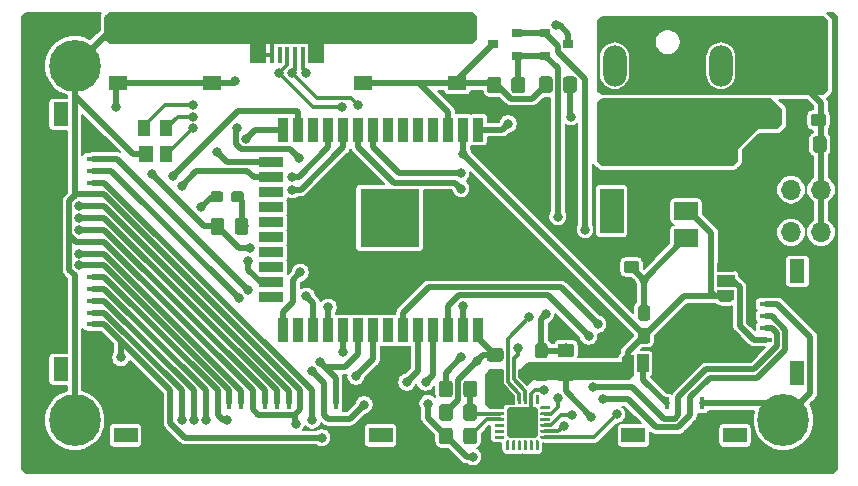
<source format=gbr>
G04 #@! TF.GenerationSoftware,KiCad,Pcbnew,(5.1.2)-2*
G04 #@! TF.CreationDate,2019-07-29T19:51:08+02:00*
G04 #@! TF.ProjectId,main_controller,6d61696e-5f63-46f6-9e74-726f6c6c6572,1*
G04 #@! TF.SameCoordinates,Original*
G04 #@! TF.FileFunction,Copper,L1,Top*
G04 #@! TF.FilePolarity,Positive*
%FSLAX46Y46*%
G04 Gerber Fmt 4.6, Leading zero omitted, Abs format (unit mm)*
G04 Created by KiCad (PCBNEW (5.1.2)-2) date 2019-07-29 19:51:08*
%MOMM*%
%LPD*%
G04 APERTURE LIST*
%ADD10R,5.000000X5.000000*%
%ADD11R,0.900000X2.000000*%
%ADD12R,2.000000X0.900000*%
%ADD13O,2.000000X3.500000*%
%ADD14O,3.300000X2.000000*%
%ADD15R,4.000000X2.000000*%
%ADD16C,0.100000*%
%ADD17C,1.150000*%
%ADD18C,1.050000*%
%ADD19R,1.000000X1.400000*%
%ADD20R,1.200000X1.400000*%
%ADD21C,0.950000*%
%ADD22C,4.400000*%
%ADD23C,0.700000*%
%ADD24R,1.000000X0.400000*%
%ADD25R,1.300000X2.000000*%
%ADD26R,2.000000X1.300000*%
%ADD27R,0.400000X1.000000*%
%ADD28O,1.700000X1.700000*%
%ADD29R,1.700000X1.700000*%
%ADD30C,0.500000*%
%ADD31R,1.000000X1.500000*%
%ADD32R,1.500000X1.000000*%
%ADD33R,0.900000X0.800000*%
%ADD34R,1.550000X1.300000*%
%ADD35C,2.600000*%
%ADD36C,0.250000*%
%ADD37R,2.000000X1.500000*%
%ADD38R,2.000000X3.800000*%
%ADD39R,0.450000X1.380000*%
%ADD40R,1.475000X2.100000*%
%ADD41R,2.375000X1.900000*%
%ADD42R,1.175000X1.900000*%
%ADD43C,0.800000*%
%ADD44C,0.500000*%
%ADD45C,0.300000*%
%ADD46C,0.200000*%
G04 APERTURE END LIST*
D10*
X61655000Y-47900000D03*
D11*
X69155000Y-40400000D03*
X67885000Y-40400000D03*
X66615000Y-40400000D03*
X65345000Y-40400000D03*
X64075000Y-40400000D03*
X62805000Y-40400000D03*
X61535000Y-40400000D03*
X60265000Y-40400000D03*
X58995000Y-40400000D03*
X57725000Y-40400000D03*
X56455000Y-40400000D03*
X55185000Y-40400000D03*
X53915000Y-40400000D03*
X52645000Y-40400000D03*
D12*
X51645000Y-43185000D03*
X51645000Y-44455000D03*
X51645000Y-45725000D03*
X51645000Y-46995000D03*
X51645000Y-48265000D03*
X51645000Y-49535000D03*
X51645000Y-50805000D03*
X51645000Y-52075000D03*
X51645000Y-53345000D03*
X51645000Y-54615000D03*
D11*
X52645000Y-57400000D03*
X53915000Y-57400000D03*
X55185000Y-57400000D03*
X56455000Y-57400000D03*
X57725000Y-57400000D03*
X58995000Y-57400000D03*
X60265000Y-57400000D03*
X61535000Y-57400000D03*
X62805000Y-57400000D03*
X64075000Y-57400000D03*
X65345000Y-57400000D03*
X66615000Y-57400000D03*
X67885000Y-57400000D03*
X69155000Y-57400000D03*
D13*
X80700000Y-35000000D03*
X89700000Y-35000000D03*
D14*
X85200000Y-36000000D03*
D15*
X85200000Y-42000000D03*
D16*
G36*
X71074505Y-58901204D02*
G01*
X71098773Y-58904804D01*
X71122572Y-58910765D01*
X71145671Y-58919030D01*
X71167850Y-58929520D01*
X71188893Y-58942132D01*
X71208599Y-58956747D01*
X71226777Y-58973223D01*
X71243253Y-58991401D01*
X71257868Y-59011107D01*
X71270480Y-59032150D01*
X71280970Y-59054329D01*
X71289235Y-59077428D01*
X71295196Y-59101227D01*
X71298796Y-59125495D01*
X71300000Y-59149999D01*
X71300000Y-59800001D01*
X71298796Y-59824505D01*
X71295196Y-59848773D01*
X71289235Y-59872572D01*
X71280970Y-59895671D01*
X71270480Y-59917850D01*
X71257868Y-59938893D01*
X71243253Y-59958599D01*
X71226777Y-59976777D01*
X71208599Y-59993253D01*
X71188893Y-60007868D01*
X71167850Y-60020480D01*
X71145671Y-60030970D01*
X71122572Y-60039235D01*
X71098773Y-60045196D01*
X71074505Y-60048796D01*
X71050001Y-60050000D01*
X70149999Y-60050000D01*
X70125495Y-60048796D01*
X70101227Y-60045196D01*
X70077428Y-60039235D01*
X70054329Y-60030970D01*
X70032150Y-60020480D01*
X70011107Y-60007868D01*
X69991401Y-59993253D01*
X69973223Y-59976777D01*
X69956747Y-59958599D01*
X69942132Y-59938893D01*
X69929520Y-59917850D01*
X69919030Y-59895671D01*
X69910765Y-59872572D01*
X69904804Y-59848773D01*
X69901204Y-59824505D01*
X69900000Y-59800001D01*
X69900000Y-59149999D01*
X69901204Y-59125495D01*
X69904804Y-59101227D01*
X69910765Y-59077428D01*
X69919030Y-59054329D01*
X69929520Y-59032150D01*
X69942132Y-59011107D01*
X69956747Y-58991401D01*
X69973223Y-58973223D01*
X69991401Y-58956747D01*
X70011107Y-58942132D01*
X70032150Y-58929520D01*
X70054329Y-58919030D01*
X70077428Y-58910765D01*
X70101227Y-58904804D01*
X70125495Y-58901204D01*
X70149999Y-58900000D01*
X71050001Y-58900000D01*
X71074505Y-58901204D01*
X71074505Y-58901204D01*
G37*
D17*
X70600000Y-59475000D03*
D16*
G36*
X71074505Y-60951204D02*
G01*
X71098773Y-60954804D01*
X71122572Y-60960765D01*
X71145671Y-60969030D01*
X71167850Y-60979520D01*
X71188893Y-60992132D01*
X71208599Y-61006747D01*
X71226777Y-61023223D01*
X71243253Y-61041401D01*
X71257868Y-61061107D01*
X71270480Y-61082150D01*
X71280970Y-61104329D01*
X71289235Y-61127428D01*
X71295196Y-61151227D01*
X71298796Y-61175495D01*
X71300000Y-61199999D01*
X71300000Y-61850001D01*
X71298796Y-61874505D01*
X71295196Y-61898773D01*
X71289235Y-61922572D01*
X71280970Y-61945671D01*
X71270480Y-61967850D01*
X71257868Y-61988893D01*
X71243253Y-62008599D01*
X71226777Y-62026777D01*
X71208599Y-62043253D01*
X71188893Y-62057868D01*
X71167850Y-62070480D01*
X71145671Y-62080970D01*
X71122572Y-62089235D01*
X71098773Y-62095196D01*
X71074505Y-62098796D01*
X71050001Y-62100000D01*
X70149999Y-62100000D01*
X70125495Y-62098796D01*
X70101227Y-62095196D01*
X70077428Y-62089235D01*
X70054329Y-62080970D01*
X70032150Y-62070480D01*
X70011107Y-62057868D01*
X69991401Y-62043253D01*
X69973223Y-62026777D01*
X69956747Y-62008599D01*
X69942132Y-61988893D01*
X69929520Y-61967850D01*
X69919030Y-61945671D01*
X69910765Y-61922572D01*
X69904804Y-61898773D01*
X69901204Y-61874505D01*
X69900000Y-61850001D01*
X69900000Y-61199999D01*
X69901204Y-61175495D01*
X69904804Y-61151227D01*
X69910765Y-61127428D01*
X69919030Y-61104329D01*
X69929520Y-61082150D01*
X69942132Y-61061107D01*
X69956747Y-61041401D01*
X69973223Y-61023223D01*
X69991401Y-61006747D01*
X70011107Y-60992132D01*
X70032150Y-60979520D01*
X70054329Y-60969030D01*
X70077428Y-60960765D01*
X70101227Y-60954804D01*
X70125495Y-60951204D01*
X70149999Y-60950000D01*
X71050001Y-60950000D01*
X71074505Y-60951204D01*
X71074505Y-60951204D01*
G37*
D17*
X70600000Y-61525000D03*
D16*
G36*
X82549505Y-51526204D02*
G01*
X82573773Y-51529804D01*
X82597572Y-51535765D01*
X82620671Y-51544030D01*
X82642850Y-51554520D01*
X82663893Y-51567132D01*
X82683599Y-51581747D01*
X82701777Y-51598223D01*
X82718253Y-51616401D01*
X82732868Y-51636107D01*
X82745480Y-51657150D01*
X82755970Y-51679329D01*
X82764235Y-51702428D01*
X82770196Y-51726227D01*
X82773796Y-51750495D01*
X82775000Y-51774999D01*
X82775000Y-52325001D01*
X82773796Y-52349505D01*
X82770196Y-52373773D01*
X82764235Y-52397572D01*
X82755970Y-52420671D01*
X82745480Y-52442850D01*
X82732868Y-52463893D01*
X82718253Y-52483599D01*
X82701777Y-52501777D01*
X82683599Y-52518253D01*
X82663893Y-52532868D01*
X82642850Y-52545480D01*
X82620671Y-52555970D01*
X82597572Y-52564235D01*
X82573773Y-52570196D01*
X82549505Y-52573796D01*
X82525001Y-52575000D01*
X81724999Y-52575000D01*
X81700495Y-52573796D01*
X81676227Y-52570196D01*
X81652428Y-52564235D01*
X81629329Y-52555970D01*
X81607150Y-52545480D01*
X81586107Y-52532868D01*
X81566401Y-52518253D01*
X81548223Y-52501777D01*
X81531747Y-52483599D01*
X81517132Y-52463893D01*
X81504520Y-52442850D01*
X81494030Y-52420671D01*
X81485765Y-52397572D01*
X81479804Y-52373773D01*
X81476204Y-52349505D01*
X81475000Y-52325001D01*
X81475000Y-51774999D01*
X81476204Y-51750495D01*
X81479804Y-51726227D01*
X81485765Y-51702428D01*
X81494030Y-51679329D01*
X81504520Y-51657150D01*
X81517132Y-51636107D01*
X81531747Y-51616401D01*
X81548223Y-51598223D01*
X81566401Y-51581747D01*
X81586107Y-51567132D01*
X81607150Y-51554520D01*
X81629329Y-51544030D01*
X81652428Y-51535765D01*
X81676227Y-51529804D01*
X81700495Y-51526204D01*
X81724999Y-51525000D01*
X82525001Y-51525000D01*
X82549505Y-51526204D01*
X82549505Y-51526204D01*
G37*
D18*
X82125000Y-52050000D03*
D16*
G36*
X80599505Y-51526204D02*
G01*
X80623773Y-51529804D01*
X80647572Y-51535765D01*
X80670671Y-51544030D01*
X80692850Y-51554520D01*
X80713893Y-51567132D01*
X80733599Y-51581747D01*
X80751777Y-51598223D01*
X80768253Y-51616401D01*
X80782868Y-51636107D01*
X80795480Y-51657150D01*
X80805970Y-51679329D01*
X80814235Y-51702428D01*
X80820196Y-51726227D01*
X80823796Y-51750495D01*
X80825000Y-51774999D01*
X80825000Y-52325001D01*
X80823796Y-52349505D01*
X80820196Y-52373773D01*
X80814235Y-52397572D01*
X80805970Y-52420671D01*
X80795480Y-52442850D01*
X80782868Y-52463893D01*
X80768253Y-52483599D01*
X80751777Y-52501777D01*
X80733599Y-52518253D01*
X80713893Y-52532868D01*
X80692850Y-52545480D01*
X80670671Y-52555970D01*
X80647572Y-52564235D01*
X80623773Y-52570196D01*
X80599505Y-52573796D01*
X80575001Y-52575000D01*
X79774999Y-52575000D01*
X79750495Y-52573796D01*
X79726227Y-52570196D01*
X79702428Y-52564235D01*
X79679329Y-52555970D01*
X79657150Y-52545480D01*
X79636107Y-52532868D01*
X79616401Y-52518253D01*
X79598223Y-52501777D01*
X79581747Y-52483599D01*
X79567132Y-52463893D01*
X79554520Y-52442850D01*
X79544030Y-52420671D01*
X79535765Y-52397572D01*
X79529804Y-52373773D01*
X79526204Y-52349505D01*
X79525000Y-52325001D01*
X79525000Y-51774999D01*
X79526204Y-51750495D01*
X79529804Y-51726227D01*
X79535765Y-51702428D01*
X79544030Y-51679329D01*
X79554520Y-51657150D01*
X79567132Y-51636107D01*
X79581747Y-51616401D01*
X79598223Y-51598223D01*
X79616401Y-51581747D01*
X79636107Y-51567132D01*
X79657150Y-51554520D01*
X79679329Y-51544030D01*
X79702428Y-51535765D01*
X79726227Y-51529804D01*
X79750495Y-51526204D01*
X79774999Y-51525000D01*
X80575001Y-51525000D01*
X80599505Y-51526204D01*
X80599505Y-51526204D01*
G37*
D18*
X80175000Y-52050000D03*
D16*
G36*
X83499505Y-57226204D02*
G01*
X83523773Y-57229804D01*
X83547572Y-57235765D01*
X83570671Y-57244030D01*
X83592850Y-57254520D01*
X83613893Y-57267132D01*
X83633599Y-57281747D01*
X83651777Y-57298223D01*
X83668253Y-57316401D01*
X83682868Y-57336107D01*
X83695480Y-57357150D01*
X83705970Y-57379329D01*
X83714235Y-57402428D01*
X83720196Y-57426227D01*
X83723796Y-57450495D01*
X83725000Y-57474999D01*
X83725000Y-58275001D01*
X83723796Y-58299505D01*
X83720196Y-58323773D01*
X83714235Y-58347572D01*
X83705970Y-58370671D01*
X83695480Y-58392850D01*
X83682868Y-58413893D01*
X83668253Y-58433599D01*
X83651777Y-58451777D01*
X83633599Y-58468253D01*
X83613893Y-58482868D01*
X83592850Y-58495480D01*
X83570671Y-58505970D01*
X83547572Y-58514235D01*
X83523773Y-58520196D01*
X83499505Y-58523796D01*
X83475001Y-58525000D01*
X82924999Y-58525000D01*
X82900495Y-58523796D01*
X82876227Y-58520196D01*
X82852428Y-58514235D01*
X82829329Y-58505970D01*
X82807150Y-58495480D01*
X82786107Y-58482868D01*
X82766401Y-58468253D01*
X82748223Y-58451777D01*
X82731747Y-58433599D01*
X82717132Y-58413893D01*
X82704520Y-58392850D01*
X82694030Y-58370671D01*
X82685765Y-58347572D01*
X82679804Y-58323773D01*
X82676204Y-58299505D01*
X82675000Y-58275001D01*
X82675000Y-57474999D01*
X82676204Y-57450495D01*
X82679804Y-57426227D01*
X82685765Y-57402428D01*
X82694030Y-57379329D01*
X82704520Y-57357150D01*
X82717132Y-57336107D01*
X82731747Y-57316401D01*
X82748223Y-57298223D01*
X82766401Y-57281747D01*
X82786107Y-57267132D01*
X82807150Y-57254520D01*
X82829329Y-57244030D01*
X82852428Y-57235765D01*
X82876227Y-57229804D01*
X82900495Y-57226204D01*
X82924999Y-57225000D01*
X83475001Y-57225000D01*
X83499505Y-57226204D01*
X83499505Y-57226204D01*
G37*
D18*
X83200000Y-57875000D03*
D16*
G36*
X83499505Y-55276204D02*
G01*
X83523773Y-55279804D01*
X83547572Y-55285765D01*
X83570671Y-55294030D01*
X83592850Y-55304520D01*
X83613893Y-55317132D01*
X83633599Y-55331747D01*
X83651777Y-55348223D01*
X83668253Y-55366401D01*
X83682868Y-55386107D01*
X83695480Y-55407150D01*
X83705970Y-55429329D01*
X83714235Y-55452428D01*
X83720196Y-55476227D01*
X83723796Y-55500495D01*
X83725000Y-55524999D01*
X83725000Y-56325001D01*
X83723796Y-56349505D01*
X83720196Y-56373773D01*
X83714235Y-56397572D01*
X83705970Y-56420671D01*
X83695480Y-56442850D01*
X83682868Y-56463893D01*
X83668253Y-56483599D01*
X83651777Y-56501777D01*
X83633599Y-56518253D01*
X83613893Y-56532868D01*
X83592850Y-56545480D01*
X83570671Y-56555970D01*
X83547572Y-56564235D01*
X83523773Y-56570196D01*
X83499505Y-56573796D01*
X83475001Y-56575000D01*
X82924999Y-56575000D01*
X82900495Y-56573796D01*
X82876227Y-56570196D01*
X82852428Y-56564235D01*
X82829329Y-56555970D01*
X82807150Y-56545480D01*
X82786107Y-56532868D01*
X82766401Y-56518253D01*
X82748223Y-56501777D01*
X82731747Y-56483599D01*
X82717132Y-56463893D01*
X82704520Y-56442850D01*
X82694030Y-56420671D01*
X82685765Y-56397572D01*
X82679804Y-56373773D01*
X82676204Y-56349505D01*
X82675000Y-56325001D01*
X82675000Y-55524999D01*
X82676204Y-55500495D01*
X82679804Y-55476227D01*
X82685765Y-55452428D01*
X82694030Y-55429329D01*
X82704520Y-55407150D01*
X82717132Y-55386107D01*
X82731747Y-55366401D01*
X82748223Y-55348223D01*
X82766401Y-55331747D01*
X82786107Y-55317132D01*
X82807150Y-55304520D01*
X82829329Y-55294030D01*
X82852428Y-55285765D01*
X82876227Y-55279804D01*
X82900495Y-55276204D01*
X82924999Y-55275000D01*
X83475001Y-55275000D01*
X83499505Y-55276204D01*
X83499505Y-55276204D01*
G37*
D18*
X83200000Y-55925000D03*
D16*
G36*
X70849514Y-35926195D02*
G01*
X70873782Y-35929795D01*
X70897581Y-35935756D01*
X70920680Y-35944021D01*
X70942859Y-35954511D01*
X70963902Y-35967123D01*
X70983608Y-35981738D01*
X71001786Y-35998214D01*
X71018262Y-36016392D01*
X71032877Y-36036098D01*
X71045489Y-36057141D01*
X71055979Y-36079320D01*
X71064244Y-36102419D01*
X71070205Y-36126218D01*
X71073805Y-36150486D01*
X71075009Y-36174990D01*
X71075009Y-37074992D01*
X71073805Y-37099496D01*
X71070205Y-37123764D01*
X71064244Y-37147563D01*
X71055979Y-37170662D01*
X71045489Y-37192841D01*
X71032877Y-37213884D01*
X71018262Y-37233590D01*
X71001786Y-37251768D01*
X70983608Y-37268244D01*
X70963902Y-37282859D01*
X70942859Y-37295471D01*
X70920680Y-37305961D01*
X70897581Y-37314226D01*
X70873782Y-37320187D01*
X70849514Y-37323787D01*
X70825010Y-37324991D01*
X70175008Y-37324991D01*
X70150504Y-37323787D01*
X70126236Y-37320187D01*
X70102437Y-37314226D01*
X70079338Y-37305961D01*
X70057159Y-37295471D01*
X70036116Y-37282859D01*
X70016410Y-37268244D01*
X69998232Y-37251768D01*
X69981756Y-37233590D01*
X69967141Y-37213884D01*
X69954529Y-37192841D01*
X69944039Y-37170662D01*
X69935774Y-37147563D01*
X69929813Y-37123764D01*
X69926213Y-37099496D01*
X69925009Y-37074992D01*
X69925009Y-36174990D01*
X69926213Y-36150486D01*
X69929813Y-36126218D01*
X69935774Y-36102419D01*
X69944039Y-36079320D01*
X69954529Y-36057141D01*
X69967141Y-36036098D01*
X69981756Y-36016392D01*
X69998232Y-35998214D01*
X70016410Y-35981738D01*
X70036116Y-35967123D01*
X70057159Y-35954511D01*
X70079338Y-35944021D01*
X70102437Y-35935756D01*
X70126236Y-35929795D01*
X70150504Y-35926195D01*
X70175008Y-35924991D01*
X70825010Y-35924991D01*
X70849514Y-35926195D01*
X70849514Y-35926195D01*
G37*
D17*
X70500009Y-36624991D03*
D16*
G36*
X72899514Y-35926195D02*
G01*
X72923782Y-35929795D01*
X72947581Y-35935756D01*
X72970680Y-35944021D01*
X72992859Y-35954511D01*
X73013902Y-35967123D01*
X73033608Y-35981738D01*
X73051786Y-35998214D01*
X73068262Y-36016392D01*
X73082877Y-36036098D01*
X73095489Y-36057141D01*
X73105979Y-36079320D01*
X73114244Y-36102419D01*
X73120205Y-36126218D01*
X73123805Y-36150486D01*
X73125009Y-36174990D01*
X73125009Y-37074992D01*
X73123805Y-37099496D01*
X73120205Y-37123764D01*
X73114244Y-37147563D01*
X73105979Y-37170662D01*
X73095489Y-37192841D01*
X73082877Y-37213884D01*
X73068262Y-37233590D01*
X73051786Y-37251768D01*
X73033608Y-37268244D01*
X73013902Y-37282859D01*
X72992859Y-37295471D01*
X72970680Y-37305961D01*
X72947581Y-37314226D01*
X72923782Y-37320187D01*
X72899514Y-37323787D01*
X72875010Y-37324991D01*
X72225008Y-37324991D01*
X72200504Y-37323787D01*
X72176236Y-37320187D01*
X72152437Y-37314226D01*
X72129338Y-37305961D01*
X72107159Y-37295471D01*
X72086116Y-37282859D01*
X72066410Y-37268244D01*
X72048232Y-37251768D01*
X72031756Y-37233590D01*
X72017141Y-37213884D01*
X72004529Y-37192841D01*
X71994039Y-37170662D01*
X71985774Y-37147563D01*
X71979813Y-37123764D01*
X71976213Y-37099496D01*
X71975009Y-37074992D01*
X71975009Y-36174990D01*
X71976213Y-36150486D01*
X71979813Y-36126218D01*
X71985774Y-36102419D01*
X71994039Y-36079320D01*
X72004529Y-36057141D01*
X72017141Y-36036098D01*
X72031756Y-36016392D01*
X72048232Y-35998214D01*
X72066410Y-35981738D01*
X72086116Y-35967123D01*
X72107159Y-35954511D01*
X72129338Y-35944021D01*
X72152437Y-35935756D01*
X72176236Y-35929795D01*
X72200504Y-35926195D01*
X72225008Y-35924991D01*
X72875010Y-35924991D01*
X72899514Y-35926195D01*
X72899514Y-35926195D01*
G37*
D17*
X72550009Y-36624991D03*
D16*
G36*
X74799505Y-60426204D02*
G01*
X74823773Y-60429804D01*
X74847572Y-60435765D01*
X74870671Y-60444030D01*
X74892850Y-60454520D01*
X74913893Y-60467132D01*
X74933599Y-60481747D01*
X74951777Y-60498223D01*
X74968253Y-60516401D01*
X74982868Y-60536107D01*
X74995480Y-60557150D01*
X75005970Y-60579329D01*
X75014235Y-60602428D01*
X75020196Y-60626227D01*
X75023796Y-60650495D01*
X75025000Y-60674999D01*
X75025000Y-61475001D01*
X75023796Y-61499505D01*
X75020196Y-61523773D01*
X75014235Y-61547572D01*
X75005970Y-61570671D01*
X74995480Y-61592850D01*
X74982868Y-61613893D01*
X74968253Y-61633599D01*
X74951777Y-61651777D01*
X74933599Y-61668253D01*
X74913893Y-61682868D01*
X74892850Y-61695480D01*
X74870671Y-61705970D01*
X74847572Y-61714235D01*
X74823773Y-61720196D01*
X74799505Y-61723796D01*
X74775001Y-61725000D01*
X74224999Y-61725000D01*
X74200495Y-61723796D01*
X74176227Y-61720196D01*
X74152428Y-61714235D01*
X74129329Y-61705970D01*
X74107150Y-61695480D01*
X74086107Y-61682868D01*
X74066401Y-61668253D01*
X74048223Y-61651777D01*
X74031747Y-61633599D01*
X74017132Y-61613893D01*
X74004520Y-61592850D01*
X73994030Y-61570671D01*
X73985765Y-61547572D01*
X73979804Y-61523773D01*
X73976204Y-61499505D01*
X73975000Y-61475001D01*
X73975000Y-60674999D01*
X73976204Y-60650495D01*
X73979804Y-60626227D01*
X73985765Y-60602428D01*
X73994030Y-60579329D01*
X74004520Y-60557150D01*
X74017132Y-60536107D01*
X74031747Y-60516401D01*
X74048223Y-60498223D01*
X74066401Y-60481747D01*
X74086107Y-60467132D01*
X74107150Y-60454520D01*
X74129329Y-60444030D01*
X74152428Y-60435765D01*
X74176227Y-60429804D01*
X74200495Y-60426204D01*
X74224999Y-60425000D01*
X74775001Y-60425000D01*
X74799505Y-60426204D01*
X74799505Y-60426204D01*
G37*
D18*
X74500000Y-61075000D03*
D16*
G36*
X74799505Y-58476204D02*
G01*
X74823773Y-58479804D01*
X74847572Y-58485765D01*
X74870671Y-58494030D01*
X74892850Y-58504520D01*
X74913893Y-58517132D01*
X74933599Y-58531747D01*
X74951777Y-58548223D01*
X74968253Y-58566401D01*
X74982868Y-58586107D01*
X74995480Y-58607150D01*
X75005970Y-58629329D01*
X75014235Y-58652428D01*
X75020196Y-58676227D01*
X75023796Y-58700495D01*
X75025000Y-58724999D01*
X75025000Y-59525001D01*
X75023796Y-59549505D01*
X75020196Y-59573773D01*
X75014235Y-59597572D01*
X75005970Y-59620671D01*
X74995480Y-59642850D01*
X74982868Y-59663893D01*
X74968253Y-59683599D01*
X74951777Y-59701777D01*
X74933599Y-59718253D01*
X74913893Y-59732868D01*
X74892850Y-59745480D01*
X74870671Y-59755970D01*
X74847572Y-59764235D01*
X74823773Y-59770196D01*
X74799505Y-59773796D01*
X74775001Y-59775000D01*
X74224999Y-59775000D01*
X74200495Y-59773796D01*
X74176227Y-59770196D01*
X74152428Y-59764235D01*
X74129329Y-59755970D01*
X74107150Y-59745480D01*
X74086107Y-59732868D01*
X74066401Y-59718253D01*
X74048223Y-59701777D01*
X74031747Y-59683599D01*
X74017132Y-59663893D01*
X74004520Y-59642850D01*
X73994030Y-59620671D01*
X73985765Y-59597572D01*
X73979804Y-59573773D01*
X73976204Y-59549505D01*
X73975000Y-59525001D01*
X73975000Y-58724999D01*
X73976204Y-58700495D01*
X73979804Y-58676227D01*
X73985765Y-58652428D01*
X73994030Y-58629329D01*
X74004520Y-58607150D01*
X74017132Y-58586107D01*
X74031747Y-58566401D01*
X74048223Y-58548223D01*
X74066401Y-58531747D01*
X74086107Y-58517132D01*
X74107150Y-58504520D01*
X74129329Y-58494030D01*
X74152428Y-58485765D01*
X74176227Y-58479804D01*
X74200495Y-58476204D01*
X74224999Y-58475000D01*
X74775001Y-58475000D01*
X74799505Y-58476204D01*
X74799505Y-58476204D01*
G37*
D18*
X74500000Y-59125000D03*
D16*
G36*
X77049516Y-60576213D02*
G01*
X77073784Y-60579813D01*
X77097583Y-60585774D01*
X77120682Y-60594039D01*
X77142861Y-60604529D01*
X77163904Y-60617141D01*
X77183610Y-60631756D01*
X77201788Y-60648232D01*
X77218264Y-60666410D01*
X77232879Y-60686116D01*
X77245491Y-60707159D01*
X77255981Y-60729338D01*
X77264246Y-60752437D01*
X77270207Y-60776236D01*
X77273807Y-60800504D01*
X77275011Y-60825008D01*
X77275011Y-61475010D01*
X77273807Y-61499514D01*
X77270207Y-61523782D01*
X77264246Y-61547581D01*
X77255981Y-61570680D01*
X77245491Y-61592859D01*
X77232879Y-61613902D01*
X77218264Y-61633608D01*
X77201788Y-61651786D01*
X77183610Y-61668262D01*
X77163904Y-61682877D01*
X77142861Y-61695489D01*
X77120682Y-61705979D01*
X77097583Y-61714244D01*
X77073784Y-61720205D01*
X77049516Y-61723805D01*
X77025012Y-61725009D01*
X76125010Y-61725009D01*
X76100506Y-61723805D01*
X76076238Y-61720205D01*
X76052439Y-61714244D01*
X76029340Y-61705979D01*
X76007161Y-61695489D01*
X75986118Y-61682877D01*
X75966412Y-61668262D01*
X75948234Y-61651786D01*
X75931758Y-61633608D01*
X75917143Y-61613902D01*
X75904531Y-61592859D01*
X75894041Y-61570680D01*
X75885776Y-61547581D01*
X75879815Y-61523782D01*
X75876215Y-61499514D01*
X75875011Y-61475010D01*
X75875011Y-60825008D01*
X75876215Y-60800504D01*
X75879815Y-60776236D01*
X75885776Y-60752437D01*
X75894041Y-60729338D01*
X75904531Y-60707159D01*
X75917143Y-60686116D01*
X75931758Y-60666410D01*
X75948234Y-60648232D01*
X75966412Y-60631756D01*
X75986118Y-60617141D01*
X76007161Y-60604529D01*
X76029340Y-60594039D01*
X76052439Y-60585774D01*
X76076238Y-60579813D01*
X76100506Y-60576213D01*
X76125010Y-60575009D01*
X77025012Y-60575009D01*
X77049516Y-60576213D01*
X77049516Y-60576213D01*
G37*
D17*
X76575011Y-61150009D03*
D16*
G36*
X77049516Y-58526213D02*
G01*
X77073784Y-58529813D01*
X77097583Y-58535774D01*
X77120682Y-58544039D01*
X77142861Y-58554529D01*
X77163904Y-58567141D01*
X77183610Y-58581756D01*
X77201788Y-58598232D01*
X77218264Y-58616410D01*
X77232879Y-58636116D01*
X77245491Y-58657159D01*
X77255981Y-58679338D01*
X77264246Y-58702437D01*
X77270207Y-58726236D01*
X77273807Y-58750504D01*
X77275011Y-58775008D01*
X77275011Y-59425010D01*
X77273807Y-59449514D01*
X77270207Y-59473782D01*
X77264246Y-59497581D01*
X77255981Y-59520680D01*
X77245491Y-59542859D01*
X77232879Y-59563902D01*
X77218264Y-59583608D01*
X77201788Y-59601786D01*
X77183610Y-59618262D01*
X77163904Y-59632877D01*
X77142861Y-59645489D01*
X77120682Y-59655979D01*
X77097583Y-59664244D01*
X77073784Y-59670205D01*
X77049516Y-59673805D01*
X77025012Y-59675009D01*
X76125010Y-59675009D01*
X76100506Y-59673805D01*
X76076238Y-59670205D01*
X76052439Y-59664244D01*
X76029340Y-59655979D01*
X76007161Y-59645489D01*
X75986118Y-59632877D01*
X75966412Y-59618262D01*
X75948234Y-59601786D01*
X75931758Y-59583608D01*
X75917143Y-59563902D01*
X75904531Y-59542859D01*
X75894041Y-59520680D01*
X75885776Y-59497581D01*
X75879815Y-59473782D01*
X75876215Y-59449514D01*
X75875011Y-59425010D01*
X75875011Y-58775008D01*
X75876215Y-58750504D01*
X75879815Y-58726236D01*
X75885776Y-58702437D01*
X75894041Y-58679338D01*
X75904531Y-58657159D01*
X75917143Y-58636116D01*
X75931758Y-58616410D01*
X75948234Y-58598232D01*
X75966412Y-58581756D01*
X75986118Y-58567141D01*
X76007161Y-58554529D01*
X76029340Y-58544039D01*
X76052439Y-58535774D01*
X76076238Y-58529813D01*
X76100506Y-58526213D01*
X76125010Y-58525009D01*
X77025012Y-58525009D01*
X77049516Y-58526213D01*
X77049516Y-58526213D01*
G37*
D17*
X76575011Y-59100009D03*
D16*
G36*
X98399505Y-39076204D02*
G01*
X98423773Y-39079804D01*
X98447572Y-39085765D01*
X98470671Y-39094030D01*
X98492850Y-39104520D01*
X98513893Y-39117132D01*
X98533599Y-39131747D01*
X98551777Y-39148223D01*
X98568253Y-39166401D01*
X98582868Y-39186107D01*
X98595480Y-39207150D01*
X98605970Y-39229329D01*
X98614235Y-39252428D01*
X98620196Y-39276227D01*
X98623796Y-39300495D01*
X98625000Y-39324999D01*
X98625000Y-39875001D01*
X98623796Y-39899505D01*
X98620196Y-39923773D01*
X98614235Y-39947572D01*
X98605970Y-39970671D01*
X98595480Y-39992850D01*
X98582868Y-40013893D01*
X98568253Y-40033599D01*
X98551777Y-40051777D01*
X98533599Y-40068253D01*
X98513893Y-40082868D01*
X98492850Y-40095480D01*
X98470671Y-40105970D01*
X98447572Y-40114235D01*
X98423773Y-40120196D01*
X98399505Y-40123796D01*
X98375001Y-40125000D01*
X97574999Y-40125000D01*
X97550495Y-40123796D01*
X97526227Y-40120196D01*
X97502428Y-40114235D01*
X97479329Y-40105970D01*
X97457150Y-40095480D01*
X97436107Y-40082868D01*
X97416401Y-40068253D01*
X97398223Y-40051777D01*
X97381747Y-40033599D01*
X97367132Y-40013893D01*
X97354520Y-39992850D01*
X97344030Y-39970671D01*
X97335765Y-39947572D01*
X97329804Y-39923773D01*
X97326204Y-39899505D01*
X97325000Y-39875001D01*
X97325000Y-39324999D01*
X97326204Y-39300495D01*
X97329804Y-39276227D01*
X97335765Y-39252428D01*
X97344030Y-39229329D01*
X97354520Y-39207150D01*
X97367132Y-39186107D01*
X97381747Y-39166401D01*
X97398223Y-39148223D01*
X97416401Y-39131747D01*
X97436107Y-39117132D01*
X97457150Y-39104520D01*
X97479329Y-39094030D01*
X97502428Y-39085765D01*
X97526227Y-39079804D01*
X97550495Y-39076204D01*
X97574999Y-39075000D01*
X98375001Y-39075000D01*
X98399505Y-39076204D01*
X98399505Y-39076204D01*
G37*
D18*
X97975000Y-39600000D03*
D16*
G36*
X96449505Y-39076204D02*
G01*
X96473773Y-39079804D01*
X96497572Y-39085765D01*
X96520671Y-39094030D01*
X96542850Y-39104520D01*
X96563893Y-39117132D01*
X96583599Y-39131747D01*
X96601777Y-39148223D01*
X96618253Y-39166401D01*
X96632868Y-39186107D01*
X96645480Y-39207150D01*
X96655970Y-39229329D01*
X96664235Y-39252428D01*
X96670196Y-39276227D01*
X96673796Y-39300495D01*
X96675000Y-39324999D01*
X96675000Y-39875001D01*
X96673796Y-39899505D01*
X96670196Y-39923773D01*
X96664235Y-39947572D01*
X96655970Y-39970671D01*
X96645480Y-39992850D01*
X96632868Y-40013893D01*
X96618253Y-40033599D01*
X96601777Y-40051777D01*
X96583599Y-40068253D01*
X96563893Y-40082868D01*
X96542850Y-40095480D01*
X96520671Y-40105970D01*
X96497572Y-40114235D01*
X96473773Y-40120196D01*
X96449505Y-40123796D01*
X96425001Y-40125000D01*
X95624999Y-40125000D01*
X95600495Y-40123796D01*
X95576227Y-40120196D01*
X95552428Y-40114235D01*
X95529329Y-40105970D01*
X95507150Y-40095480D01*
X95486107Y-40082868D01*
X95466401Y-40068253D01*
X95448223Y-40051777D01*
X95431747Y-40033599D01*
X95417132Y-40013893D01*
X95404520Y-39992850D01*
X95394030Y-39970671D01*
X95385765Y-39947572D01*
X95379804Y-39923773D01*
X95376204Y-39899505D01*
X95375000Y-39875001D01*
X95375000Y-39324999D01*
X95376204Y-39300495D01*
X95379804Y-39276227D01*
X95385765Y-39252428D01*
X95394030Y-39229329D01*
X95404520Y-39207150D01*
X95417132Y-39186107D01*
X95431747Y-39166401D01*
X95448223Y-39148223D01*
X95466401Y-39131747D01*
X95486107Y-39117132D01*
X95507150Y-39104520D01*
X95529329Y-39094030D01*
X95552428Y-39085765D01*
X95576227Y-39079804D01*
X95600495Y-39076204D01*
X95624999Y-39075000D01*
X96425001Y-39075000D01*
X96449505Y-39076204D01*
X96449505Y-39076204D01*
G37*
D18*
X96025000Y-39600000D03*
D16*
G36*
X98424505Y-40951204D02*
G01*
X98448773Y-40954804D01*
X98472572Y-40960765D01*
X98495671Y-40969030D01*
X98517850Y-40979520D01*
X98538893Y-40992132D01*
X98558599Y-41006747D01*
X98576777Y-41023223D01*
X98593253Y-41041401D01*
X98607868Y-41061107D01*
X98620480Y-41082150D01*
X98630970Y-41104329D01*
X98639235Y-41127428D01*
X98645196Y-41151227D01*
X98648796Y-41175495D01*
X98650000Y-41199999D01*
X98650000Y-42100001D01*
X98648796Y-42124505D01*
X98645196Y-42148773D01*
X98639235Y-42172572D01*
X98630970Y-42195671D01*
X98620480Y-42217850D01*
X98607868Y-42238893D01*
X98593253Y-42258599D01*
X98576777Y-42276777D01*
X98558599Y-42293253D01*
X98538893Y-42307868D01*
X98517850Y-42320480D01*
X98495671Y-42330970D01*
X98472572Y-42339235D01*
X98448773Y-42345196D01*
X98424505Y-42348796D01*
X98400001Y-42350000D01*
X97749999Y-42350000D01*
X97725495Y-42348796D01*
X97701227Y-42345196D01*
X97677428Y-42339235D01*
X97654329Y-42330970D01*
X97632150Y-42320480D01*
X97611107Y-42307868D01*
X97591401Y-42293253D01*
X97573223Y-42276777D01*
X97556747Y-42258599D01*
X97542132Y-42238893D01*
X97529520Y-42217850D01*
X97519030Y-42195671D01*
X97510765Y-42172572D01*
X97504804Y-42148773D01*
X97501204Y-42124505D01*
X97500000Y-42100001D01*
X97500000Y-41199999D01*
X97501204Y-41175495D01*
X97504804Y-41151227D01*
X97510765Y-41127428D01*
X97519030Y-41104329D01*
X97529520Y-41082150D01*
X97542132Y-41061107D01*
X97556747Y-41041401D01*
X97573223Y-41023223D01*
X97591401Y-41006747D01*
X97611107Y-40992132D01*
X97632150Y-40979520D01*
X97654329Y-40969030D01*
X97677428Y-40960765D01*
X97701227Y-40954804D01*
X97725495Y-40951204D01*
X97749999Y-40950000D01*
X98400001Y-40950000D01*
X98424505Y-40951204D01*
X98424505Y-40951204D01*
G37*
D17*
X98075000Y-41650000D03*
D16*
G36*
X96374505Y-40951204D02*
G01*
X96398773Y-40954804D01*
X96422572Y-40960765D01*
X96445671Y-40969030D01*
X96467850Y-40979520D01*
X96488893Y-40992132D01*
X96508599Y-41006747D01*
X96526777Y-41023223D01*
X96543253Y-41041401D01*
X96557868Y-41061107D01*
X96570480Y-41082150D01*
X96580970Y-41104329D01*
X96589235Y-41127428D01*
X96595196Y-41151227D01*
X96598796Y-41175495D01*
X96600000Y-41199999D01*
X96600000Y-42100001D01*
X96598796Y-42124505D01*
X96595196Y-42148773D01*
X96589235Y-42172572D01*
X96580970Y-42195671D01*
X96570480Y-42217850D01*
X96557868Y-42238893D01*
X96543253Y-42258599D01*
X96526777Y-42276777D01*
X96508599Y-42293253D01*
X96488893Y-42307868D01*
X96467850Y-42320480D01*
X96445671Y-42330970D01*
X96422572Y-42339235D01*
X96398773Y-42345196D01*
X96374505Y-42348796D01*
X96350001Y-42350000D01*
X95699999Y-42350000D01*
X95675495Y-42348796D01*
X95651227Y-42345196D01*
X95627428Y-42339235D01*
X95604329Y-42330970D01*
X95582150Y-42320480D01*
X95561107Y-42307868D01*
X95541401Y-42293253D01*
X95523223Y-42276777D01*
X95506747Y-42258599D01*
X95492132Y-42238893D01*
X95479520Y-42217850D01*
X95469030Y-42195671D01*
X95460765Y-42172572D01*
X95454804Y-42148773D01*
X95451204Y-42124505D01*
X95450000Y-42100001D01*
X95450000Y-41199999D01*
X95451204Y-41175495D01*
X95454804Y-41151227D01*
X95460765Y-41127428D01*
X95469030Y-41104329D01*
X95479520Y-41082150D01*
X95492132Y-41061107D01*
X95506747Y-41041401D01*
X95523223Y-41023223D01*
X95541401Y-41006747D01*
X95561107Y-40992132D01*
X95582150Y-40979520D01*
X95604329Y-40969030D01*
X95627428Y-40960765D01*
X95651227Y-40954804D01*
X95675495Y-40951204D01*
X95699999Y-40950000D01*
X96350001Y-40950000D01*
X96374505Y-40951204D01*
X96374505Y-40951204D01*
G37*
D17*
X96025000Y-41650000D03*
D19*
X40850000Y-40300000D03*
X42750000Y-40300000D03*
X42750000Y-42500000D03*
D20*
X41030000Y-42500000D03*
D16*
G36*
X47335779Y-45626144D02*
G01*
X47358834Y-45629563D01*
X47381443Y-45635227D01*
X47403387Y-45643079D01*
X47424457Y-45653044D01*
X47444448Y-45665026D01*
X47463168Y-45678910D01*
X47480438Y-45694562D01*
X47496090Y-45711832D01*
X47509974Y-45730552D01*
X47521956Y-45750543D01*
X47531921Y-45771613D01*
X47539773Y-45793557D01*
X47545437Y-45816166D01*
X47548856Y-45839221D01*
X47550000Y-45862500D01*
X47550000Y-46337500D01*
X47548856Y-46360779D01*
X47545437Y-46383834D01*
X47539773Y-46406443D01*
X47531921Y-46428387D01*
X47521956Y-46449457D01*
X47509974Y-46469448D01*
X47496090Y-46488168D01*
X47480438Y-46505438D01*
X47463168Y-46521090D01*
X47444448Y-46534974D01*
X47424457Y-46546956D01*
X47403387Y-46556921D01*
X47381443Y-46564773D01*
X47358834Y-46570437D01*
X47335779Y-46573856D01*
X47312500Y-46575000D01*
X46737500Y-46575000D01*
X46714221Y-46573856D01*
X46691166Y-46570437D01*
X46668557Y-46564773D01*
X46646613Y-46556921D01*
X46625543Y-46546956D01*
X46605552Y-46534974D01*
X46586832Y-46521090D01*
X46569562Y-46505438D01*
X46553910Y-46488168D01*
X46540026Y-46469448D01*
X46528044Y-46449457D01*
X46518079Y-46428387D01*
X46510227Y-46406443D01*
X46504563Y-46383834D01*
X46501144Y-46360779D01*
X46500000Y-46337500D01*
X46500000Y-45862500D01*
X46501144Y-45839221D01*
X46504563Y-45816166D01*
X46510227Y-45793557D01*
X46518079Y-45771613D01*
X46528044Y-45750543D01*
X46540026Y-45730552D01*
X46553910Y-45711832D01*
X46569562Y-45694562D01*
X46586832Y-45678910D01*
X46605552Y-45665026D01*
X46625543Y-45653044D01*
X46646613Y-45643079D01*
X46668557Y-45635227D01*
X46691166Y-45629563D01*
X46714221Y-45626144D01*
X46737500Y-45625000D01*
X47312500Y-45625000D01*
X47335779Y-45626144D01*
X47335779Y-45626144D01*
G37*
D21*
X47025000Y-46100000D03*
D16*
G36*
X49085779Y-45626144D02*
G01*
X49108834Y-45629563D01*
X49131443Y-45635227D01*
X49153387Y-45643079D01*
X49174457Y-45653044D01*
X49194448Y-45665026D01*
X49213168Y-45678910D01*
X49230438Y-45694562D01*
X49246090Y-45711832D01*
X49259974Y-45730552D01*
X49271956Y-45750543D01*
X49281921Y-45771613D01*
X49289773Y-45793557D01*
X49295437Y-45816166D01*
X49298856Y-45839221D01*
X49300000Y-45862500D01*
X49300000Y-46337500D01*
X49298856Y-46360779D01*
X49295437Y-46383834D01*
X49289773Y-46406443D01*
X49281921Y-46428387D01*
X49271956Y-46449457D01*
X49259974Y-46469448D01*
X49246090Y-46488168D01*
X49230438Y-46505438D01*
X49213168Y-46521090D01*
X49194448Y-46534974D01*
X49174457Y-46546956D01*
X49153387Y-46556921D01*
X49131443Y-46564773D01*
X49108834Y-46570437D01*
X49085779Y-46573856D01*
X49062500Y-46575000D01*
X48487500Y-46575000D01*
X48464221Y-46573856D01*
X48441166Y-46570437D01*
X48418557Y-46564773D01*
X48396613Y-46556921D01*
X48375543Y-46546956D01*
X48355552Y-46534974D01*
X48336832Y-46521090D01*
X48319562Y-46505438D01*
X48303910Y-46488168D01*
X48290026Y-46469448D01*
X48278044Y-46449457D01*
X48268079Y-46428387D01*
X48260227Y-46406443D01*
X48254563Y-46383834D01*
X48251144Y-46360779D01*
X48250000Y-46337500D01*
X48250000Y-45862500D01*
X48251144Y-45839221D01*
X48254563Y-45816166D01*
X48260227Y-45793557D01*
X48268079Y-45771613D01*
X48278044Y-45750543D01*
X48290026Y-45730552D01*
X48303910Y-45711832D01*
X48319562Y-45694562D01*
X48336832Y-45678910D01*
X48355552Y-45665026D01*
X48375543Y-45653044D01*
X48396613Y-45643079D01*
X48418557Y-45635227D01*
X48441166Y-45629563D01*
X48464221Y-45626144D01*
X48487500Y-45625000D01*
X49062500Y-45625000D01*
X49085779Y-45626144D01*
X49085779Y-45626144D01*
G37*
D21*
X48775000Y-46100000D03*
D22*
X35000000Y-35000000D03*
D23*
X36650000Y-35000000D03*
X36166726Y-36166726D03*
X35000000Y-36650000D03*
X33833274Y-36166726D03*
X33350000Y-35000000D03*
X33833274Y-33833274D03*
X35000000Y-33350000D03*
X36166726Y-33833274D03*
X36166726Y-63833274D03*
X35000000Y-63350000D03*
X33833274Y-63833274D03*
X33350000Y-65000000D03*
X33833274Y-66166726D03*
X35000000Y-66650000D03*
X36166726Y-66166726D03*
X36650000Y-65000000D03*
D22*
X35000000Y-65000000D03*
D23*
X96166726Y-33833274D03*
X95000000Y-33350000D03*
X93833274Y-33833274D03*
X93350000Y-35000000D03*
X93833274Y-36166726D03*
X95000000Y-36650000D03*
X96166726Y-36166726D03*
X96650000Y-35000000D03*
D22*
X95000000Y-35000000D03*
X95000000Y-65000000D03*
D23*
X96650000Y-65000000D03*
X96166726Y-66166726D03*
X95000000Y-66650000D03*
X93833274Y-66166726D03*
X93350000Y-65000000D03*
X93833274Y-63833274D03*
X95000000Y-63350000D03*
X96166726Y-63833274D03*
D24*
X36510000Y-57900000D03*
X36510000Y-56900000D03*
X36510000Y-55900000D03*
X36510000Y-54900000D03*
X36510000Y-53900000D03*
X36510000Y-52900000D03*
X36510000Y-51900000D03*
X36510000Y-50900000D03*
X36510000Y-49900000D03*
X36510000Y-48900000D03*
X36510000Y-47900000D03*
X36510000Y-46900000D03*
X36510000Y-45900000D03*
X36510000Y-44900000D03*
X36510000Y-43900000D03*
X36510000Y-42900000D03*
X36510000Y-41900000D03*
D25*
X33810000Y-60700000D03*
X33810000Y-39100000D03*
D26*
X39300000Y-66290000D03*
X60900000Y-66290000D03*
D27*
X42100000Y-63590000D03*
X43100000Y-63590000D03*
X44100000Y-63590000D03*
X45100000Y-63590000D03*
X46100000Y-63590000D03*
X47100000Y-63590000D03*
X48100000Y-63590000D03*
X49100000Y-63590000D03*
X50100000Y-63590000D03*
X51100000Y-63590000D03*
X52100000Y-63590000D03*
X53100000Y-63590000D03*
X54100000Y-63590000D03*
X55100000Y-63590000D03*
X56100000Y-63590000D03*
X57100000Y-63590000D03*
X58100000Y-63590000D03*
X88100000Y-63590000D03*
X87100000Y-63590000D03*
X86100000Y-63590000D03*
X85100000Y-63590000D03*
D26*
X90900000Y-66290000D03*
X82300000Y-66290000D03*
D25*
X96190000Y-61000000D03*
X96190000Y-52400000D03*
D24*
X93490000Y-58200000D03*
X93490000Y-57200000D03*
X93490000Y-56200000D03*
X93490000Y-55200000D03*
D28*
X98180000Y-45500000D03*
X95640000Y-45500000D03*
D29*
X93100000Y-45500000D03*
X93100000Y-49100000D03*
D28*
X95640000Y-49100000D03*
X98180000Y-49100000D03*
D30*
X84400000Y-60200000D03*
D16*
G36*
X83850000Y-59450000D02*
G01*
X84400000Y-59450000D01*
X84400000Y-59450602D01*
X84424534Y-59450602D01*
X84473365Y-59455412D01*
X84521490Y-59464984D01*
X84568445Y-59479228D01*
X84613778Y-59498005D01*
X84657051Y-59521136D01*
X84697850Y-59548396D01*
X84735779Y-59579524D01*
X84770476Y-59614221D01*
X84801604Y-59652150D01*
X84828864Y-59692949D01*
X84851995Y-59736222D01*
X84870772Y-59781555D01*
X84885016Y-59828510D01*
X84894588Y-59876635D01*
X84899398Y-59925466D01*
X84899398Y-59950000D01*
X84900000Y-59950000D01*
X84900000Y-60450000D01*
X84899398Y-60450000D01*
X84899398Y-60474534D01*
X84894588Y-60523365D01*
X84885016Y-60571490D01*
X84870772Y-60618445D01*
X84851995Y-60663778D01*
X84828864Y-60707051D01*
X84801604Y-60747850D01*
X84770476Y-60785779D01*
X84735779Y-60820476D01*
X84697850Y-60851604D01*
X84657051Y-60878864D01*
X84613778Y-60901995D01*
X84568445Y-60920772D01*
X84521490Y-60935016D01*
X84473365Y-60944588D01*
X84424534Y-60949398D01*
X84400000Y-60949398D01*
X84400000Y-60950000D01*
X83850000Y-60950000D01*
X83850000Y-59450000D01*
X83850000Y-59450000D01*
G37*
D30*
X81800000Y-60200000D03*
D16*
G36*
X81800000Y-60949398D02*
G01*
X81775466Y-60949398D01*
X81726635Y-60944588D01*
X81678510Y-60935016D01*
X81631555Y-60920772D01*
X81586222Y-60901995D01*
X81542949Y-60878864D01*
X81502150Y-60851604D01*
X81464221Y-60820476D01*
X81429524Y-60785779D01*
X81398396Y-60747850D01*
X81371136Y-60707051D01*
X81348005Y-60663778D01*
X81329228Y-60618445D01*
X81314984Y-60571490D01*
X81305412Y-60523365D01*
X81300602Y-60474534D01*
X81300602Y-60450000D01*
X81300000Y-60450000D01*
X81300000Y-59950000D01*
X81300602Y-59950000D01*
X81300602Y-59925466D01*
X81305412Y-59876635D01*
X81314984Y-59828510D01*
X81329228Y-59781555D01*
X81348005Y-59736222D01*
X81371136Y-59692949D01*
X81398396Y-59652150D01*
X81429524Y-59614221D01*
X81464221Y-59579524D01*
X81502150Y-59548396D01*
X81542949Y-59521136D01*
X81586222Y-59498005D01*
X81631555Y-59479228D01*
X81678510Y-59464984D01*
X81726635Y-59455412D01*
X81775466Y-59450602D01*
X81800000Y-59450602D01*
X81800000Y-59450000D01*
X82350000Y-59450000D01*
X82350000Y-60950000D01*
X81800000Y-60950000D01*
X81800000Y-60949398D01*
X81800000Y-60949398D01*
G37*
D31*
X83100000Y-60200000D03*
D32*
X90100000Y-53200000D03*
D30*
X90100000Y-54500000D03*
D16*
G36*
X90849398Y-54500000D02*
G01*
X90849398Y-54524534D01*
X90844588Y-54573365D01*
X90835016Y-54621490D01*
X90820772Y-54668445D01*
X90801995Y-54713778D01*
X90778864Y-54757051D01*
X90751604Y-54797850D01*
X90720476Y-54835779D01*
X90685779Y-54870476D01*
X90647850Y-54901604D01*
X90607051Y-54928864D01*
X90563778Y-54951995D01*
X90518445Y-54970772D01*
X90471490Y-54985016D01*
X90423365Y-54994588D01*
X90374534Y-54999398D01*
X90350000Y-54999398D01*
X90350000Y-55000000D01*
X89850000Y-55000000D01*
X89850000Y-54999398D01*
X89825466Y-54999398D01*
X89776635Y-54994588D01*
X89728510Y-54985016D01*
X89681555Y-54970772D01*
X89636222Y-54951995D01*
X89592949Y-54928864D01*
X89552150Y-54901604D01*
X89514221Y-54870476D01*
X89479524Y-54835779D01*
X89448396Y-54797850D01*
X89421136Y-54757051D01*
X89398005Y-54713778D01*
X89379228Y-54668445D01*
X89364984Y-54621490D01*
X89355412Y-54573365D01*
X89350602Y-54524534D01*
X89350602Y-54500000D01*
X89350000Y-54500000D01*
X89350000Y-53950000D01*
X90850000Y-53950000D01*
X90850000Y-54500000D01*
X90849398Y-54500000D01*
X90849398Y-54500000D01*
G37*
D30*
X90100000Y-51900000D03*
D16*
G36*
X89350000Y-52450000D02*
G01*
X89350000Y-51900000D01*
X89350602Y-51900000D01*
X89350602Y-51875466D01*
X89355412Y-51826635D01*
X89364984Y-51778510D01*
X89379228Y-51731555D01*
X89398005Y-51686222D01*
X89421136Y-51642949D01*
X89448396Y-51602150D01*
X89479524Y-51564221D01*
X89514221Y-51529524D01*
X89552150Y-51498396D01*
X89592949Y-51471136D01*
X89636222Y-51448005D01*
X89681555Y-51429228D01*
X89728510Y-51414984D01*
X89776635Y-51405412D01*
X89825466Y-51400602D01*
X89850000Y-51400602D01*
X89850000Y-51400000D01*
X90350000Y-51400000D01*
X90350000Y-51400602D01*
X90374534Y-51400602D01*
X90423365Y-51405412D01*
X90471490Y-51414984D01*
X90518445Y-51429228D01*
X90563778Y-51448005D01*
X90607051Y-51471136D01*
X90647850Y-51498396D01*
X90685779Y-51529524D01*
X90720476Y-51564221D01*
X90751604Y-51602150D01*
X90778864Y-51642949D01*
X90801995Y-51686222D01*
X90820772Y-51731555D01*
X90835016Y-51778510D01*
X90844588Y-51826635D01*
X90849398Y-51875466D01*
X90849398Y-51900000D01*
X90850000Y-51900000D01*
X90850000Y-52450000D01*
X89350000Y-52450000D01*
X89350000Y-52450000D01*
G37*
D33*
X72400000Y-34150000D03*
X72400000Y-32250000D03*
X70400000Y-33200000D03*
X76800000Y-33200000D03*
X74800000Y-34150000D03*
X74800000Y-32250000D03*
D16*
G36*
X68824505Y-61651204D02*
G01*
X68848773Y-61654804D01*
X68872572Y-61660765D01*
X68895671Y-61669030D01*
X68917850Y-61679520D01*
X68938893Y-61692132D01*
X68958599Y-61706747D01*
X68976777Y-61723223D01*
X68993253Y-61741401D01*
X69007868Y-61761107D01*
X69020480Y-61782150D01*
X69030970Y-61804329D01*
X69039235Y-61827428D01*
X69045196Y-61851227D01*
X69048796Y-61875495D01*
X69050000Y-61899999D01*
X69050000Y-62800001D01*
X69048796Y-62824505D01*
X69045196Y-62848773D01*
X69039235Y-62872572D01*
X69030970Y-62895671D01*
X69020480Y-62917850D01*
X69007868Y-62938893D01*
X68993253Y-62958599D01*
X68976777Y-62976777D01*
X68958599Y-62993253D01*
X68938893Y-63007868D01*
X68917850Y-63020480D01*
X68895671Y-63030970D01*
X68872572Y-63039235D01*
X68848773Y-63045196D01*
X68824505Y-63048796D01*
X68800001Y-63050000D01*
X68149999Y-63050000D01*
X68125495Y-63048796D01*
X68101227Y-63045196D01*
X68077428Y-63039235D01*
X68054329Y-63030970D01*
X68032150Y-63020480D01*
X68011107Y-63007868D01*
X67991401Y-62993253D01*
X67973223Y-62976777D01*
X67956747Y-62958599D01*
X67942132Y-62938893D01*
X67929520Y-62917850D01*
X67919030Y-62895671D01*
X67910765Y-62872572D01*
X67904804Y-62848773D01*
X67901204Y-62824505D01*
X67900000Y-62800001D01*
X67900000Y-61899999D01*
X67901204Y-61875495D01*
X67904804Y-61851227D01*
X67910765Y-61827428D01*
X67919030Y-61804329D01*
X67929520Y-61782150D01*
X67942132Y-61761107D01*
X67956747Y-61741401D01*
X67973223Y-61723223D01*
X67991401Y-61706747D01*
X68011107Y-61692132D01*
X68032150Y-61679520D01*
X68054329Y-61669030D01*
X68077428Y-61660765D01*
X68101227Y-61654804D01*
X68125495Y-61651204D01*
X68149999Y-61650000D01*
X68800001Y-61650000D01*
X68824505Y-61651204D01*
X68824505Y-61651204D01*
G37*
D17*
X68475000Y-62350000D03*
D16*
G36*
X66774505Y-61651204D02*
G01*
X66798773Y-61654804D01*
X66822572Y-61660765D01*
X66845671Y-61669030D01*
X66867850Y-61679520D01*
X66888893Y-61692132D01*
X66908599Y-61706747D01*
X66926777Y-61723223D01*
X66943253Y-61741401D01*
X66957868Y-61761107D01*
X66970480Y-61782150D01*
X66980970Y-61804329D01*
X66989235Y-61827428D01*
X66995196Y-61851227D01*
X66998796Y-61875495D01*
X67000000Y-61899999D01*
X67000000Y-62800001D01*
X66998796Y-62824505D01*
X66995196Y-62848773D01*
X66989235Y-62872572D01*
X66980970Y-62895671D01*
X66970480Y-62917850D01*
X66957868Y-62938893D01*
X66943253Y-62958599D01*
X66926777Y-62976777D01*
X66908599Y-62993253D01*
X66888893Y-63007868D01*
X66867850Y-63020480D01*
X66845671Y-63030970D01*
X66822572Y-63039235D01*
X66798773Y-63045196D01*
X66774505Y-63048796D01*
X66750001Y-63050000D01*
X66099999Y-63050000D01*
X66075495Y-63048796D01*
X66051227Y-63045196D01*
X66027428Y-63039235D01*
X66004329Y-63030970D01*
X65982150Y-63020480D01*
X65961107Y-63007868D01*
X65941401Y-62993253D01*
X65923223Y-62976777D01*
X65906747Y-62958599D01*
X65892132Y-62938893D01*
X65879520Y-62917850D01*
X65869030Y-62895671D01*
X65860765Y-62872572D01*
X65854804Y-62848773D01*
X65851204Y-62824505D01*
X65850000Y-62800001D01*
X65850000Y-61899999D01*
X65851204Y-61875495D01*
X65854804Y-61851227D01*
X65860765Y-61827428D01*
X65869030Y-61804329D01*
X65879520Y-61782150D01*
X65892132Y-61761107D01*
X65906747Y-61741401D01*
X65923223Y-61723223D01*
X65941401Y-61706747D01*
X65961107Y-61692132D01*
X65982150Y-61679520D01*
X66004329Y-61669030D01*
X66027428Y-61660765D01*
X66051227Y-61654804D01*
X66075495Y-61651204D01*
X66099999Y-61650000D01*
X66750001Y-61650000D01*
X66774505Y-61651204D01*
X66774505Y-61651204D01*
G37*
D17*
X66425000Y-62350000D03*
D16*
G36*
X68824505Y-63651204D02*
G01*
X68848773Y-63654804D01*
X68872572Y-63660765D01*
X68895671Y-63669030D01*
X68917850Y-63679520D01*
X68938893Y-63692132D01*
X68958599Y-63706747D01*
X68976777Y-63723223D01*
X68993253Y-63741401D01*
X69007868Y-63761107D01*
X69020480Y-63782150D01*
X69030970Y-63804329D01*
X69039235Y-63827428D01*
X69045196Y-63851227D01*
X69048796Y-63875495D01*
X69050000Y-63899999D01*
X69050000Y-64800001D01*
X69048796Y-64824505D01*
X69045196Y-64848773D01*
X69039235Y-64872572D01*
X69030970Y-64895671D01*
X69020480Y-64917850D01*
X69007868Y-64938893D01*
X68993253Y-64958599D01*
X68976777Y-64976777D01*
X68958599Y-64993253D01*
X68938893Y-65007868D01*
X68917850Y-65020480D01*
X68895671Y-65030970D01*
X68872572Y-65039235D01*
X68848773Y-65045196D01*
X68824505Y-65048796D01*
X68800001Y-65050000D01*
X68149999Y-65050000D01*
X68125495Y-65048796D01*
X68101227Y-65045196D01*
X68077428Y-65039235D01*
X68054329Y-65030970D01*
X68032150Y-65020480D01*
X68011107Y-65007868D01*
X67991401Y-64993253D01*
X67973223Y-64976777D01*
X67956747Y-64958599D01*
X67942132Y-64938893D01*
X67929520Y-64917850D01*
X67919030Y-64895671D01*
X67910765Y-64872572D01*
X67904804Y-64848773D01*
X67901204Y-64824505D01*
X67900000Y-64800001D01*
X67900000Y-63899999D01*
X67901204Y-63875495D01*
X67904804Y-63851227D01*
X67910765Y-63827428D01*
X67919030Y-63804329D01*
X67929520Y-63782150D01*
X67942132Y-63761107D01*
X67956747Y-63741401D01*
X67973223Y-63723223D01*
X67991401Y-63706747D01*
X68011107Y-63692132D01*
X68032150Y-63679520D01*
X68054329Y-63669030D01*
X68077428Y-63660765D01*
X68101227Y-63654804D01*
X68125495Y-63651204D01*
X68149999Y-63650000D01*
X68800001Y-63650000D01*
X68824505Y-63651204D01*
X68824505Y-63651204D01*
G37*
D17*
X68475000Y-64350000D03*
D16*
G36*
X66774505Y-63651204D02*
G01*
X66798773Y-63654804D01*
X66822572Y-63660765D01*
X66845671Y-63669030D01*
X66867850Y-63679520D01*
X66888893Y-63692132D01*
X66908599Y-63706747D01*
X66926777Y-63723223D01*
X66943253Y-63741401D01*
X66957868Y-63761107D01*
X66970480Y-63782150D01*
X66980970Y-63804329D01*
X66989235Y-63827428D01*
X66995196Y-63851227D01*
X66998796Y-63875495D01*
X67000000Y-63899999D01*
X67000000Y-64800001D01*
X66998796Y-64824505D01*
X66995196Y-64848773D01*
X66989235Y-64872572D01*
X66980970Y-64895671D01*
X66970480Y-64917850D01*
X66957868Y-64938893D01*
X66943253Y-64958599D01*
X66926777Y-64976777D01*
X66908599Y-64993253D01*
X66888893Y-65007868D01*
X66867850Y-65020480D01*
X66845671Y-65030970D01*
X66822572Y-65039235D01*
X66798773Y-65045196D01*
X66774505Y-65048796D01*
X66750001Y-65050000D01*
X66099999Y-65050000D01*
X66075495Y-65048796D01*
X66051227Y-65045196D01*
X66027428Y-65039235D01*
X66004329Y-65030970D01*
X65982150Y-65020480D01*
X65961107Y-65007868D01*
X65941401Y-64993253D01*
X65923223Y-64976777D01*
X65906747Y-64958599D01*
X65892132Y-64938893D01*
X65879520Y-64917850D01*
X65869030Y-64895671D01*
X65860765Y-64872572D01*
X65854804Y-64848773D01*
X65851204Y-64824505D01*
X65850000Y-64800001D01*
X65850000Y-63899999D01*
X65851204Y-63875495D01*
X65854804Y-63851227D01*
X65860765Y-63827428D01*
X65869030Y-63804329D01*
X65879520Y-63782150D01*
X65892132Y-63761107D01*
X65906747Y-63741401D01*
X65923223Y-63723223D01*
X65941401Y-63706747D01*
X65961107Y-63692132D01*
X65982150Y-63679520D01*
X66004329Y-63669030D01*
X66027428Y-63660765D01*
X66051227Y-63654804D01*
X66075495Y-63651204D01*
X66099999Y-63650000D01*
X66750001Y-63650000D01*
X66774505Y-63651204D01*
X66774505Y-63651204D01*
G37*
D17*
X66425000Y-64350000D03*
D16*
G36*
X68824505Y-65651204D02*
G01*
X68848773Y-65654804D01*
X68872572Y-65660765D01*
X68895671Y-65669030D01*
X68917850Y-65679520D01*
X68938893Y-65692132D01*
X68958599Y-65706747D01*
X68976777Y-65723223D01*
X68993253Y-65741401D01*
X69007868Y-65761107D01*
X69020480Y-65782150D01*
X69030970Y-65804329D01*
X69039235Y-65827428D01*
X69045196Y-65851227D01*
X69048796Y-65875495D01*
X69050000Y-65899999D01*
X69050000Y-66800001D01*
X69048796Y-66824505D01*
X69045196Y-66848773D01*
X69039235Y-66872572D01*
X69030970Y-66895671D01*
X69020480Y-66917850D01*
X69007868Y-66938893D01*
X68993253Y-66958599D01*
X68976777Y-66976777D01*
X68958599Y-66993253D01*
X68938893Y-67007868D01*
X68917850Y-67020480D01*
X68895671Y-67030970D01*
X68872572Y-67039235D01*
X68848773Y-67045196D01*
X68824505Y-67048796D01*
X68800001Y-67050000D01*
X68149999Y-67050000D01*
X68125495Y-67048796D01*
X68101227Y-67045196D01*
X68077428Y-67039235D01*
X68054329Y-67030970D01*
X68032150Y-67020480D01*
X68011107Y-67007868D01*
X67991401Y-66993253D01*
X67973223Y-66976777D01*
X67956747Y-66958599D01*
X67942132Y-66938893D01*
X67929520Y-66917850D01*
X67919030Y-66895671D01*
X67910765Y-66872572D01*
X67904804Y-66848773D01*
X67901204Y-66824505D01*
X67900000Y-66800001D01*
X67900000Y-65899999D01*
X67901204Y-65875495D01*
X67904804Y-65851227D01*
X67910765Y-65827428D01*
X67919030Y-65804329D01*
X67929520Y-65782150D01*
X67942132Y-65761107D01*
X67956747Y-65741401D01*
X67973223Y-65723223D01*
X67991401Y-65706747D01*
X68011107Y-65692132D01*
X68032150Y-65679520D01*
X68054329Y-65669030D01*
X68077428Y-65660765D01*
X68101227Y-65654804D01*
X68125495Y-65651204D01*
X68149999Y-65650000D01*
X68800001Y-65650000D01*
X68824505Y-65651204D01*
X68824505Y-65651204D01*
G37*
D17*
X68475000Y-66350000D03*
D16*
G36*
X66774505Y-65651204D02*
G01*
X66798773Y-65654804D01*
X66822572Y-65660765D01*
X66845671Y-65669030D01*
X66867850Y-65679520D01*
X66888893Y-65692132D01*
X66908599Y-65706747D01*
X66926777Y-65723223D01*
X66943253Y-65741401D01*
X66957868Y-65761107D01*
X66970480Y-65782150D01*
X66980970Y-65804329D01*
X66989235Y-65827428D01*
X66995196Y-65851227D01*
X66998796Y-65875495D01*
X67000000Y-65899999D01*
X67000000Y-66800001D01*
X66998796Y-66824505D01*
X66995196Y-66848773D01*
X66989235Y-66872572D01*
X66980970Y-66895671D01*
X66970480Y-66917850D01*
X66957868Y-66938893D01*
X66943253Y-66958599D01*
X66926777Y-66976777D01*
X66908599Y-66993253D01*
X66888893Y-67007868D01*
X66867850Y-67020480D01*
X66845671Y-67030970D01*
X66822572Y-67039235D01*
X66798773Y-67045196D01*
X66774505Y-67048796D01*
X66750001Y-67050000D01*
X66099999Y-67050000D01*
X66075495Y-67048796D01*
X66051227Y-67045196D01*
X66027428Y-67039235D01*
X66004329Y-67030970D01*
X65982150Y-67020480D01*
X65961107Y-67007868D01*
X65941401Y-66993253D01*
X65923223Y-66976777D01*
X65906747Y-66958599D01*
X65892132Y-66938893D01*
X65879520Y-66917850D01*
X65869030Y-66895671D01*
X65860765Y-66872572D01*
X65854804Y-66848773D01*
X65851204Y-66824505D01*
X65850000Y-66800001D01*
X65850000Y-65899999D01*
X65851204Y-65875495D01*
X65854804Y-65851227D01*
X65860765Y-65827428D01*
X65869030Y-65804329D01*
X65879520Y-65782150D01*
X65892132Y-65761107D01*
X65906747Y-65741401D01*
X65923223Y-65723223D01*
X65941401Y-65706747D01*
X65961107Y-65692132D01*
X65982150Y-65679520D01*
X66004329Y-65669030D01*
X66027428Y-65660765D01*
X66051227Y-65654804D01*
X66075495Y-65651204D01*
X66099999Y-65650000D01*
X66750001Y-65650000D01*
X66774505Y-65651204D01*
X66774505Y-65651204D01*
G37*
D17*
X66425000Y-66350000D03*
D16*
G36*
X75224505Y-35901204D02*
G01*
X75248773Y-35904804D01*
X75272572Y-35910765D01*
X75295671Y-35919030D01*
X75317850Y-35929520D01*
X75338893Y-35942132D01*
X75358599Y-35956747D01*
X75376777Y-35973223D01*
X75393253Y-35991401D01*
X75407868Y-36011107D01*
X75420480Y-36032150D01*
X75430970Y-36054329D01*
X75439235Y-36077428D01*
X75445196Y-36101227D01*
X75448796Y-36125495D01*
X75450000Y-36149999D01*
X75450000Y-37050001D01*
X75448796Y-37074505D01*
X75445196Y-37098773D01*
X75439235Y-37122572D01*
X75430970Y-37145671D01*
X75420480Y-37167850D01*
X75407868Y-37188893D01*
X75393253Y-37208599D01*
X75376777Y-37226777D01*
X75358599Y-37243253D01*
X75338893Y-37257868D01*
X75317850Y-37270480D01*
X75295671Y-37280970D01*
X75272572Y-37289235D01*
X75248773Y-37295196D01*
X75224505Y-37298796D01*
X75200001Y-37300000D01*
X74549999Y-37300000D01*
X74525495Y-37298796D01*
X74501227Y-37295196D01*
X74477428Y-37289235D01*
X74454329Y-37280970D01*
X74432150Y-37270480D01*
X74411107Y-37257868D01*
X74391401Y-37243253D01*
X74373223Y-37226777D01*
X74356747Y-37208599D01*
X74342132Y-37188893D01*
X74329520Y-37167850D01*
X74319030Y-37145671D01*
X74310765Y-37122572D01*
X74304804Y-37098773D01*
X74301204Y-37074505D01*
X74300000Y-37050001D01*
X74300000Y-36149999D01*
X74301204Y-36125495D01*
X74304804Y-36101227D01*
X74310765Y-36077428D01*
X74319030Y-36054329D01*
X74329520Y-36032150D01*
X74342132Y-36011107D01*
X74356747Y-35991401D01*
X74373223Y-35973223D01*
X74391401Y-35956747D01*
X74411107Y-35942132D01*
X74432150Y-35929520D01*
X74454329Y-35919030D01*
X74477428Y-35910765D01*
X74501227Y-35904804D01*
X74525495Y-35901204D01*
X74549999Y-35900000D01*
X75200001Y-35900000D01*
X75224505Y-35901204D01*
X75224505Y-35901204D01*
G37*
D17*
X74875000Y-36600000D03*
D16*
G36*
X77274505Y-35901204D02*
G01*
X77298773Y-35904804D01*
X77322572Y-35910765D01*
X77345671Y-35919030D01*
X77367850Y-35929520D01*
X77388893Y-35942132D01*
X77408599Y-35956747D01*
X77426777Y-35973223D01*
X77443253Y-35991401D01*
X77457868Y-36011107D01*
X77470480Y-36032150D01*
X77480970Y-36054329D01*
X77489235Y-36077428D01*
X77495196Y-36101227D01*
X77498796Y-36125495D01*
X77500000Y-36149999D01*
X77500000Y-37050001D01*
X77498796Y-37074505D01*
X77495196Y-37098773D01*
X77489235Y-37122572D01*
X77480970Y-37145671D01*
X77470480Y-37167850D01*
X77457868Y-37188893D01*
X77443253Y-37208599D01*
X77426777Y-37226777D01*
X77408599Y-37243253D01*
X77388893Y-37257868D01*
X77367850Y-37270480D01*
X77345671Y-37280970D01*
X77322572Y-37289235D01*
X77298773Y-37295196D01*
X77274505Y-37298796D01*
X77250001Y-37300000D01*
X76599999Y-37300000D01*
X76575495Y-37298796D01*
X76551227Y-37295196D01*
X76527428Y-37289235D01*
X76504329Y-37280970D01*
X76482150Y-37270480D01*
X76461107Y-37257868D01*
X76441401Y-37243253D01*
X76423223Y-37226777D01*
X76406747Y-37208599D01*
X76392132Y-37188893D01*
X76379520Y-37167850D01*
X76369030Y-37145671D01*
X76360765Y-37122572D01*
X76354804Y-37098773D01*
X76351204Y-37074505D01*
X76350000Y-37050001D01*
X76350000Y-36149999D01*
X76351204Y-36125495D01*
X76354804Y-36101227D01*
X76360765Y-36077428D01*
X76369030Y-36054329D01*
X76379520Y-36032150D01*
X76392132Y-36011107D01*
X76406747Y-35991401D01*
X76423223Y-35973223D01*
X76441401Y-35956747D01*
X76461107Y-35942132D01*
X76482150Y-35929520D01*
X76504329Y-35919030D01*
X76527428Y-35910765D01*
X76551227Y-35904804D01*
X76575495Y-35901204D01*
X76599999Y-35900000D01*
X77250001Y-35900000D01*
X77274505Y-35901204D01*
X77274505Y-35901204D01*
G37*
D17*
X76925000Y-36600000D03*
D16*
G36*
X49474505Y-47901204D02*
G01*
X49498773Y-47904804D01*
X49522572Y-47910765D01*
X49545671Y-47919030D01*
X49567850Y-47929520D01*
X49588893Y-47942132D01*
X49608599Y-47956747D01*
X49626777Y-47973223D01*
X49643253Y-47991401D01*
X49657868Y-48011107D01*
X49670480Y-48032150D01*
X49680970Y-48054329D01*
X49689235Y-48077428D01*
X49695196Y-48101227D01*
X49698796Y-48125495D01*
X49700000Y-48149999D01*
X49700000Y-49050001D01*
X49698796Y-49074505D01*
X49695196Y-49098773D01*
X49689235Y-49122572D01*
X49680970Y-49145671D01*
X49670480Y-49167850D01*
X49657868Y-49188893D01*
X49643253Y-49208599D01*
X49626777Y-49226777D01*
X49608599Y-49243253D01*
X49588893Y-49257868D01*
X49567850Y-49270480D01*
X49545671Y-49280970D01*
X49522572Y-49289235D01*
X49498773Y-49295196D01*
X49474505Y-49298796D01*
X49450001Y-49300000D01*
X48799999Y-49300000D01*
X48775495Y-49298796D01*
X48751227Y-49295196D01*
X48727428Y-49289235D01*
X48704329Y-49280970D01*
X48682150Y-49270480D01*
X48661107Y-49257868D01*
X48641401Y-49243253D01*
X48623223Y-49226777D01*
X48606747Y-49208599D01*
X48592132Y-49188893D01*
X48579520Y-49167850D01*
X48569030Y-49145671D01*
X48560765Y-49122572D01*
X48554804Y-49098773D01*
X48551204Y-49074505D01*
X48550000Y-49050001D01*
X48550000Y-48149999D01*
X48551204Y-48125495D01*
X48554804Y-48101227D01*
X48560765Y-48077428D01*
X48569030Y-48054329D01*
X48579520Y-48032150D01*
X48592132Y-48011107D01*
X48606747Y-47991401D01*
X48623223Y-47973223D01*
X48641401Y-47956747D01*
X48661107Y-47942132D01*
X48682150Y-47929520D01*
X48704329Y-47919030D01*
X48727428Y-47910765D01*
X48751227Y-47904804D01*
X48775495Y-47901204D01*
X48799999Y-47900000D01*
X49450001Y-47900000D01*
X49474505Y-47901204D01*
X49474505Y-47901204D01*
G37*
D17*
X49125000Y-48600000D03*
D16*
G36*
X47424505Y-47901204D02*
G01*
X47448773Y-47904804D01*
X47472572Y-47910765D01*
X47495671Y-47919030D01*
X47517850Y-47929520D01*
X47538893Y-47942132D01*
X47558599Y-47956747D01*
X47576777Y-47973223D01*
X47593253Y-47991401D01*
X47607868Y-48011107D01*
X47620480Y-48032150D01*
X47630970Y-48054329D01*
X47639235Y-48077428D01*
X47645196Y-48101227D01*
X47648796Y-48125495D01*
X47650000Y-48149999D01*
X47650000Y-49050001D01*
X47648796Y-49074505D01*
X47645196Y-49098773D01*
X47639235Y-49122572D01*
X47630970Y-49145671D01*
X47620480Y-49167850D01*
X47607868Y-49188893D01*
X47593253Y-49208599D01*
X47576777Y-49226777D01*
X47558599Y-49243253D01*
X47538893Y-49257868D01*
X47517850Y-49270480D01*
X47495671Y-49280970D01*
X47472572Y-49289235D01*
X47448773Y-49295196D01*
X47424505Y-49298796D01*
X47400001Y-49300000D01*
X46749999Y-49300000D01*
X46725495Y-49298796D01*
X46701227Y-49295196D01*
X46677428Y-49289235D01*
X46654329Y-49280970D01*
X46632150Y-49270480D01*
X46611107Y-49257868D01*
X46591401Y-49243253D01*
X46573223Y-49226777D01*
X46556747Y-49208599D01*
X46542132Y-49188893D01*
X46529520Y-49167850D01*
X46519030Y-49145671D01*
X46510765Y-49122572D01*
X46504804Y-49098773D01*
X46501204Y-49074505D01*
X46500000Y-49050001D01*
X46500000Y-48149999D01*
X46501204Y-48125495D01*
X46504804Y-48101227D01*
X46510765Y-48077428D01*
X46519030Y-48054329D01*
X46529520Y-48032150D01*
X46542132Y-48011107D01*
X46556747Y-47991401D01*
X46573223Y-47973223D01*
X46591401Y-47956747D01*
X46611107Y-47942132D01*
X46632150Y-47929520D01*
X46654329Y-47919030D01*
X46677428Y-47910765D01*
X46701227Y-47904804D01*
X46725495Y-47901204D01*
X46749999Y-47900000D01*
X47400001Y-47900000D01*
X47424505Y-47901204D01*
X47424505Y-47901204D01*
G37*
D17*
X47075000Y-48600000D03*
D34*
X67380000Y-36450000D03*
X67380000Y-31950000D03*
X59420000Y-31950000D03*
X59420000Y-36450000D03*
X38620000Y-36450000D03*
X38620000Y-31950000D03*
X46580000Y-31950000D03*
X46580000Y-36450000D03*
D16*
G36*
X73974504Y-63901204D02*
G01*
X73998773Y-63904804D01*
X74022571Y-63910765D01*
X74045671Y-63919030D01*
X74067849Y-63929520D01*
X74088893Y-63942133D01*
X74108598Y-63956747D01*
X74126777Y-63973223D01*
X74143253Y-63991402D01*
X74157867Y-64011107D01*
X74170480Y-64032151D01*
X74180970Y-64054329D01*
X74189235Y-64077429D01*
X74195196Y-64101227D01*
X74198796Y-64125496D01*
X74200000Y-64150000D01*
X74200000Y-66250000D01*
X74198796Y-66274504D01*
X74195196Y-66298773D01*
X74189235Y-66322571D01*
X74180970Y-66345671D01*
X74170480Y-66367849D01*
X74157867Y-66388893D01*
X74143253Y-66408598D01*
X74126777Y-66426777D01*
X74108598Y-66443253D01*
X74088893Y-66457867D01*
X74067849Y-66470480D01*
X74045671Y-66480970D01*
X74022571Y-66489235D01*
X73998773Y-66495196D01*
X73974504Y-66498796D01*
X73950000Y-66500000D01*
X71850000Y-66500000D01*
X71825496Y-66498796D01*
X71801227Y-66495196D01*
X71777429Y-66489235D01*
X71754329Y-66480970D01*
X71732151Y-66470480D01*
X71711107Y-66457867D01*
X71691402Y-66443253D01*
X71673223Y-66426777D01*
X71656747Y-66408598D01*
X71642133Y-66388893D01*
X71629520Y-66367849D01*
X71619030Y-66345671D01*
X71610765Y-66322571D01*
X71604804Y-66298773D01*
X71601204Y-66274504D01*
X71600000Y-66250000D01*
X71600000Y-64150000D01*
X71601204Y-64125496D01*
X71604804Y-64101227D01*
X71610765Y-64077429D01*
X71619030Y-64054329D01*
X71629520Y-64032151D01*
X71642133Y-64011107D01*
X71656747Y-63991402D01*
X71673223Y-63973223D01*
X71691402Y-63956747D01*
X71711107Y-63942133D01*
X71732151Y-63929520D01*
X71754329Y-63919030D01*
X71777429Y-63910765D01*
X71801227Y-63904804D01*
X71825496Y-63901204D01*
X71850000Y-63900000D01*
X73950000Y-63900000D01*
X73974504Y-63901204D01*
X73974504Y-63901204D01*
G37*
D35*
X72900000Y-65200000D03*
D16*
G36*
X74218626Y-62850301D02*
G01*
X74224693Y-62851201D01*
X74230643Y-62852691D01*
X74236418Y-62854758D01*
X74241962Y-62857380D01*
X74247223Y-62860533D01*
X74252150Y-62864187D01*
X74256694Y-62868306D01*
X74260813Y-62872850D01*
X74264467Y-62877777D01*
X74267620Y-62883038D01*
X74270242Y-62888582D01*
X74272309Y-62894357D01*
X74273799Y-62900307D01*
X74274699Y-62906374D01*
X74275000Y-62912500D01*
X74275000Y-63612500D01*
X74274699Y-63618626D01*
X74273799Y-63624693D01*
X74272309Y-63630643D01*
X74270242Y-63636418D01*
X74267620Y-63641962D01*
X74264467Y-63647223D01*
X74260813Y-63652150D01*
X74256694Y-63656694D01*
X74252150Y-63660813D01*
X74247223Y-63664467D01*
X74241962Y-63667620D01*
X74236418Y-63670242D01*
X74230643Y-63672309D01*
X74224693Y-63673799D01*
X74218626Y-63674699D01*
X74212500Y-63675000D01*
X74087500Y-63675000D01*
X74081374Y-63674699D01*
X74075307Y-63673799D01*
X74069357Y-63672309D01*
X74063582Y-63670242D01*
X74058038Y-63667620D01*
X74052777Y-63664467D01*
X74047850Y-63660813D01*
X74043306Y-63656694D01*
X74039187Y-63652150D01*
X74035533Y-63647223D01*
X74032380Y-63641962D01*
X74029758Y-63636418D01*
X74027691Y-63630643D01*
X74026201Y-63624693D01*
X74025301Y-63618626D01*
X74025000Y-63612500D01*
X74025000Y-62912500D01*
X74025301Y-62906374D01*
X74026201Y-62900307D01*
X74027691Y-62894357D01*
X74029758Y-62888582D01*
X74032380Y-62883038D01*
X74035533Y-62877777D01*
X74039187Y-62872850D01*
X74043306Y-62868306D01*
X74047850Y-62864187D01*
X74052777Y-62860533D01*
X74058038Y-62857380D01*
X74063582Y-62854758D01*
X74069357Y-62852691D01*
X74075307Y-62851201D01*
X74081374Y-62850301D01*
X74087500Y-62850000D01*
X74212500Y-62850000D01*
X74218626Y-62850301D01*
X74218626Y-62850301D01*
G37*
D36*
X74150000Y-63262500D03*
D16*
G36*
X73718626Y-62850301D02*
G01*
X73724693Y-62851201D01*
X73730643Y-62852691D01*
X73736418Y-62854758D01*
X73741962Y-62857380D01*
X73747223Y-62860533D01*
X73752150Y-62864187D01*
X73756694Y-62868306D01*
X73760813Y-62872850D01*
X73764467Y-62877777D01*
X73767620Y-62883038D01*
X73770242Y-62888582D01*
X73772309Y-62894357D01*
X73773799Y-62900307D01*
X73774699Y-62906374D01*
X73775000Y-62912500D01*
X73775000Y-63612500D01*
X73774699Y-63618626D01*
X73773799Y-63624693D01*
X73772309Y-63630643D01*
X73770242Y-63636418D01*
X73767620Y-63641962D01*
X73764467Y-63647223D01*
X73760813Y-63652150D01*
X73756694Y-63656694D01*
X73752150Y-63660813D01*
X73747223Y-63664467D01*
X73741962Y-63667620D01*
X73736418Y-63670242D01*
X73730643Y-63672309D01*
X73724693Y-63673799D01*
X73718626Y-63674699D01*
X73712500Y-63675000D01*
X73587500Y-63675000D01*
X73581374Y-63674699D01*
X73575307Y-63673799D01*
X73569357Y-63672309D01*
X73563582Y-63670242D01*
X73558038Y-63667620D01*
X73552777Y-63664467D01*
X73547850Y-63660813D01*
X73543306Y-63656694D01*
X73539187Y-63652150D01*
X73535533Y-63647223D01*
X73532380Y-63641962D01*
X73529758Y-63636418D01*
X73527691Y-63630643D01*
X73526201Y-63624693D01*
X73525301Y-63618626D01*
X73525000Y-63612500D01*
X73525000Y-62912500D01*
X73525301Y-62906374D01*
X73526201Y-62900307D01*
X73527691Y-62894357D01*
X73529758Y-62888582D01*
X73532380Y-62883038D01*
X73535533Y-62877777D01*
X73539187Y-62872850D01*
X73543306Y-62868306D01*
X73547850Y-62864187D01*
X73552777Y-62860533D01*
X73558038Y-62857380D01*
X73563582Y-62854758D01*
X73569357Y-62852691D01*
X73575307Y-62851201D01*
X73581374Y-62850301D01*
X73587500Y-62850000D01*
X73712500Y-62850000D01*
X73718626Y-62850301D01*
X73718626Y-62850301D01*
G37*
D36*
X73650000Y-63262500D03*
D16*
G36*
X73218626Y-62850301D02*
G01*
X73224693Y-62851201D01*
X73230643Y-62852691D01*
X73236418Y-62854758D01*
X73241962Y-62857380D01*
X73247223Y-62860533D01*
X73252150Y-62864187D01*
X73256694Y-62868306D01*
X73260813Y-62872850D01*
X73264467Y-62877777D01*
X73267620Y-62883038D01*
X73270242Y-62888582D01*
X73272309Y-62894357D01*
X73273799Y-62900307D01*
X73274699Y-62906374D01*
X73275000Y-62912500D01*
X73275000Y-63612500D01*
X73274699Y-63618626D01*
X73273799Y-63624693D01*
X73272309Y-63630643D01*
X73270242Y-63636418D01*
X73267620Y-63641962D01*
X73264467Y-63647223D01*
X73260813Y-63652150D01*
X73256694Y-63656694D01*
X73252150Y-63660813D01*
X73247223Y-63664467D01*
X73241962Y-63667620D01*
X73236418Y-63670242D01*
X73230643Y-63672309D01*
X73224693Y-63673799D01*
X73218626Y-63674699D01*
X73212500Y-63675000D01*
X73087500Y-63675000D01*
X73081374Y-63674699D01*
X73075307Y-63673799D01*
X73069357Y-63672309D01*
X73063582Y-63670242D01*
X73058038Y-63667620D01*
X73052777Y-63664467D01*
X73047850Y-63660813D01*
X73043306Y-63656694D01*
X73039187Y-63652150D01*
X73035533Y-63647223D01*
X73032380Y-63641962D01*
X73029758Y-63636418D01*
X73027691Y-63630643D01*
X73026201Y-63624693D01*
X73025301Y-63618626D01*
X73025000Y-63612500D01*
X73025000Y-62912500D01*
X73025301Y-62906374D01*
X73026201Y-62900307D01*
X73027691Y-62894357D01*
X73029758Y-62888582D01*
X73032380Y-62883038D01*
X73035533Y-62877777D01*
X73039187Y-62872850D01*
X73043306Y-62868306D01*
X73047850Y-62864187D01*
X73052777Y-62860533D01*
X73058038Y-62857380D01*
X73063582Y-62854758D01*
X73069357Y-62852691D01*
X73075307Y-62851201D01*
X73081374Y-62850301D01*
X73087500Y-62850000D01*
X73212500Y-62850000D01*
X73218626Y-62850301D01*
X73218626Y-62850301D01*
G37*
D36*
X73150000Y-63262500D03*
D16*
G36*
X72718626Y-62850301D02*
G01*
X72724693Y-62851201D01*
X72730643Y-62852691D01*
X72736418Y-62854758D01*
X72741962Y-62857380D01*
X72747223Y-62860533D01*
X72752150Y-62864187D01*
X72756694Y-62868306D01*
X72760813Y-62872850D01*
X72764467Y-62877777D01*
X72767620Y-62883038D01*
X72770242Y-62888582D01*
X72772309Y-62894357D01*
X72773799Y-62900307D01*
X72774699Y-62906374D01*
X72775000Y-62912500D01*
X72775000Y-63612500D01*
X72774699Y-63618626D01*
X72773799Y-63624693D01*
X72772309Y-63630643D01*
X72770242Y-63636418D01*
X72767620Y-63641962D01*
X72764467Y-63647223D01*
X72760813Y-63652150D01*
X72756694Y-63656694D01*
X72752150Y-63660813D01*
X72747223Y-63664467D01*
X72741962Y-63667620D01*
X72736418Y-63670242D01*
X72730643Y-63672309D01*
X72724693Y-63673799D01*
X72718626Y-63674699D01*
X72712500Y-63675000D01*
X72587500Y-63675000D01*
X72581374Y-63674699D01*
X72575307Y-63673799D01*
X72569357Y-63672309D01*
X72563582Y-63670242D01*
X72558038Y-63667620D01*
X72552777Y-63664467D01*
X72547850Y-63660813D01*
X72543306Y-63656694D01*
X72539187Y-63652150D01*
X72535533Y-63647223D01*
X72532380Y-63641962D01*
X72529758Y-63636418D01*
X72527691Y-63630643D01*
X72526201Y-63624693D01*
X72525301Y-63618626D01*
X72525000Y-63612500D01*
X72525000Y-62912500D01*
X72525301Y-62906374D01*
X72526201Y-62900307D01*
X72527691Y-62894357D01*
X72529758Y-62888582D01*
X72532380Y-62883038D01*
X72535533Y-62877777D01*
X72539187Y-62872850D01*
X72543306Y-62868306D01*
X72547850Y-62864187D01*
X72552777Y-62860533D01*
X72558038Y-62857380D01*
X72563582Y-62854758D01*
X72569357Y-62852691D01*
X72575307Y-62851201D01*
X72581374Y-62850301D01*
X72587500Y-62850000D01*
X72712500Y-62850000D01*
X72718626Y-62850301D01*
X72718626Y-62850301D01*
G37*
D36*
X72650000Y-63262500D03*
D16*
G36*
X72218626Y-62850301D02*
G01*
X72224693Y-62851201D01*
X72230643Y-62852691D01*
X72236418Y-62854758D01*
X72241962Y-62857380D01*
X72247223Y-62860533D01*
X72252150Y-62864187D01*
X72256694Y-62868306D01*
X72260813Y-62872850D01*
X72264467Y-62877777D01*
X72267620Y-62883038D01*
X72270242Y-62888582D01*
X72272309Y-62894357D01*
X72273799Y-62900307D01*
X72274699Y-62906374D01*
X72275000Y-62912500D01*
X72275000Y-63612500D01*
X72274699Y-63618626D01*
X72273799Y-63624693D01*
X72272309Y-63630643D01*
X72270242Y-63636418D01*
X72267620Y-63641962D01*
X72264467Y-63647223D01*
X72260813Y-63652150D01*
X72256694Y-63656694D01*
X72252150Y-63660813D01*
X72247223Y-63664467D01*
X72241962Y-63667620D01*
X72236418Y-63670242D01*
X72230643Y-63672309D01*
X72224693Y-63673799D01*
X72218626Y-63674699D01*
X72212500Y-63675000D01*
X72087500Y-63675000D01*
X72081374Y-63674699D01*
X72075307Y-63673799D01*
X72069357Y-63672309D01*
X72063582Y-63670242D01*
X72058038Y-63667620D01*
X72052777Y-63664467D01*
X72047850Y-63660813D01*
X72043306Y-63656694D01*
X72039187Y-63652150D01*
X72035533Y-63647223D01*
X72032380Y-63641962D01*
X72029758Y-63636418D01*
X72027691Y-63630643D01*
X72026201Y-63624693D01*
X72025301Y-63618626D01*
X72025000Y-63612500D01*
X72025000Y-62912500D01*
X72025301Y-62906374D01*
X72026201Y-62900307D01*
X72027691Y-62894357D01*
X72029758Y-62888582D01*
X72032380Y-62883038D01*
X72035533Y-62877777D01*
X72039187Y-62872850D01*
X72043306Y-62868306D01*
X72047850Y-62864187D01*
X72052777Y-62860533D01*
X72058038Y-62857380D01*
X72063582Y-62854758D01*
X72069357Y-62852691D01*
X72075307Y-62851201D01*
X72081374Y-62850301D01*
X72087500Y-62850000D01*
X72212500Y-62850000D01*
X72218626Y-62850301D01*
X72218626Y-62850301D01*
G37*
D36*
X72150000Y-63262500D03*
D16*
G36*
X71718626Y-62850301D02*
G01*
X71724693Y-62851201D01*
X71730643Y-62852691D01*
X71736418Y-62854758D01*
X71741962Y-62857380D01*
X71747223Y-62860533D01*
X71752150Y-62864187D01*
X71756694Y-62868306D01*
X71760813Y-62872850D01*
X71764467Y-62877777D01*
X71767620Y-62883038D01*
X71770242Y-62888582D01*
X71772309Y-62894357D01*
X71773799Y-62900307D01*
X71774699Y-62906374D01*
X71775000Y-62912500D01*
X71775000Y-63612500D01*
X71774699Y-63618626D01*
X71773799Y-63624693D01*
X71772309Y-63630643D01*
X71770242Y-63636418D01*
X71767620Y-63641962D01*
X71764467Y-63647223D01*
X71760813Y-63652150D01*
X71756694Y-63656694D01*
X71752150Y-63660813D01*
X71747223Y-63664467D01*
X71741962Y-63667620D01*
X71736418Y-63670242D01*
X71730643Y-63672309D01*
X71724693Y-63673799D01*
X71718626Y-63674699D01*
X71712500Y-63675000D01*
X71587500Y-63675000D01*
X71581374Y-63674699D01*
X71575307Y-63673799D01*
X71569357Y-63672309D01*
X71563582Y-63670242D01*
X71558038Y-63667620D01*
X71552777Y-63664467D01*
X71547850Y-63660813D01*
X71543306Y-63656694D01*
X71539187Y-63652150D01*
X71535533Y-63647223D01*
X71532380Y-63641962D01*
X71529758Y-63636418D01*
X71527691Y-63630643D01*
X71526201Y-63624693D01*
X71525301Y-63618626D01*
X71525000Y-63612500D01*
X71525000Y-62912500D01*
X71525301Y-62906374D01*
X71526201Y-62900307D01*
X71527691Y-62894357D01*
X71529758Y-62888582D01*
X71532380Y-62883038D01*
X71535533Y-62877777D01*
X71539187Y-62872850D01*
X71543306Y-62868306D01*
X71547850Y-62864187D01*
X71552777Y-62860533D01*
X71558038Y-62857380D01*
X71563582Y-62854758D01*
X71569357Y-62852691D01*
X71575307Y-62851201D01*
X71581374Y-62850301D01*
X71587500Y-62850000D01*
X71712500Y-62850000D01*
X71718626Y-62850301D01*
X71718626Y-62850301D01*
G37*
D36*
X71650000Y-63262500D03*
D16*
G36*
X71318626Y-63825301D02*
G01*
X71324693Y-63826201D01*
X71330643Y-63827691D01*
X71336418Y-63829758D01*
X71341962Y-63832380D01*
X71347223Y-63835533D01*
X71352150Y-63839187D01*
X71356694Y-63843306D01*
X71360813Y-63847850D01*
X71364467Y-63852777D01*
X71367620Y-63858038D01*
X71370242Y-63863582D01*
X71372309Y-63869357D01*
X71373799Y-63875307D01*
X71374699Y-63881374D01*
X71375000Y-63887500D01*
X71375000Y-64012500D01*
X71374699Y-64018626D01*
X71373799Y-64024693D01*
X71372309Y-64030643D01*
X71370242Y-64036418D01*
X71367620Y-64041962D01*
X71364467Y-64047223D01*
X71360813Y-64052150D01*
X71356694Y-64056694D01*
X71352150Y-64060813D01*
X71347223Y-64064467D01*
X71341962Y-64067620D01*
X71336418Y-64070242D01*
X71330643Y-64072309D01*
X71324693Y-64073799D01*
X71318626Y-64074699D01*
X71312500Y-64075000D01*
X70612500Y-64075000D01*
X70606374Y-64074699D01*
X70600307Y-64073799D01*
X70594357Y-64072309D01*
X70588582Y-64070242D01*
X70583038Y-64067620D01*
X70577777Y-64064467D01*
X70572850Y-64060813D01*
X70568306Y-64056694D01*
X70564187Y-64052150D01*
X70560533Y-64047223D01*
X70557380Y-64041962D01*
X70554758Y-64036418D01*
X70552691Y-64030643D01*
X70551201Y-64024693D01*
X70550301Y-64018626D01*
X70550000Y-64012500D01*
X70550000Y-63887500D01*
X70550301Y-63881374D01*
X70551201Y-63875307D01*
X70552691Y-63869357D01*
X70554758Y-63863582D01*
X70557380Y-63858038D01*
X70560533Y-63852777D01*
X70564187Y-63847850D01*
X70568306Y-63843306D01*
X70572850Y-63839187D01*
X70577777Y-63835533D01*
X70583038Y-63832380D01*
X70588582Y-63829758D01*
X70594357Y-63827691D01*
X70600307Y-63826201D01*
X70606374Y-63825301D01*
X70612500Y-63825000D01*
X71312500Y-63825000D01*
X71318626Y-63825301D01*
X71318626Y-63825301D01*
G37*
D36*
X70962500Y-63950000D03*
D16*
G36*
X71318626Y-64325301D02*
G01*
X71324693Y-64326201D01*
X71330643Y-64327691D01*
X71336418Y-64329758D01*
X71341962Y-64332380D01*
X71347223Y-64335533D01*
X71352150Y-64339187D01*
X71356694Y-64343306D01*
X71360813Y-64347850D01*
X71364467Y-64352777D01*
X71367620Y-64358038D01*
X71370242Y-64363582D01*
X71372309Y-64369357D01*
X71373799Y-64375307D01*
X71374699Y-64381374D01*
X71375000Y-64387500D01*
X71375000Y-64512500D01*
X71374699Y-64518626D01*
X71373799Y-64524693D01*
X71372309Y-64530643D01*
X71370242Y-64536418D01*
X71367620Y-64541962D01*
X71364467Y-64547223D01*
X71360813Y-64552150D01*
X71356694Y-64556694D01*
X71352150Y-64560813D01*
X71347223Y-64564467D01*
X71341962Y-64567620D01*
X71336418Y-64570242D01*
X71330643Y-64572309D01*
X71324693Y-64573799D01*
X71318626Y-64574699D01*
X71312500Y-64575000D01*
X70612500Y-64575000D01*
X70606374Y-64574699D01*
X70600307Y-64573799D01*
X70594357Y-64572309D01*
X70588582Y-64570242D01*
X70583038Y-64567620D01*
X70577777Y-64564467D01*
X70572850Y-64560813D01*
X70568306Y-64556694D01*
X70564187Y-64552150D01*
X70560533Y-64547223D01*
X70557380Y-64541962D01*
X70554758Y-64536418D01*
X70552691Y-64530643D01*
X70551201Y-64524693D01*
X70550301Y-64518626D01*
X70550000Y-64512500D01*
X70550000Y-64387500D01*
X70550301Y-64381374D01*
X70551201Y-64375307D01*
X70552691Y-64369357D01*
X70554758Y-64363582D01*
X70557380Y-64358038D01*
X70560533Y-64352777D01*
X70564187Y-64347850D01*
X70568306Y-64343306D01*
X70572850Y-64339187D01*
X70577777Y-64335533D01*
X70583038Y-64332380D01*
X70588582Y-64329758D01*
X70594357Y-64327691D01*
X70600307Y-64326201D01*
X70606374Y-64325301D01*
X70612500Y-64325000D01*
X71312500Y-64325000D01*
X71318626Y-64325301D01*
X71318626Y-64325301D01*
G37*
D36*
X70962500Y-64450000D03*
D16*
G36*
X71318626Y-64825301D02*
G01*
X71324693Y-64826201D01*
X71330643Y-64827691D01*
X71336418Y-64829758D01*
X71341962Y-64832380D01*
X71347223Y-64835533D01*
X71352150Y-64839187D01*
X71356694Y-64843306D01*
X71360813Y-64847850D01*
X71364467Y-64852777D01*
X71367620Y-64858038D01*
X71370242Y-64863582D01*
X71372309Y-64869357D01*
X71373799Y-64875307D01*
X71374699Y-64881374D01*
X71375000Y-64887500D01*
X71375000Y-65012500D01*
X71374699Y-65018626D01*
X71373799Y-65024693D01*
X71372309Y-65030643D01*
X71370242Y-65036418D01*
X71367620Y-65041962D01*
X71364467Y-65047223D01*
X71360813Y-65052150D01*
X71356694Y-65056694D01*
X71352150Y-65060813D01*
X71347223Y-65064467D01*
X71341962Y-65067620D01*
X71336418Y-65070242D01*
X71330643Y-65072309D01*
X71324693Y-65073799D01*
X71318626Y-65074699D01*
X71312500Y-65075000D01*
X70612500Y-65075000D01*
X70606374Y-65074699D01*
X70600307Y-65073799D01*
X70594357Y-65072309D01*
X70588582Y-65070242D01*
X70583038Y-65067620D01*
X70577777Y-65064467D01*
X70572850Y-65060813D01*
X70568306Y-65056694D01*
X70564187Y-65052150D01*
X70560533Y-65047223D01*
X70557380Y-65041962D01*
X70554758Y-65036418D01*
X70552691Y-65030643D01*
X70551201Y-65024693D01*
X70550301Y-65018626D01*
X70550000Y-65012500D01*
X70550000Y-64887500D01*
X70550301Y-64881374D01*
X70551201Y-64875307D01*
X70552691Y-64869357D01*
X70554758Y-64863582D01*
X70557380Y-64858038D01*
X70560533Y-64852777D01*
X70564187Y-64847850D01*
X70568306Y-64843306D01*
X70572850Y-64839187D01*
X70577777Y-64835533D01*
X70583038Y-64832380D01*
X70588582Y-64829758D01*
X70594357Y-64827691D01*
X70600307Y-64826201D01*
X70606374Y-64825301D01*
X70612500Y-64825000D01*
X71312500Y-64825000D01*
X71318626Y-64825301D01*
X71318626Y-64825301D01*
G37*
D36*
X70962500Y-64950000D03*
D16*
G36*
X71318626Y-65325301D02*
G01*
X71324693Y-65326201D01*
X71330643Y-65327691D01*
X71336418Y-65329758D01*
X71341962Y-65332380D01*
X71347223Y-65335533D01*
X71352150Y-65339187D01*
X71356694Y-65343306D01*
X71360813Y-65347850D01*
X71364467Y-65352777D01*
X71367620Y-65358038D01*
X71370242Y-65363582D01*
X71372309Y-65369357D01*
X71373799Y-65375307D01*
X71374699Y-65381374D01*
X71375000Y-65387500D01*
X71375000Y-65512500D01*
X71374699Y-65518626D01*
X71373799Y-65524693D01*
X71372309Y-65530643D01*
X71370242Y-65536418D01*
X71367620Y-65541962D01*
X71364467Y-65547223D01*
X71360813Y-65552150D01*
X71356694Y-65556694D01*
X71352150Y-65560813D01*
X71347223Y-65564467D01*
X71341962Y-65567620D01*
X71336418Y-65570242D01*
X71330643Y-65572309D01*
X71324693Y-65573799D01*
X71318626Y-65574699D01*
X71312500Y-65575000D01*
X70612500Y-65575000D01*
X70606374Y-65574699D01*
X70600307Y-65573799D01*
X70594357Y-65572309D01*
X70588582Y-65570242D01*
X70583038Y-65567620D01*
X70577777Y-65564467D01*
X70572850Y-65560813D01*
X70568306Y-65556694D01*
X70564187Y-65552150D01*
X70560533Y-65547223D01*
X70557380Y-65541962D01*
X70554758Y-65536418D01*
X70552691Y-65530643D01*
X70551201Y-65524693D01*
X70550301Y-65518626D01*
X70550000Y-65512500D01*
X70550000Y-65387500D01*
X70550301Y-65381374D01*
X70551201Y-65375307D01*
X70552691Y-65369357D01*
X70554758Y-65363582D01*
X70557380Y-65358038D01*
X70560533Y-65352777D01*
X70564187Y-65347850D01*
X70568306Y-65343306D01*
X70572850Y-65339187D01*
X70577777Y-65335533D01*
X70583038Y-65332380D01*
X70588582Y-65329758D01*
X70594357Y-65327691D01*
X70600307Y-65326201D01*
X70606374Y-65325301D01*
X70612500Y-65325000D01*
X71312500Y-65325000D01*
X71318626Y-65325301D01*
X71318626Y-65325301D01*
G37*
D36*
X70962500Y-65450000D03*
D16*
G36*
X71318626Y-65825301D02*
G01*
X71324693Y-65826201D01*
X71330643Y-65827691D01*
X71336418Y-65829758D01*
X71341962Y-65832380D01*
X71347223Y-65835533D01*
X71352150Y-65839187D01*
X71356694Y-65843306D01*
X71360813Y-65847850D01*
X71364467Y-65852777D01*
X71367620Y-65858038D01*
X71370242Y-65863582D01*
X71372309Y-65869357D01*
X71373799Y-65875307D01*
X71374699Y-65881374D01*
X71375000Y-65887500D01*
X71375000Y-66012500D01*
X71374699Y-66018626D01*
X71373799Y-66024693D01*
X71372309Y-66030643D01*
X71370242Y-66036418D01*
X71367620Y-66041962D01*
X71364467Y-66047223D01*
X71360813Y-66052150D01*
X71356694Y-66056694D01*
X71352150Y-66060813D01*
X71347223Y-66064467D01*
X71341962Y-66067620D01*
X71336418Y-66070242D01*
X71330643Y-66072309D01*
X71324693Y-66073799D01*
X71318626Y-66074699D01*
X71312500Y-66075000D01*
X70612500Y-66075000D01*
X70606374Y-66074699D01*
X70600307Y-66073799D01*
X70594357Y-66072309D01*
X70588582Y-66070242D01*
X70583038Y-66067620D01*
X70577777Y-66064467D01*
X70572850Y-66060813D01*
X70568306Y-66056694D01*
X70564187Y-66052150D01*
X70560533Y-66047223D01*
X70557380Y-66041962D01*
X70554758Y-66036418D01*
X70552691Y-66030643D01*
X70551201Y-66024693D01*
X70550301Y-66018626D01*
X70550000Y-66012500D01*
X70550000Y-65887500D01*
X70550301Y-65881374D01*
X70551201Y-65875307D01*
X70552691Y-65869357D01*
X70554758Y-65863582D01*
X70557380Y-65858038D01*
X70560533Y-65852777D01*
X70564187Y-65847850D01*
X70568306Y-65843306D01*
X70572850Y-65839187D01*
X70577777Y-65835533D01*
X70583038Y-65832380D01*
X70588582Y-65829758D01*
X70594357Y-65827691D01*
X70600307Y-65826201D01*
X70606374Y-65825301D01*
X70612500Y-65825000D01*
X71312500Y-65825000D01*
X71318626Y-65825301D01*
X71318626Y-65825301D01*
G37*
D36*
X70962500Y-65950000D03*
D16*
G36*
X71318626Y-66325301D02*
G01*
X71324693Y-66326201D01*
X71330643Y-66327691D01*
X71336418Y-66329758D01*
X71341962Y-66332380D01*
X71347223Y-66335533D01*
X71352150Y-66339187D01*
X71356694Y-66343306D01*
X71360813Y-66347850D01*
X71364467Y-66352777D01*
X71367620Y-66358038D01*
X71370242Y-66363582D01*
X71372309Y-66369357D01*
X71373799Y-66375307D01*
X71374699Y-66381374D01*
X71375000Y-66387500D01*
X71375000Y-66512500D01*
X71374699Y-66518626D01*
X71373799Y-66524693D01*
X71372309Y-66530643D01*
X71370242Y-66536418D01*
X71367620Y-66541962D01*
X71364467Y-66547223D01*
X71360813Y-66552150D01*
X71356694Y-66556694D01*
X71352150Y-66560813D01*
X71347223Y-66564467D01*
X71341962Y-66567620D01*
X71336418Y-66570242D01*
X71330643Y-66572309D01*
X71324693Y-66573799D01*
X71318626Y-66574699D01*
X71312500Y-66575000D01*
X70612500Y-66575000D01*
X70606374Y-66574699D01*
X70600307Y-66573799D01*
X70594357Y-66572309D01*
X70588582Y-66570242D01*
X70583038Y-66567620D01*
X70577777Y-66564467D01*
X70572850Y-66560813D01*
X70568306Y-66556694D01*
X70564187Y-66552150D01*
X70560533Y-66547223D01*
X70557380Y-66541962D01*
X70554758Y-66536418D01*
X70552691Y-66530643D01*
X70551201Y-66524693D01*
X70550301Y-66518626D01*
X70550000Y-66512500D01*
X70550000Y-66387500D01*
X70550301Y-66381374D01*
X70551201Y-66375307D01*
X70552691Y-66369357D01*
X70554758Y-66363582D01*
X70557380Y-66358038D01*
X70560533Y-66352777D01*
X70564187Y-66347850D01*
X70568306Y-66343306D01*
X70572850Y-66339187D01*
X70577777Y-66335533D01*
X70583038Y-66332380D01*
X70588582Y-66329758D01*
X70594357Y-66327691D01*
X70600307Y-66326201D01*
X70606374Y-66325301D01*
X70612500Y-66325000D01*
X71312500Y-66325000D01*
X71318626Y-66325301D01*
X71318626Y-66325301D01*
G37*
D36*
X70962500Y-66450000D03*
D16*
G36*
X71718626Y-66725301D02*
G01*
X71724693Y-66726201D01*
X71730643Y-66727691D01*
X71736418Y-66729758D01*
X71741962Y-66732380D01*
X71747223Y-66735533D01*
X71752150Y-66739187D01*
X71756694Y-66743306D01*
X71760813Y-66747850D01*
X71764467Y-66752777D01*
X71767620Y-66758038D01*
X71770242Y-66763582D01*
X71772309Y-66769357D01*
X71773799Y-66775307D01*
X71774699Y-66781374D01*
X71775000Y-66787500D01*
X71775000Y-67487500D01*
X71774699Y-67493626D01*
X71773799Y-67499693D01*
X71772309Y-67505643D01*
X71770242Y-67511418D01*
X71767620Y-67516962D01*
X71764467Y-67522223D01*
X71760813Y-67527150D01*
X71756694Y-67531694D01*
X71752150Y-67535813D01*
X71747223Y-67539467D01*
X71741962Y-67542620D01*
X71736418Y-67545242D01*
X71730643Y-67547309D01*
X71724693Y-67548799D01*
X71718626Y-67549699D01*
X71712500Y-67550000D01*
X71587500Y-67550000D01*
X71581374Y-67549699D01*
X71575307Y-67548799D01*
X71569357Y-67547309D01*
X71563582Y-67545242D01*
X71558038Y-67542620D01*
X71552777Y-67539467D01*
X71547850Y-67535813D01*
X71543306Y-67531694D01*
X71539187Y-67527150D01*
X71535533Y-67522223D01*
X71532380Y-67516962D01*
X71529758Y-67511418D01*
X71527691Y-67505643D01*
X71526201Y-67499693D01*
X71525301Y-67493626D01*
X71525000Y-67487500D01*
X71525000Y-66787500D01*
X71525301Y-66781374D01*
X71526201Y-66775307D01*
X71527691Y-66769357D01*
X71529758Y-66763582D01*
X71532380Y-66758038D01*
X71535533Y-66752777D01*
X71539187Y-66747850D01*
X71543306Y-66743306D01*
X71547850Y-66739187D01*
X71552777Y-66735533D01*
X71558038Y-66732380D01*
X71563582Y-66729758D01*
X71569357Y-66727691D01*
X71575307Y-66726201D01*
X71581374Y-66725301D01*
X71587500Y-66725000D01*
X71712500Y-66725000D01*
X71718626Y-66725301D01*
X71718626Y-66725301D01*
G37*
D36*
X71650000Y-67137500D03*
D16*
G36*
X72218626Y-66725301D02*
G01*
X72224693Y-66726201D01*
X72230643Y-66727691D01*
X72236418Y-66729758D01*
X72241962Y-66732380D01*
X72247223Y-66735533D01*
X72252150Y-66739187D01*
X72256694Y-66743306D01*
X72260813Y-66747850D01*
X72264467Y-66752777D01*
X72267620Y-66758038D01*
X72270242Y-66763582D01*
X72272309Y-66769357D01*
X72273799Y-66775307D01*
X72274699Y-66781374D01*
X72275000Y-66787500D01*
X72275000Y-67487500D01*
X72274699Y-67493626D01*
X72273799Y-67499693D01*
X72272309Y-67505643D01*
X72270242Y-67511418D01*
X72267620Y-67516962D01*
X72264467Y-67522223D01*
X72260813Y-67527150D01*
X72256694Y-67531694D01*
X72252150Y-67535813D01*
X72247223Y-67539467D01*
X72241962Y-67542620D01*
X72236418Y-67545242D01*
X72230643Y-67547309D01*
X72224693Y-67548799D01*
X72218626Y-67549699D01*
X72212500Y-67550000D01*
X72087500Y-67550000D01*
X72081374Y-67549699D01*
X72075307Y-67548799D01*
X72069357Y-67547309D01*
X72063582Y-67545242D01*
X72058038Y-67542620D01*
X72052777Y-67539467D01*
X72047850Y-67535813D01*
X72043306Y-67531694D01*
X72039187Y-67527150D01*
X72035533Y-67522223D01*
X72032380Y-67516962D01*
X72029758Y-67511418D01*
X72027691Y-67505643D01*
X72026201Y-67499693D01*
X72025301Y-67493626D01*
X72025000Y-67487500D01*
X72025000Y-66787500D01*
X72025301Y-66781374D01*
X72026201Y-66775307D01*
X72027691Y-66769357D01*
X72029758Y-66763582D01*
X72032380Y-66758038D01*
X72035533Y-66752777D01*
X72039187Y-66747850D01*
X72043306Y-66743306D01*
X72047850Y-66739187D01*
X72052777Y-66735533D01*
X72058038Y-66732380D01*
X72063582Y-66729758D01*
X72069357Y-66727691D01*
X72075307Y-66726201D01*
X72081374Y-66725301D01*
X72087500Y-66725000D01*
X72212500Y-66725000D01*
X72218626Y-66725301D01*
X72218626Y-66725301D01*
G37*
D36*
X72150000Y-67137500D03*
D16*
G36*
X72718626Y-66725301D02*
G01*
X72724693Y-66726201D01*
X72730643Y-66727691D01*
X72736418Y-66729758D01*
X72741962Y-66732380D01*
X72747223Y-66735533D01*
X72752150Y-66739187D01*
X72756694Y-66743306D01*
X72760813Y-66747850D01*
X72764467Y-66752777D01*
X72767620Y-66758038D01*
X72770242Y-66763582D01*
X72772309Y-66769357D01*
X72773799Y-66775307D01*
X72774699Y-66781374D01*
X72775000Y-66787500D01*
X72775000Y-67487500D01*
X72774699Y-67493626D01*
X72773799Y-67499693D01*
X72772309Y-67505643D01*
X72770242Y-67511418D01*
X72767620Y-67516962D01*
X72764467Y-67522223D01*
X72760813Y-67527150D01*
X72756694Y-67531694D01*
X72752150Y-67535813D01*
X72747223Y-67539467D01*
X72741962Y-67542620D01*
X72736418Y-67545242D01*
X72730643Y-67547309D01*
X72724693Y-67548799D01*
X72718626Y-67549699D01*
X72712500Y-67550000D01*
X72587500Y-67550000D01*
X72581374Y-67549699D01*
X72575307Y-67548799D01*
X72569357Y-67547309D01*
X72563582Y-67545242D01*
X72558038Y-67542620D01*
X72552777Y-67539467D01*
X72547850Y-67535813D01*
X72543306Y-67531694D01*
X72539187Y-67527150D01*
X72535533Y-67522223D01*
X72532380Y-67516962D01*
X72529758Y-67511418D01*
X72527691Y-67505643D01*
X72526201Y-67499693D01*
X72525301Y-67493626D01*
X72525000Y-67487500D01*
X72525000Y-66787500D01*
X72525301Y-66781374D01*
X72526201Y-66775307D01*
X72527691Y-66769357D01*
X72529758Y-66763582D01*
X72532380Y-66758038D01*
X72535533Y-66752777D01*
X72539187Y-66747850D01*
X72543306Y-66743306D01*
X72547850Y-66739187D01*
X72552777Y-66735533D01*
X72558038Y-66732380D01*
X72563582Y-66729758D01*
X72569357Y-66727691D01*
X72575307Y-66726201D01*
X72581374Y-66725301D01*
X72587500Y-66725000D01*
X72712500Y-66725000D01*
X72718626Y-66725301D01*
X72718626Y-66725301D01*
G37*
D36*
X72650000Y-67137500D03*
D16*
G36*
X73218626Y-66725301D02*
G01*
X73224693Y-66726201D01*
X73230643Y-66727691D01*
X73236418Y-66729758D01*
X73241962Y-66732380D01*
X73247223Y-66735533D01*
X73252150Y-66739187D01*
X73256694Y-66743306D01*
X73260813Y-66747850D01*
X73264467Y-66752777D01*
X73267620Y-66758038D01*
X73270242Y-66763582D01*
X73272309Y-66769357D01*
X73273799Y-66775307D01*
X73274699Y-66781374D01*
X73275000Y-66787500D01*
X73275000Y-67487500D01*
X73274699Y-67493626D01*
X73273799Y-67499693D01*
X73272309Y-67505643D01*
X73270242Y-67511418D01*
X73267620Y-67516962D01*
X73264467Y-67522223D01*
X73260813Y-67527150D01*
X73256694Y-67531694D01*
X73252150Y-67535813D01*
X73247223Y-67539467D01*
X73241962Y-67542620D01*
X73236418Y-67545242D01*
X73230643Y-67547309D01*
X73224693Y-67548799D01*
X73218626Y-67549699D01*
X73212500Y-67550000D01*
X73087500Y-67550000D01*
X73081374Y-67549699D01*
X73075307Y-67548799D01*
X73069357Y-67547309D01*
X73063582Y-67545242D01*
X73058038Y-67542620D01*
X73052777Y-67539467D01*
X73047850Y-67535813D01*
X73043306Y-67531694D01*
X73039187Y-67527150D01*
X73035533Y-67522223D01*
X73032380Y-67516962D01*
X73029758Y-67511418D01*
X73027691Y-67505643D01*
X73026201Y-67499693D01*
X73025301Y-67493626D01*
X73025000Y-67487500D01*
X73025000Y-66787500D01*
X73025301Y-66781374D01*
X73026201Y-66775307D01*
X73027691Y-66769357D01*
X73029758Y-66763582D01*
X73032380Y-66758038D01*
X73035533Y-66752777D01*
X73039187Y-66747850D01*
X73043306Y-66743306D01*
X73047850Y-66739187D01*
X73052777Y-66735533D01*
X73058038Y-66732380D01*
X73063582Y-66729758D01*
X73069357Y-66727691D01*
X73075307Y-66726201D01*
X73081374Y-66725301D01*
X73087500Y-66725000D01*
X73212500Y-66725000D01*
X73218626Y-66725301D01*
X73218626Y-66725301D01*
G37*
D36*
X73150000Y-67137500D03*
D16*
G36*
X73718626Y-66725301D02*
G01*
X73724693Y-66726201D01*
X73730643Y-66727691D01*
X73736418Y-66729758D01*
X73741962Y-66732380D01*
X73747223Y-66735533D01*
X73752150Y-66739187D01*
X73756694Y-66743306D01*
X73760813Y-66747850D01*
X73764467Y-66752777D01*
X73767620Y-66758038D01*
X73770242Y-66763582D01*
X73772309Y-66769357D01*
X73773799Y-66775307D01*
X73774699Y-66781374D01*
X73775000Y-66787500D01*
X73775000Y-67487500D01*
X73774699Y-67493626D01*
X73773799Y-67499693D01*
X73772309Y-67505643D01*
X73770242Y-67511418D01*
X73767620Y-67516962D01*
X73764467Y-67522223D01*
X73760813Y-67527150D01*
X73756694Y-67531694D01*
X73752150Y-67535813D01*
X73747223Y-67539467D01*
X73741962Y-67542620D01*
X73736418Y-67545242D01*
X73730643Y-67547309D01*
X73724693Y-67548799D01*
X73718626Y-67549699D01*
X73712500Y-67550000D01*
X73587500Y-67550000D01*
X73581374Y-67549699D01*
X73575307Y-67548799D01*
X73569357Y-67547309D01*
X73563582Y-67545242D01*
X73558038Y-67542620D01*
X73552777Y-67539467D01*
X73547850Y-67535813D01*
X73543306Y-67531694D01*
X73539187Y-67527150D01*
X73535533Y-67522223D01*
X73532380Y-67516962D01*
X73529758Y-67511418D01*
X73527691Y-67505643D01*
X73526201Y-67499693D01*
X73525301Y-67493626D01*
X73525000Y-67487500D01*
X73525000Y-66787500D01*
X73525301Y-66781374D01*
X73526201Y-66775307D01*
X73527691Y-66769357D01*
X73529758Y-66763582D01*
X73532380Y-66758038D01*
X73535533Y-66752777D01*
X73539187Y-66747850D01*
X73543306Y-66743306D01*
X73547850Y-66739187D01*
X73552777Y-66735533D01*
X73558038Y-66732380D01*
X73563582Y-66729758D01*
X73569357Y-66727691D01*
X73575307Y-66726201D01*
X73581374Y-66725301D01*
X73587500Y-66725000D01*
X73712500Y-66725000D01*
X73718626Y-66725301D01*
X73718626Y-66725301D01*
G37*
D36*
X73650000Y-67137500D03*
D16*
G36*
X74218626Y-66725301D02*
G01*
X74224693Y-66726201D01*
X74230643Y-66727691D01*
X74236418Y-66729758D01*
X74241962Y-66732380D01*
X74247223Y-66735533D01*
X74252150Y-66739187D01*
X74256694Y-66743306D01*
X74260813Y-66747850D01*
X74264467Y-66752777D01*
X74267620Y-66758038D01*
X74270242Y-66763582D01*
X74272309Y-66769357D01*
X74273799Y-66775307D01*
X74274699Y-66781374D01*
X74275000Y-66787500D01*
X74275000Y-67487500D01*
X74274699Y-67493626D01*
X74273799Y-67499693D01*
X74272309Y-67505643D01*
X74270242Y-67511418D01*
X74267620Y-67516962D01*
X74264467Y-67522223D01*
X74260813Y-67527150D01*
X74256694Y-67531694D01*
X74252150Y-67535813D01*
X74247223Y-67539467D01*
X74241962Y-67542620D01*
X74236418Y-67545242D01*
X74230643Y-67547309D01*
X74224693Y-67548799D01*
X74218626Y-67549699D01*
X74212500Y-67550000D01*
X74087500Y-67550000D01*
X74081374Y-67549699D01*
X74075307Y-67548799D01*
X74069357Y-67547309D01*
X74063582Y-67545242D01*
X74058038Y-67542620D01*
X74052777Y-67539467D01*
X74047850Y-67535813D01*
X74043306Y-67531694D01*
X74039187Y-67527150D01*
X74035533Y-67522223D01*
X74032380Y-67516962D01*
X74029758Y-67511418D01*
X74027691Y-67505643D01*
X74026201Y-67499693D01*
X74025301Y-67493626D01*
X74025000Y-67487500D01*
X74025000Y-66787500D01*
X74025301Y-66781374D01*
X74026201Y-66775307D01*
X74027691Y-66769357D01*
X74029758Y-66763582D01*
X74032380Y-66758038D01*
X74035533Y-66752777D01*
X74039187Y-66747850D01*
X74043306Y-66743306D01*
X74047850Y-66739187D01*
X74052777Y-66735533D01*
X74058038Y-66732380D01*
X74063582Y-66729758D01*
X74069357Y-66727691D01*
X74075307Y-66726201D01*
X74081374Y-66725301D01*
X74087500Y-66725000D01*
X74212500Y-66725000D01*
X74218626Y-66725301D01*
X74218626Y-66725301D01*
G37*
D36*
X74150000Y-67137500D03*
D16*
G36*
X75193626Y-66325301D02*
G01*
X75199693Y-66326201D01*
X75205643Y-66327691D01*
X75211418Y-66329758D01*
X75216962Y-66332380D01*
X75222223Y-66335533D01*
X75227150Y-66339187D01*
X75231694Y-66343306D01*
X75235813Y-66347850D01*
X75239467Y-66352777D01*
X75242620Y-66358038D01*
X75245242Y-66363582D01*
X75247309Y-66369357D01*
X75248799Y-66375307D01*
X75249699Y-66381374D01*
X75250000Y-66387500D01*
X75250000Y-66512500D01*
X75249699Y-66518626D01*
X75248799Y-66524693D01*
X75247309Y-66530643D01*
X75245242Y-66536418D01*
X75242620Y-66541962D01*
X75239467Y-66547223D01*
X75235813Y-66552150D01*
X75231694Y-66556694D01*
X75227150Y-66560813D01*
X75222223Y-66564467D01*
X75216962Y-66567620D01*
X75211418Y-66570242D01*
X75205643Y-66572309D01*
X75199693Y-66573799D01*
X75193626Y-66574699D01*
X75187500Y-66575000D01*
X74487500Y-66575000D01*
X74481374Y-66574699D01*
X74475307Y-66573799D01*
X74469357Y-66572309D01*
X74463582Y-66570242D01*
X74458038Y-66567620D01*
X74452777Y-66564467D01*
X74447850Y-66560813D01*
X74443306Y-66556694D01*
X74439187Y-66552150D01*
X74435533Y-66547223D01*
X74432380Y-66541962D01*
X74429758Y-66536418D01*
X74427691Y-66530643D01*
X74426201Y-66524693D01*
X74425301Y-66518626D01*
X74425000Y-66512500D01*
X74425000Y-66387500D01*
X74425301Y-66381374D01*
X74426201Y-66375307D01*
X74427691Y-66369357D01*
X74429758Y-66363582D01*
X74432380Y-66358038D01*
X74435533Y-66352777D01*
X74439187Y-66347850D01*
X74443306Y-66343306D01*
X74447850Y-66339187D01*
X74452777Y-66335533D01*
X74458038Y-66332380D01*
X74463582Y-66329758D01*
X74469357Y-66327691D01*
X74475307Y-66326201D01*
X74481374Y-66325301D01*
X74487500Y-66325000D01*
X75187500Y-66325000D01*
X75193626Y-66325301D01*
X75193626Y-66325301D01*
G37*
D36*
X74837500Y-66450000D03*
D16*
G36*
X75193626Y-65825301D02*
G01*
X75199693Y-65826201D01*
X75205643Y-65827691D01*
X75211418Y-65829758D01*
X75216962Y-65832380D01*
X75222223Y-65835533D01*
X75227150Y-65839187D01*
X75231694Y-65843306D01*
X75235813Y-65847850D01*
X75239467Y-65852777D01*
X75242620Y-65858038D01*
X75245242Y-65863582D01*
X75247309Y-65869357D01*
X75248799Y-65875307D01*
X75249699Y-65881374D01*
X75250000Y-65887500D01*
X75250000Y-66012500D01*
X75249699Y-66018626D01*
X75248799Y-66024693D01*
X75247309Y-66030643D01*
X75245242Y-66036418D01*
X75242620Y-66041962D01*
X75239467Y-66047223D01*
X75235813Y-66052150D01*
X75231694Y-66056694D01*
X75227150Y-66060813D01*
X75222223Y-66064467D01*
X75216962Y-66067620D01*
X75211418Y-66070242D01*
X75205643Y-66072309D01*
X75199693Y-66073799D01*
X75193626Y-66074699D01*
X75187500Y-66075000D01*
X74487500Y-66075000D01*
X74481374Y-66074699D01*
X74475307Y-66073799D01*
X74469357Y-66072309D01*
X74463582Y-66070242D01*
X74458038Y-66067620D01*
X74452777Y-66064467D01*
X74447850Y-66060813D01*
X74443306Y-66056694D01*
X74439187Y-66052150D01*
X74435533Y-66047223D01*
X74432380Y-66041962D01*
X74429758Y-66036418D01*
X74427691Y-66030643D01*
X74426201Y-66024693D01*
X74425301Y-66018626D01*
X74425000Y-66012500D01*
X74425000Y-65887500D01*
X74425301Y-65881374D01*
X74426201Y-65875307D01*
X74427691Y-65869357D01*
X74429758Y-65863582D01*
X74432380Y-65858038D01*
X74435533Y-65852777D01*
X74439187Y-65847850D01*
X74443306Y-65843306D01*
X74447850Y-65839187D01*
X74452777Y-65835533D01*
X74458038Y-65832380D01*
X74463582Y-65829758D01*
X74469357Y-65827691D01*
X74475307Y-65826201D01*
X74481374Y-65825301D01*
X74487500Y-65825000D01*
X75187500Y-65825000D01*
X75193626Y-65825301D01*
X75193626Y-65825301D01*
G37*
D36*
X74837500Y-65950000D03*
D16*
G36*
X75193626Y-65325301D02*
G01*
X75199693Y-65326201D01*
X75205643Y-65327691D01*
X75211418Y-65329758D01*
X75216962Y-65332380D01*
X75222223Y-65335533D01*
X75227150Y-65339187D01*
X75231694Y-65343306D01*
X75235813Y-65347850D01*
X75239467Y-65352777D01*
X75242620Y-65358038D01*
X75245242Y-65363582D01*
X75247309Y-65369357D01*
X75248799Y-65375307D01*
X75249699Y-65381374D01*
X75250000Y-65387500D01*
X75250000Y-65512500D01*
X75249699Y-65518626D01*
X75248799Y-65524693D01*
X75247309Y-65530643D01*
X75245242Y-65536418D01*
X75242620Y-65541962D01*
X75239467Y-65547223D01*
X75235813Y-65552150D01*
X75231694Y-65556694D01*
X75227150Y-65560813D01*
X75222223Y-65564467D01*
X75216962Y-65567620D01*
X75211418Y-65570242D01*
X75205643Y-65572309D01*
X75199693Y-65573799D01*
X75193626Y-65574699D01*
X75187500Y-65575000D01*
X74487500Y-65575000D01*
X74481374Y-65574699D01*
X74475307Y-65573799D01*
X74469357Y-65572309D01*
X74463582Y-65570242D01*
X74458038Y-65567620D01*
X74452777Y-65564467D01*
X74447850Y-65560813D01*
X74443306Y-65556694D01*
X74439187Y-65552150D01*
X74435533Y-65547223D01*
X74432380Y-65541962D01*
X74429758Y-65536418D01*
X74427691Y-65530643D01*
X74426201Y-65524693D01*
X74425301Y-65518626D01*
X74425000Y-65512500D01*
X74425000Y-65387500D01*
X74425301Y-65381374D01*
X74426201Y-65375307D01*
X74427691Y-65369357D01*
X74429758Y-65363582D01*
X74432380Y-65358038D01*
X74435533Y-65352777D01*
X74439187Y-65347850D01*
X74443306Y-65343306D01*
X74447850Y-65339187D01*
X74452777Y-65335533D01*
X74458038Y-65332380D01*
X74463582Y-65329758D01*
X74469357Y-65327691D01*
X74475307Y-65326201D01*
X74481374Y-65325301D01*
X74487500Y-65325000D01*
X75187500Y-65325000D01*
X75193626Y-65325301D01*
X75193626Y-65325301D01*
G37*
D36*
X74837500Y-65450000D03*
D16*
G36*
X75193626Y-64825301D02*
G01*
X75199693Y-64826201D01*
X75205643Y-64827691D01*
X75211418Y-64829758D01*
X75216962Y-64832380D01*
X75222223Y-64835533D01*
X75227150Y-64839187D01*
X75231694Y-64843306D01*
X75235813Y-64847850D01*
X75239467Y-64852777D01*
X75242620Y-64858038D01*
X75245242Y-64863582D01*
X75247309Y-64869357D01*
X75248799Y-64875307D01*
X75249699Y-64881374D01*
X75250000Y-64887500D01*
X75250000Y-65012500D01*
X75249699Y-65018626D01*
X75248799Y-65024693D01*
X75247309Y-65030643D01*
X75245242Y-65036418D01*
X75242620Y-65041962D01*
X75239467Y-65047223D01*
X75235813Y-65052150D01*
X75231694Y-65056694D01*
X75227150Y-65060813D01*
X75222223Y-65064467D01*
X75216962Y-65067620D01*
X75211418Y-65070242D01*
X75205643Y-65072309D01*
X75199693Y-65073799D01*
X75193626Y-65074699D01*
X75187500Y-65075000D01*
X74487500Y-65075000D01*
X74481374Y-65074699D01*
X74475307Y-65073799D01*
X74469357Y-65072309D01*
X74463582Y-65070242D01*
X74458038Y-65067620D01*
X74452777Y-65064467D01*
X74447850Y-65060813D01*
X74443306Y-65056694D01*
X74439187Y-65052150D01*
X74435533Y-65047223D01*
X74432380Y-65041962D01*
X74429758Y-65036418D01*
X74427691Y-65030643D01*
X74426201Y-65024693D01*
X74425301Y-65018626D01*
X74425000Y-65012500D01*
X74425000Y-64887500D01*
X74425301Y-64881374D01*
X74426201Y-64875307D01*
X74427691Y-64869357D01*
X74429758Y-64863582D01*
X74432380Y-64858038D01*
X74435533Y-64852777D01*
X74439187Y-64847850D01*
X74443306Y-64843306D01*
X74447850Y-64839187D01*
X74452777Y-64835533D01*
X74458038Y-64832380D01*
X74463582Y-64829758D01*
X74469357Y-64827691D01*
X74475307Y-64826201D01*
X74481374Y-64825301D01*
X74487500Y-64825000D01*
X75187500Y-64825000D01*
X75193626Y-64825301D01*
X75193626Y-64825301D01*
G37*
D36*
X74837500Y-64950000D03*
D16*
G36*
X75193626Y-64325301D02*
G01*
X75199693Y-64326201D01*
X75205643Y-64327691D01*
X75211418Y-64329758D01*
X75216962Y-64332380D01*
X75222223Y-64335533D01*
X75227150Y-64339187D01*
X75231694Y-64343306D01*
X75235813Y-64347850D01*
X75239467Y-64352777D01*
X75242620Y-64358038D01*
X75245242Y-64363582D01*
X75247309Y-64369357D01*
X75248799Y-64375307D01*
X75249699Y-64381374D01*
X75250000Y-64387500D01*
X75250000Y-64512500D01*
X75249699Y-64518626D01*
X75248799Y-64524693D01*
X75247309Y-64530643D01*
X75245242Y-64536418D01*
X75242620Y-64541962D01*
X75239467Y-64547223D01*
X75235813Y-64552150D01*
X75231694Y-64556694D01*
X75227150Y-64560813D01*
X75222223Y-64564467D01*
X75216962Y-64567620D01*
X75211418Y-64570242D01*
X75205643Y-64572309D01*
X75199693Y-64573799D01*
X75193626Y-64574699D01*
X75187500Y-64575000D01*
X74487500Y-64575000D01*
X74481374Y-64574699D01*
X74475307Y-64573799D01*
X74469357Y-64572309D01*
X74463582Y-64570242D01*
X74458038Y-64567620D01*
X74452777Y-64564467D01*
X74447850Y-64560813D01*
X74443306Y-64556694D01*
X74439187Y-64552150D01*
X74435533Y-64547223D01*
X74432380Y-64541962D01*
X74429758Y-64536418D01*
X74427691Y-64530643D01*
X74426201Y-64524693D01*
X74425301Y-64518626D01*
X74425000Y-64512500D01*
X74425000Y-64387500D01*
X74425301Y-64381374D01*
X74426201Y-64375307D01*
X74427691Y-64369357D01*
X74429758Y-64363582D01*
X74432380Y-64358038D01*
X74435533Y-64352777D01*
X74439187Y-64347850D01*
X74443306Y-64343306D01*
X74447850Y-64339187D01*
X74452777Y-64335533D01*
X74458038Y-64332380D01*
X74463582Y-64329758D01*
X74469357Y-64327691D01*
X74475307Y-64326201D01*
X74481374Y-64325301D01*
X74487500Y-64325000D01*
X75187500Y-64325000D01*
X75193626Y-64325301D01*
X75193626Y-64325301D01*
G37*
D36*
X74837500Y-64450000D03*
D16*
G36*
X75193626Y-63825301D02*
G01*
X75199693Y-63826201D01*
X75205643Y-63827691D01*
X75211418Y-63829758D01*
X75216962Y-63832380D01*
X75222223Y-63835533D01*
X75227150Y-63839187D01*
X75231694Y-63843306D01*
X75235813Y-63847850D01*
X75239467Y-63852777D01*
X75242620Y-63858038D01*
X75245242Y-63863582D01*
X75247309Y-63869357D01*
X75248799Y-63875307D01*
X75249699Y-63881374D01*
X75250000Y-63887500D01*
X75250000Y-64012500D01*
X75249699Y-64018626D01*
X75248799Y-64024693D01*
X75247309Y-64030643D01*
X75245242Y-64036418D01*
X75242620Y-64041962D01*
X75239467Y-64047223D01*
X75235813Y-64052150D01*
X75231694Y-64056694D01*
X75227150Y-64060813D01*
X75222223Y-64064467D01*
X75216962Y-64067620D01*
X75211418Y-64070242D01*
X75205643Y-64072309D01*
X75199693Y-64073799D01*
X75193626Y-64074699D01*
X75187500Y-64075000D01*
X74487500Y-64075000D01*
X74481374Y-64074699D01*
X74475307Y-64073799D01*
X74469357Y-64072309D01*
X74463582Y-64070242D01*
X74458038Y-64067620D01*
X74452777Y-64064467D01*
X74447850Y-64060813D01*
X74443306Y-64056694D01*
X74439187Y-64052150D01*
X74435533Y-64047223D01*
X74432380Y-64041962D01*
X74429758Y-64036418D01*
X74427691Y-64030643D01*
X74426201Y-64024693D01*
X74425301Y-64018626D01*
X74425000Y-64012500D01*
X74425000Y-63887500D01*
X74425301Y-63881374D01*
X74426201Y-63875307D01*
X74427691Y-63869357D01*
X74429758Y-63863582D01*
X74432380Y-63858038D01*
X74435533Y-63852777D01*
X74439187Y-63847850D01*
X74443306Y-63843306D01*
X74447850Y-63839187D01*
X74452777Y-63835533D01*
X74458038Y-63832380D01*
X74463582Y-63829758D01*
X74469357Y-63827691D01*
X74475307Y-63826201D01*
X74481374Y-63825301D01*
X74487500Y-63825000D01*
X75187500Y-63825000D01*
X75193626Y-63825301D01*
X75193626Y-63825301D01*
G37*
D36*
X74837500Y-63950000D03*
D37*
X86750000Y-49600000D03*
X86750000Y-45000000D03*
X86750000Y-47300000D03*
D38*
X80450000Y-47300000D03*
D29*
X93100000Y-39300000D03*
D28*
X93100000Y-41840000D03*
D39*
X54300000Y-34110000D03*
X53650000Y-34110000D03*
X53000000Y-34110000D03*
X52350000Y-34110000D03*
X51700000Y-34110000D03*
D40*
X55462500Y-33750000D03*
X50537500Y-33750000D03*
D41*
X55910000Y-31450000D03*
X50090000Y-31450000D03*
D42*
X53840000Y-31450000D03*
X52160000Y-31450000D03*
D43*
X53700000Y-65300000D03*
X83200000Y-53100000D03*
X71700000Y-39900000D03*
X69030017Y-60030017D03*
X74751670Y-62436655D03*
X74900000Y-56000000D03*
X47000000Y-42300000D03*
X85500000Y-58000000D03*
X59100000Y-62400000D03*
X36500000Y-40600000D03*
X58100000Y-66000000D03*
X33700000Y-41200000D03*
X77100000Y-49900000D03*
X77100000Y-53100000D03*
X67900000Y-42500000D03*
X77000000Y-39300000D03*
X64900000Y-63600000D03*
X70400000Y-62600000D03*
X78700000Y-64700000D03*
X68700000Y-68100000D03*
X73100000Y-61199998D03*
X55900000Y-66500000D03*
X45700000Y-47000000D03*
X38900000Y-59700000D03*
X75900000Y-63100000D03*
X75900000Y-47800004D03*
X54600000Y-35600000D03*
X45000000Y-40300003D03*
X54000000Y-42800000D03*
X48700003Y-40300003D03*
X67699948Y-59700000D03*
X53400000Y-35600000D03*
X45000000Y-39300000D03*
X73500000Y-56300000D03*
X59000000Y-38300000D03*
X52300000Y-35600000D03*
X45000000Y-38300000D03*
X72500000Y-58900000D03*
X57600000Y-38500000D03*
X55800000Y-60100000D03*
X49700000Y-54000036D03*
X48899946Y-54700000D03*
X55050000Y-60850000D03*
X67900000Y-55300000D03*
X59500004Y-63700000D03*
X55100000Y-65000000D03*
X58800000Y-61300000D03*
X35400000Y-46900000D03*
X43299998Y-44299998D03*
X35400000Y-47900000D03*
X44050013Y-45150007D03*
X35400000Y-48900000D03*
X49500000Y-41200000D03*
X35400000Y-50900000D03*
X53400000Y-44399998D03*
X35400000Y-51900000D03*
X53401048Y-45501048D03*
X57700000Y-59250120D03*
X47900000Y-65000000D03*
X46099997Y-65000000D03*
X56455000Y-55455014D03*
X45099994Y-65000000D03*
X54600000Y-54500000D03*
X44099991Y-65000000D03*
X49700000Y-51499988D03*
X78850032Y-62211553D03*
X78500000Y-57900001D03*
X79302431Y-56897569D03*
X79749990Y-63200000D03*
X67699968Y-44100000D03*
X67700012Y-45400000D03*
X80900000Y-64500000D03*
X78200000Y-48900000D03*
X54100000Y-52500000D03*
X49830043Y-50430043D03*
X41500000Y-44200000D03*
X38500000Y-38500000D03*
X48600000Y-36300000D03*
X75774503Y-31558606D03*
X63100014Y-61799986D03*
X77100000Y-64600008D03*
X76425249Y-65480136D03*
X64700000Y-61800000D03*
D44*
X98180000Y-45400000D02*
X98180000Y-49100000D01*
X98180000Y-38180000D02*
X95000000Y-35000000D01*
X98180000Y-45400000D02*
X98180000Y-38180000D01*
X93590000Y-63590000D02*
X95000000Y-65000000D01*
X88100000Y-63590000D02*
X93590000Y-63590000D01*
X50537500Y-31897500D02*
X50090000Y-31450000D01*
X50537500Y-33750000D02*
X50537500Y-31897500D01*
X55462500Y-31897500D02*
X55910000Y-31450000D01*
X55462500Y-33750000D02*
X55462500Y-31897500D01*
D45*
X50897500Y-34110000D02*
X50537500Y-33750000D01*
X51700000Y-34110000D02*
X50897500Y-34110000D01*
X51700000Y-31910000D02*
X52160000Y-31450000D01*
X51700000Y-34110000D02*
X51700000Y-31910000D01*
D44*
X37510000Y-49900000D02*
X36510000Y-49900000D01*
X50100000Y-62490000D02*
X37510000Y-49900000D01*
X50100000Y-63590000D02*
X50100000Y-62490000D01*
X37510000Y-45900000D02*
X36510000Y-45900000D01*
X54100000Y-62490000D02*
X37510000Y-45900000D01*
X54100000Y-63590000D02*
X54100000Y-62490000D01*
X35141998Y-45900000D02*
X36510000Y-45900000D01*
X34549999Y-46491999D02*
X35141998Y-45900000D01*
X34549999Y-49308001D02*
X34549999Y-46491999D01*
X35141998Y-49900000D02*
X34549999Y-49308001D01*
X36510000Y-49900000D02*
X35141998Y-49900000D01*
X34549999Y-52308001D02*
X34549999Y-49308001D01*
X35000000Y-52758002D02*
X34549999Y-52308001D01*
X35000000Y-65000000D02*
X35000000Y-52758002D01*
X35000000Y-46041998D02*
X34549999Y-46491999D01*
X54100000Y-64100002D02*
X54100000Y-63590000D01*
X53660001Y-64540001D02*
X54100000Y-64100002D01*
X50539999Y-64540001D02*
X53660001Y-64540001D01*
X50100000Y-64100002D02*
X50539999Y-64540001D01*
X50100000Y-63590000D02*
X50100000Y-64100002D01*
X53660001Y-64540001D02*
X53660001Y-65260001D01*
X53660001Y-65260001D02*
X53700000Y-65300000D01*
X38050000Y-31950000D02*
X35000000Y-35000000D01*
X38620000Y-31950000D02*
X38050000Y-31950000D01*
D45*
X73650000Y-64450000D02*
X72900000Y-65200000D01*
X73650000Y-63262500D02*
X73650000Y-64450000D01*
D44*
X83200000Y-53125000D02*
X82125000Y-52050000D01*
X83200000Y-55925000D02*
X83200000Y-53125000D01*
X86750000Y-49600000D02*
X86700000Y-49600000D01*
X86700000Y-49600000D02*
X83200000Y-53100000D01*
X35000000Y-37570000D02*
X35000000Y-37500000D01*
X39930000Y-42500000D02*
X35000000Y-37570000D01*
X41030000Y-42500000D02*
X39930000Y-42500000D01*
X35000000Y-35000000D02*
X35000000Y-37500000D01*
X35000000Y-37500000D02*
X35000000Y-46041998D01*
X83200000Y-53100000D02*
X83200000Y-53125000D01*
X97290001Y-62709999D02*
X95000000Y-65000000D01*
X97290001Y-58000001D02*
X97290001Y-62709999D01*
X94490000Y-55200000D02*
X97290001Y-58000001D01*
X93490000Y-55200000D02*
X94490000Y-55200000D01*
X69155000Y-40400000D02*
X71200000Y-40400000D01*
X71200000Y-40400000D02*
X71700000Y-39900000D01*
X67450000Y-63325000D02*
X67450000Y-61610034D01*
X67450000Y-61610034D02*
X69030017Y-60030017D01*
X66425000Y-64350000D02*
X67450000Y-63325000D01*
X76550020Y-59125000D02*
X76575011Y-59100009D01*
X74500000Y-59125000D02*
X76550020Y-59125000D01*
D45*
X73963345Y-62436655D02*
X74751670Y-62436655D01*
X73650000Y-62750000D02*
X73963345Y-62436655D01*
X73650000Y-63262500D02*
X73650000Y-62750000D01*
D44*
X74500000Y-59125000D02*
X74500000Y-56400000D01*
X74500000Y-56400000D02*
X74900000Y-56000000D01*
X69155000Y-58030000D02*
X70600000Y-59475000D01*
X69155000Y-57400000D02*
X69155000Y-58030000D01*
X69585034Y-59475000D02*
X69030017Y-60030017D01*
X70600000Y-59475000D02*
X69585034Y-59475000D01*
X51645000Y-43185000D02*
X47885000Y-43185000D01*
X47885000Y-43185000D02*
X47000000Y-42300000D01*
X84400000Y-60200000D02*
X84400000Y-59100000D01*
X84400000Y-59100000D02*
X85500000Y-58000000D01*
X58100000Y-63590000D02*
X58100000Y-63400000D01*
X58100000Y-63400000D02*
X59100000Y-62400000D01*
X80175000Y-51325000D02*
X80175000Y-52050000D01*
X86500000Y-45000000D02*
X80175000Y-51325000D01*
X86750000Y-45000000D02*
X86500000Y-45000000D01*
X36510000Y-41900000D02*
X36510000Y-40610000D01*
X36510000Y-40610000D02*
X36500000Y-40600000D01*
X43100000Y-62490000D02*
X43100000Y-63590000D01*
X36510000Y-56900000D02*
X37510000Y-56900000D01*
X67900000Y-40415000D02*
X67885000Y-40400000D01*
X67900000Y-42500000D02*
X67900000Y-40415000D01*
X81800000Y-59275000D02*
X83200000Y-57875000D01*
X81800000Y-60200000D02*
X81800000Y-59275000D01*
X86575000Y-54500000D02*
X90100000Y-54500000D01*
X83200000Y-57875000D02*
X86575000Y-54500000D01*
X89252408Y-54500000D02*
X90100000Y-54500000D01*
X88899999Y-54147591D02*
X89252408Y-54500000D01*
X88899999Y-49189997D02*
X88899999Y-54147591D01*
X87010002Y-47300000D02*
X88899999Y-49189997D01*
X86750000Y-47300000D02*
X87010002Y-47300000D01*
X76925000Y-36600000D02*
X76925000Y-39225000D01*
X76925000Y-39225000D02*
X77000000Y-39300000D01*
X83200000Y-57800000D02*
X83200000Y-57875000D01*
X67900000Y-42500000D02*
X83200000Y-57800000D01*
X66425000Y-66350000D02*
X64900000Y-64825000D01*
X64900000Y-64825000D02*
X64900000Y-63600000D01*
X76575011Y-61150009D02*
X76575011Y-62575011D01*
X76575011Y-62575011D02*
X78700000Y-64700000D01*
X68175000Y-68100000D02*
X66425000Y-66350000D01*
X68700000Y-68100000D02*
X68175000Y-68100000D01*
X44341989Y-66500000D02*
X55900000Y-66500000D01*
X43100000Y-63590000D02*
X43100000Y-65258011D01*
X43100000Y-65258011D02*
X44341989Y-66500000D01*
X47025000Y-46100000D02*
X46600000Y-46100000D01*
X46600000Y-46100000D02*
X45700000Y-47000000D01*
X37510000Y-56900000D02*
X38605000Y-57995000D01*
X38605000Y-57995000D02*
X43100000Y-62490000D01*
X38900000Y-58290000D02*
X38900000Y-59700000D01*
X38605000Y-57995000D02*
X38900000Y-58290000D01*
X72400000Y-34150000D02*
X74800000Y-34150000D01*
X72550009Y-34300009D02*
X72400000Y-34150000D01*
X72550009Y-36624991D02*
X72550009Y-34300009D01*
D45*
X74837500Y-64450000D02*
X75350000Y-64450000D01*
X75350000Y-64450000D02*
X75900000Y-63900000D01*
X75900000Y-63900000D02*
X75900000Y-63100000D01*
D44*
X74800000Y-34150000D02*
X74850000Y-34150000D01*
X74850000Y-34150000D02*
X75900000Y-35200000D01*
X75900000Y-35200000D02*
X75900000Y-47800004D01*
X59420000Y-36450000D02*
X62650000Y-36450000D01*
X64165000Y-36450000D02*
X62650000Y-36450000D01*
X66615000Y-38900000D02*
X64165000Y-36450000D01*
X66615000Y-40400000D02*
X66615000Y-38900000D01*
X62650000Y-36450000D02*
X67380000Y-36450000D01*
X67380000Y-36220000D02*
X70400000Y-33200000D01*
X67380000Y-36450000D02*
X67380000Y-36220000D01*
X70325018Y-36450000D02*
X70500009Y-36624991D01*
X67380000Y-36450000D02*
X70325018Y-36450000D01*
X73699999Y-37775001D02*
X74875000Y-36600000D01*
X71935053Y-37775001D02*
X73699999Y-37775001D01*
X70785043Y-36624991D02*
X71935053Y-37775001D01*
X70500009Y-36624991D02*
X70785043Y-36624991D01*
D45*
X54300000Y-34110000D02*
X54300000Y-35300000D01*
X54300000Y-35300000D02*
X54600000Y-35600000D01*
X42800003Y-42500000D02*
X42750000Y-42500000D01*
X45000000Y-40300003D02*
X42800003Y-42500000D01*
D44*
X48649999Y-40350007D02*
X48700003Y-40300003D01*
X49091999Y-42050001D02*
X48649999Y-41608001D01*
X53250001Y-42050001D02*
X49091999Y-42050001D01*
X48649999Y-41608001D02*
X48649999Y-40350007D01*
X54000000Y-42800000D02*
X53250001Y-42050001D01*
X66425000Y-62350000D02*
X66425000Y-60974948D01*
X66425000Y-60974948D02*
X67699948Y-59700000D01*
D45*
X53650000Y-34110000D02*
X53650000Y-35350000D01*
X53650000Y-35350000D02*
X53400000Y-35600000D01*
X43750000Y-39300000D02*
X42750000Y-40300000D01*
X45000000Y-39300000D02*
X43750000Y-39300000D01*
X72650000Y-63262500D02*
X72650000Y-62750000D01*
X72650000Y-62750000D02*
X71700000Y-61800000D01*
X71700000Y-61800000D02*
X71700000Y-58100000D01*
X71700000Y-58100000D02*
X73500000Y-56300000D01*
X58400012Y-37700012D02*
X59000000Y-38300000D01*
X53400000Y-35600000D02*
X55500012Y-37700012D01*
X55500012Y-37700012D02*
X58400012Y-37700012D01*
X53000000Y-34110000D02*
X53000000Y-34900000D01*
X53000000Y-34900000D02*
X52300000Y-35600000D01*
X40850000Y-40100000D02*
X40850000Y-40300000D01*
X42650000Y-38300000D02*
X40850000Y-40100000D01*
X45000000Y-38300000D02*
X42650000Y-38300000D01*
X72200001Y-59765684D02*
X72500000Y-59465685D01*
X73150000Y-63262500D02*
X73150000Y-62500000D01*
X72200001Y-61550001D02*
X72200001Y-59765684D01*
X73150000Y-62500000D02*
X72200001Y-61550001D01*
X72500000Y-59465685D02*
X72500000Y-58900000D01*
X55200000Y-38500000D02*
X57600000Y-38500000D01*
X52300000Y-35600000D02*
X55200000Y-38500000D01*
D44*
X49125000Y-46450000D02*
X48775000Y-46100000D01*
X49125000Y-48600000D02*
X49125000Y-46450000D01*
X57100000Y-63590000D02*
X57100000Y-61400000D01*
X57100000Y-61400000D02*
X55800000Y-60100000D01*
X56199999Y-60499999D02*
X57900001Y-60499999D01*
X58995000Y-59405000D02*
X58995000Y-57400000D01*
X57900001Y-60499999D02*
X58995000Y-59405000D01*
X55800000Y-60100000D02*
X56199999Y-60499999D01*
X36510000Y-42900000D02*
X38599964Y-42900000D01*
X38599964Y-42900000D02*
X49700000Y-54000036D01*
X36510000Y-43900000D02*
X38099946Y-43900000D01*
X38099946Y-43900000D02*
X48899946Y-54700000D01*
X56100000Y-61900000D02*
X55050000Y-60850000D01*
X56100000Y-63590000D02*
X56100000Y-61900000D01*
X67900000Y-57385000D02*
X67885000Y-57400000D01*
X67900000Y-55300000D02*
X67900000Y-57385000D01*
X56409999Y-64899999D02*
X58300005Y-64899999D01*
X58300005Y-64899999D02*
X59500004Y-63700000D01*
X56100000Y-64590000D02*
X56409999Y-64899999D01*
X56100000Y-63590000D02*
X56100000Y-64590000D01*
X37510000Y-44900000D02*
X36510000Y-44900000D01*
X55100000Y-62490000D02*
X37510000Y-44900000D01*
X55100000Y-63590000D02*
X55100000Y-62490000D01*
X55100000Y-63590000D02*
X55100000Y-65000000D01*
X60265000Y-59835000D02*
X60265000Y-57400000D01*
X58800000Y-61300000D02*
X60265000Y-59835000D01*
X53100000Y-62500037D02*
X53100000Y-63590000D01*
X37499963Y-46900000D02*
X53100000Y-62500037D01*
X36510000Y-46900000D02*
X37499963Y-46900000D01*
X36510000Y-46900000D02*
X35400000Y-46900000D01*
X53915000Y-38900000D02*
X53815004Y-38800004D01*
X53915000Y-40400000D02*
X53915000Y-38900000D01*
X48799992Y-38800004D02*
X43299998Y-44299998D01*
X53815004Y-38800004D02*
X48799992Y-38800004D01*
X37510000Y-47900000D02*
X36510000Y-47900000D01*
X52100000Y-62490000D02*
X37510000Y-47900000D01*
X52100000Y-63590000D02*
X52100000Y-62490000D01*
X36510000Y-47900000D02*
X35400000Y-47900000D01*
X45300020Y-43900000D02*
X44050013Y-45150007D01*
X50145000Y-44455000D02*
X49590000Y-43900000D01*
X49590000Y-43900000D02*
X45300020Y-43900000D01*
X51645000Y-44455000D02*
X50145000Y-44455000D01*
X37510000Y-48900000D02*
X36510000Y-48900000D01*
X51100000Y-62490000D02*
X37510000Y-48900000D01*
X51100000Y-63590000D02*
X51100000Y-62490000D01*
X36510000Y-48900000D02*
X35400000Y-48900000D01*
X50300000Y-40400000D02*
X52645000Y-40400000D01*
X49500000Y-41200000D02*
X50300000Y-40400000D01*
X49100000Y-62500046D02*
X49100000Y-63590000D01*
X37499954Y-50900000D02*
X49100000Y-62500046D01*
X36510000Y-50900000D02*
X37499954Y-50900000D01*
X36510000Y-50900000D02*
X35400000Y-50900000D01*
X56455000Y-41900000D02*
X53955002Y-44399998D01*
X53955002Y-44399998D02*
X53400000Y-44399998D01*
X56455000Y-40400000D02*
X56455000Y-41900000D01*
X37510000Y-51900000D02*
X36510000Y-51900000D01*
X48100000Y-62490000D02*
X37510000Y-51900000D01*
X48100000Y-63590000D02*
X48100000Y-62490000D01*
X36510000Y-51900000D02*
X35400000Y-51900000D01*
X57725000Y-40400000D02*
X57725000Y-41900000D01*
X54123952Y-45501048D02*
X53401048Y-45501048D01*
X57725000Y-41900000D02*
X54123952Y-45501048D01*
X47100000Y-62490000D02*
X47100000Y-63590000D01*
X37510000Y-52900000D02*
X47100000Y-62490000D01*
X36510000Y-52900000D02*
X37510000Y-52900000D01*
X57700000Y-57425000D02*
X57725000Y-57400000D01*
X57725000Y-59225120D02*
X57700000Y-59250120D01*
X57725000Y-57400000D02*
X57725000Y-59225120D01*
X47100000Y-64590000D02*
X47510000Y-65000000D01*
X47510000Y-65000000D02*
X47900000Y-65000000D01*
X47100000Y-63590000D02*
X47100000Y-64590000D01*
X37510000Y-53900000D02*
X36510000Y-53900000D01*
X46100000Y-62490000D02*
X37510000Y-53900000D01*
X46100000Y-63590000D02*
X46100000Y-62490000D01*
X46100000Y-63590000D02*
X46100000Y-64999997D01*
X46100000Y-64999997D02*
X46099997Y-65000000D01*
X56455000Y-57400000D02*
X56455000Y-55455014D01*
X45100000Y-62490000D02*
X45100000Y-63590000D01*
X37510000Y-54900000D02*
X45100000Y-62490000D01*
X36510000Y-54900000D02*
X37510000Y-54900000D01*
X45100000Y-63590000D02*
X45100000Y-64999994D01*
X45100000Y-64999994D02*
X45099994Y-65000000D01*
X55185000Y-55085000D02*
X54600000Y-54500000D01*
X55185000Y-57400000D02*
X55185000Y-55085000D01*
X37510000Y-55900000D02*
X36510000Y-55900000D01*
X44100000Y-62490000D02*
X37510000Y-55900000D01*
X44100000Y-63590000D02*
X44100000Y-62490000D01*
X44100000Y-63590000D02*
X44100000Y-64999991D01*
X44100000Y-64999991D02*
X44099991Y-65000000D01*
X51645000Y-53345000D02*
X50779315Y-53345000D01*
X49700000Y-52265685D02*
X49700000Y-51499988D01*
X50779315Y-53345000D02*
X49700000Y-52265685D01*
X90736412Y-53200000D02*
X90100000Y-53200000D01*
X91300010Y-53763598D02*
X90736412Y-53200000D01*
X91300010Y-57010010D02*
X91300010Y-53763598D01*
X92490000Y-58200000D02*
X91300010Y-57010010D01*
X93490000Y-58200000D02*
X92490000Y-58200000D01*
X86100000Y-63079998D02*
X86100000Y-63590000D01*
X93490000Y-57200000D02*
X94000002Y-57200000D01*
X94000002Y-57200000D02*
X94440001Y-57639999D01*
X94440001Y-57639999D02*
X94440001Y-58760001D01*
X94440001Y-58760001D02*
X92500002Y-60700000D01*
X92500002Y-60700000D02*
X88479998Y-60700000D01*
X88479998Y-60700000D02*
X86100000Y-63079998D01*
X86100000Y-63590000D02*
X86100000Y-64590000D01*
X86100000Y-64590000D02*
X85790000Y-64900000D01*
X85790000Y-64900000D02*
X84858002Y-64900000D01*
X82169555Y-62211553D02*
X78850032Y-62211553D01*
X84858002Y-64900000D02*
X82169555Y-62211553D01*
X66615000Y-57400000D02*
X66615000Y-55326998D01*
X75049999Y-54450000D02*
X78500000Y-57900001D01*
X67491998Y-54450000D02*
X75049999Y-54450000D01*
X66615000Y-55326998D02*
X67491998Y-54450000D01*
X94000000Y-56200000D02*
X93490000Y-56200000D01*
X87100000Y-63079998D02*
X88779988Y-61400010D01*
X87100000Y-63590000D02*
X87100000Y-63079998D01*
X88779988Y-61400010D02*
X92789955Y-61400010D01*
X92789955Y-61400010D02*
X95140011Y-59049954D01*
X95140011Y-59049954D02*
X95140011Y-57340011D01*
X95140011Y-57340011D02*
X94000000Y-56200000D01*
X76154851Y-53749989D02*
X79302431Y-56897569D01*
X64955011Y-53749989D02*
X76154851Y-53749989D01*
X62805000Y-55900000D02*
X64955011Y-53749989D01*
X62805000Y-57400000D02*
X62805000Y-55900000D01*
X84200013Y-65600011D02*
X81800002Y-63200000D01*
X87100000Y-63590000D02*
X87100000Y-64590000D01*
X87100000Y-64590000D02*
X86089989Y-65600011D01*
X81800002Y-63200000D02*
X79749990Y-63200000D01*
X86089989Y-65600011D02*
X84200013Y-65600011D01*
X62465000Y-44100000D02*
X67699968Y-44100000D01*
X60265000Y-40400000D02*
X60265000Y-41900000D01*
X60265000Y-41900000D02*
X62465000Y-44100000D01*
X67200013Y-44900001D02*
X67700012Y-45400000D01*
X61995001Y-44900001D02*
X67200013Y-44900001D01*
X58995000Y-40400000D02*
X58995000Y-41900000D01*
X58995000Y-41900000D02*
X61995001Y-44900001D01*
X72400000Y-32250000D02*
X74800000Y-32250000D01*
D45*
X74837500Y-66450000D02*
X78950000Y-66450000D01*
X78950000Y-66450000D02*
X80900000Y-64500000D01*
D44*
X75899999Y-33810033D02*
X78200000Y-36110034D01*
X75899999Y-33299999D02*
X75899999Y-33810033D01*
X74850000Y-32250000D02*
X75899999Y-33299999D01*
X74800000Y-32250000D02*
X74850000Y-32250000D01*
X78200000Y-36110034D02*
X78200000Y-37600000D01*
X78200000Y-37600000D02*
X78200000Y-36800000D01*
X78200000Y-48900000D02*
X78200000Y-37600000D01*
X38620000Y-36450000D02*
X46580000Y-36450000D01*
X53500000Y-53100000D02*
X54100000Y-52500000D01*
X53500000Y-55020002D02*
X53500000Y-53100000D01*
X52645000Y-57400000D02*
X52645000Y-55875002D01*
X52645000Y-55875002D02*
X53500000Y-55020002D01*
X47075000Y-48600000D02*
X48905043Y-50430043D01*
X48905043Y-50430043D02*
X49830043Y-50430043D01*
X47075000Y-48600000D02*
X45900000Y-48600000D01*
X45900000Y-48600000D02*
X41500000Y-44200000D01*
X38500000Y-36570000D02*
X38620000Y-36450000D01*
X38500000Y-38500000D02*
X38500000Y-36570000D01*
X46580000Y-36450000D02*
X48450000Y-36450000D01*
X48450000Y-36450000D02*
X48600000Y-36300000D01*
X76058606Y-31558606D02*
X75774503Y-31558606D01*
X76800000Y-32300000D02*
X76058606Y-31558606D01*
X76800000Y-33200000D02*
X76800000Y-32300000D01*
X64075000Y-60825000D02*
X63100014Y-61799986D01*
X64075000Y-57400000D02*
X64075000Y-60825000D01*
D45*
X75350000Y-65450000D02*
X76199992Y-64600008D01*
X76199992Y-64600008D02*
X77100000Y-64600008D01*
X74837500Y-65450000D02*
X75350000Y-65450000D01*
X74837500Y-65950000D02*
X75955385Y-65950000D01*
X75955385Y-65950000D02*
X76425249Y-65480136D01*
D44*
X65345000Y-61155000D02*
X64700000Y-61800000D01*
X65345000Y-57400000D02*
X65345000Y-61155000D01*
X83100000Y-61590000D02*
X83100000Y-60200000D01*
X85100000Y-63590000D02*
X83100000Y-61590000D01*
D45*
X68575000Y-64450000D02*
X68475000Y-64350000D01*
X70962500Y-64450000D02*
X68575000Y-64450000D01*
D44*
X68475000Y-64350000D02*
X68475000Y-62350000D01*
D45*
X69875000Y-64950000D02*
X68475000Y-66350000D01*
X70962500Y-64950000D02*
X69875000Y-64950000D01*
D46*
G36*
X37217157Y-30517157D02*
G01*
X37167412Y-30577772D01*
X37130448Y-30646927D01*
X37107686Y-30721964D01*
X37100000Y-30800000D01*
X37100000Y-31980761D01*
X36323452Y-32757309D01*
X36231562Y-32695910D01*
X35758392Y-32499917D01*
X35256078Y-32400000D01*
X34743922Y-32400000D01*
X34241608Y-32499917D01*
X33768438Y-32695910D01*
X33342597Y-32980448D01*
X32980448Y-33342597D01*
X32695910Y-33768438D01*
X32499917Y-34241608D01*
X32400000Y-34743922D01*
X32400000Y-35256078D01*
X32499917Y-35758392D01*
X32695910Y-36231562D01*
X32980448Y-36657403D01*
X33342597Y-37019552D01*
X33768438Y-37304090D01*
X34241608Y-37500083D01*
X34350000Y-37521644D01*
X34350000Y-37538078D01*
X34346856Y-37570000D01*
X34350000Y-37601922D01*
X34350000Y-37698065D01*
X33160000Y-37698065D01*
X33081586Y-37705788D01*
X33006186Y-37728660D01*
X32936697Y-37765803D01*
X32875789Y-37815789D01*
X32825803Y-37876697D01*
X32788660Y-37946186D01*
X32765788Y-38021586D01*
X32758065Y-38100000D01*
X32758065Y-40100000D01*
X32765788Y-40178414D01*
X32788660Y-40253814D01*
X32825803Y-40323303D01*
X32875789Y-40384211D01*
X32936697Y-40434197D01*
X33006186Y-40471340D01*
X33081586Y-40494212D01*
X33160000Y-40501935D01*
X34350000Y-40501935D01*
X34350001Y-45772758D01*
X34313355Y-45809405D01*
X34112956Y-46009804D01*
X34088157Y-46030156D01*
X34067804Y-46054956D01*
X34067801Y-46054959D01*
X34006929Y-46129131D01*
X33946572Y-46242052D01*
X33909405Y-46364577D01*
X33896855Y-46491999D01*
X33900000Y-46523930D01*
X33899999Y-49276079D01*
X33896855Y-49308001D01*
X33899999Y-49339922D01*
X33899999Y-49339932D01*
X33900000Y-49339942D01*
X33899999Y-52276079D01*
X33896855Y-52308001D01*
X33899999Y-52339922D01*
X33899999Y-52339932D01*
X33909404Y-52435422D01*
X33926890Y-52493065D01*
X33946572Y-52557948D01*
X34006929Y-52670869D01*
X34052232Y-52726070D01*
X34088156Y-52769844D01*
X34112961Y-52790201D01*
X34350001Y-53027242D01*
X34350000Y-59298065D01*
X33160000Y-59298065D01*
X33081586Y-59305788D01*
X33006186Y-59328660D01*
X32936697Y-59365803D01*
X32875789Y-59415789D01*
X32825803Y-59476697D01*
X32788660Y-59546186D01*
X32765788Y-59621586D01*
X32758065Y-59700000D01*
X32758065Y-61700000D01*
X32765788Y-61778414D01*
X32788660Y-61853814D01*
X32825803Y-61923303D01*
X32875789Y-61984211D01*
X32936697Y-62034197D01*
X33006186Y-62071340D01*
X33081586Y-62094212D01*
X33160000Y-62101935D01*
X34350000Y-62101935D01*
X34350000Y-62478356D01*
X34241608Y-62499917D01*
X33768438Y-62695910D01*
X33342597Y-62980448D01*
X32980448Y-63342597D01*
X32695910Y-63768438D01*
X32499917Y-64241608D01*
X32400000Y-64743922D01*
X32400000Y-65256078D01*
X32499917Y-65758392D01*
X32695910Y-66231562D01*
X32980448Y-66657403D01*
X33342597Y-67019552D01*
X33768438Y-67304090D01*
X34241608Y-67500083D01*
X34743922Y-67600000D01*
X35256078Y-67600000D01*
X35758392Y-67500083D01*
X36231562Y-67304090D01*
X36657403Y-67019552D01*
X37019552Y-66657403D01*
X37304090Y-66231562D01*
X37500083Y-65758392D01*
X37523632Y-65640000D01*
X37898065Y-65640000D01*
X37898065Y-66940000D01*
X37905788Y-67018414D01*
X37928660Y-67093814D01*
X37965803Y-67163303D01*
X38015789Y-67224211D01*
X38076697Y-67274197D01*
X38146186Y-67311340D01*
X38221586Y-67334212D01*
X38300000Y-67341935D01*
X40300000Y-67341935D01*
X40378414Y-67334212D01*
X40453814Y-67311340D01*
X40523303Y-67274197D01*
X40584211Y-67224211D01*
X40634197Y-67163303D01*
X40671340Y-67093814D01*
X40694212Y-67018414D01*
X40701935Y-66940000D01*
X40701935Y-65640000D01*
X40694212Y-65561586D01*
X40671340Y-65486186D01*
X40634197Y-65416697D01*
X40584211Y-65355789D01*
X40523303Y-65305803D01*
X40453814Y-65268660D01*
X40378414Y-65245788D01*
X40300000Y-65238065D01*
X38300000Y-65238065D01*
X38221586Y-65245788D01*
X38146186Y-65268660D01*
X38076697Y-65305803D01*
X38015789Y-65355789D01*
X37965803Y-65416697D01*
X37928660Y-65486186D01*
X37905788Y-65561586D01*
X37898065Y-65640000D01*
X37523632Y-65640000D01*
X37600000Y-65256078D01*
X37600000Y-64743922D01*
X37500083Y-64241608D01*
X37304090Y-63768438D01*
X37019552Y-63342597D01*
X36657403Y-62980448D01*
X36231562Y-62695910D01*
X35758392Y-62499917D01*
X35650000Y-62478356D01*
X35650000Y-57275029D01*
X35675803Y-57323303D01*
X35725789Y-57384211D01*
X35786697Y-57434197D01*
X35856186Y-57471340D01*
X35931586Y-57494212D01*
X36010000Y-57501935D01*
X36257261Y-57501935D01*
X36260052Y-57503427D01*
X36382578Y-57540595D01*
X36478068Y-57550000D01*
X37240762Y-57550000D01*
X38250000Y-58559238D01*
X38250001Y-59232830D01*
X38191049Y-59321058D01*
X38130743Y-59466649D01*
X38100000Y-59621207D01*
X38100000Y-59778793D01*
X38130743Y-59933351D01*
X38191049Y-60078942D01*
X38278599Y-60209970D01*
X38390030Y-60321401D01*
X38521058Y-60408951D01*
X38666649Y-60469257D01*
X38821207Y-60500000D01*
X38978793Y-60500000D01*
X39133351Y-60469257D01*
X39278942Y-60408951D01*
X39409970Y-60321401D01*
X39521401Y-60209970D01*
X39608951Y-60078942D01*
X39656034Y-59965273D01*
X42450000Y-62759239D01*
X42450001Y-63558059D01*
X42450000Y-63558069D01*
X42450001Y-65226080D01*
X42446856Y-65258011D01*
X42459406Y-65385433D01*
X42496573Y-65507958D01*
X42556930Y-65620879D01*
X42617802Y-65695051D01*
X42617805Y-65695054D01*
X42638158Y-65719854D01*
X42662958Y-65740207D01*
X43859789Y-66937038D01*
X43880146Y-66961843D01*
X43979121Y-67043070D01*
X44092041Y-67103427D01*
X44214567Y-67140595D01*
X44310057Y-67150000D01*
X44310065Y-67150000D01*
X44341989Y-67153144D01*
X44373913Y-67150000D01*
X55432831Y-67150000D01*
X55521058Y-67208951D01*
X55666649Y-67269257D01*
X55821207Y-67300000D01*
X55978793Y-67300000D01*
X56133351Y-67269257D01*
X56278942Y-67208951D01*
X56409970Y-67121401D01*
X56521401Y-67009970D01*
X56608951Y-66878942D01*
X56669257Y-66733351D01*
X56700000Y-66578793D01*
X56700000Y-66421207D01*
X56669257Y-66266649D01*
X56608951Y-66121058D01*
X56521401Y-65990030D01*
X56409970Y-65878599D01*
X56278942Y-65791049D01*
X56133351Y-65730743D01*
X55978793Y-65700000D01*
X55821207Y-65700000D01*
X55666649Y-65730743D01*
X55521058Y-65791049D01*
X55432831Y-65850000D01*
X54281371Y-65850000D01*
X54321401Y-65809970D01*
X54408951Y-65678942D01*
X54469257Y-65533351D01*
X54474984Y-65504560D01*
X54478599Y-65509970D01*
X54590030Y-65621401D01*
X54721058Y-65708951D01*
X54866649Y-65769257D01*
X55021207Y-65800000D01*
X55178793Y-65800000D01*
X55333351Y-65769257D01*
X55478942Y-65708951D01*
X55582134Y-65640000D01*
X59498065Y-65640000D01*
X59498065Y-66940000D01*
X59505788Y-67018414D01*
X59528660Y-67093814D01*
X59565803Y-67163303D01*
X59615789Y-67224211D01*
X59676697Y-67274197D01*
X59746186Y-67311340D01*
X59821586Y-67334212D01*
X59900000Y-67341935D01*
X61900000Y-67341935D01*
X61978414Y-67334212D01*
X62053814Y-67311340D01*
X62123303Y-67274197D01*
X62184211Y-67224211D01*
X62234197Y-67163303D01*
X62271340Y-67093814D01*
X62294212Y-67018414D01*
X62301935Y-66940000D01*
X62301935Y-65640000D01*
X62294212Y-65561586D01*
X62271340Y-65486186D01*
X62234197Y-65416697D01*
X62184211Y-65355789D01*
X62123303Y-65305803D01*
X62053814Y-65268660D01*
X61978414Y-65245788D01*
X61900000Y-65238065D01*
X59900000Y-65238065D01*
X59821586Y-65245788D01*
X59746186Y-65268660D01*
X59676697Y-65305803D01*
X59615789Y-65355789D01*
X59565803Y-65416697D01*
X59528660Y-65486186D01*
X59505788Y-65561586D01*
X59498065Y-65640000D01*
X55582134Y-65640000D01*
X55609970Y-65621401D01*
X55721401Y-65509970D01*
X55808951Y-65378942D01*
X55856035Y-65265272D01*
X55927795Y-65337032D01*
X55948156Y-65361842D01*
X56047131Y-65443069D01*
X56160051Y-65503426D01*
X56282577Y-65540594D01*
X56378067Y-65549999D01*
X56378075Y-65549999D01*
X56409999Y-65553143D01*
X56441923Y-65549999D01*
X58268084Y-65549999D01*
X58300005Y-65553143D01*
X58331926Y-65549999D01*
X58331937Y-65549999D01*
X58427427Y-65540594D01*
X58549953Y-65503426D01*
X58662873Y-65443069D01*
X58761848Y-65361842D01*
X58782205Y-65337037D01*
X59629284Y-64489958D01*
X59733355Y-64469257D01*
X59878946Y-64408951D01*
X60009974Y-64321401D01*
X60121405Y-64209970D01*
X60208955Y-64078942D01*
X60269261Y-63933351D01*
X60300004Y-63778793D01*
X60300004Y-63621207D01*
X60269261Y-63466649D01*
X60208955Y-63321058D01*
X60121405Y-63190030D01*
X60009974Y-63078599D01*
X59878946Y-62991049D01*
X59733355Y-62930743D01*
X59578797Y-62900000D01*
X59421211Y-62900000D01*
X59266653Y-62930743D01*
X59121062Y-62991049D01*
X58990034Y-63078599D01*
X58878603Y-63190030D01*
X58791053Y-63321058D01*
X58730747Y-63466649D01*
X58710046Y-63570720D01*
X58030767Y-64249999D01*
X57668034Y-64249999D01*
X57671340Y-64243814D01*
X57694212Y-64168414D01*
X57701935Y-64090000D01*
X57701935Y-63842739D01*
X57703427Y-63839948D01*
X57740595Y-63717422D01*
X57750000Y-63621932D01*
X57750000Y-61431924D01*
X57753144Y-61400000D01*
X57750000Y-61368076D01*
X57750000Y-61368068D01*
X57740595Y-61272578D01*
X57703427Y-61150052D01*
X57703399Y-61149999D01*
X57868080Y-61149999D01*
X57900001Y-61153143D01*
X57931922Y-61149999D01*
X57931933Y-61149999D01*
X58015807Y-61141738D01*
X58000000Y-61221207D01*
X58000000Y-61378793D01*
X58030743Y-61533351D01*
X58091049Y-61678942D01*
X58178599Y-61809970D01*
X58290030Y-61921401D01*
X58421058Y-62008951D01*
X58566649Y-62069257D01*
X58721207Y-62100000D01*
X58878793Y-62100000D01*
X59033351Y-62069257D01*
X59178942Y-62008951D01*
X59309970Y-61921401D01*
X59421401Y-61809970D01*
X59508951Y-61678942D01*
X59569257Y-61533351D01*
X59589958Y-61429280D01*
X60702039Y-60317199D01*
X60726843Y-60296843D01*
X60775006Y-60238157D01*
X60808070Y-60197869D01*
X60868427Y-60084948D01*
X60870855Y-60076944D01*
X60905595Y-59962422D01*
X60915000Y-59866932D01*
X60915000Y-59866921D01*
X60918144Y-59835000D01*
X60915000Y-59803079D01*
X60915000Y-58762688D01*
X60931186Y-58771340D01*
X61006586Y-58794212D01*
X61085000Y-58801935D01*
X61985000Y-58801935D01*
X62063414Y-58794212D01*
X62138814Y-58771340D01*
X62170000Y-58754671D01*
X62201186Y-58771340D01*
X62276586Y-58794212D01*
X62355000Y-58801935D01*
X63255000Y-58801935D01*
X63333414Y-58794212D01*
X63408814Y-58771340D01*
X63425000Y-58762688D01*
X63425001Y-60555760D01*
X62970733Y-61010028D01*
X62866663Y-61030729D01*
X62721072Y-61091035D01*
X62590044Y-61178585D01*
X62478613Y-61290016D01*
X62391063Y-61421044D01*
X62330757Y-61566635D01*
X62300014Y-61721193D01*
X62300014Y-61878779D01*
X62330757Y-62033337D01*
X62391063Y-62178928D01*
X62478613Y-62309956D01*
X62590044Y-62421387D01*
X62721072Y-62508937D01*
X62866663Y-62569243D01*
X63021221Y-62599986D01*
X63178807Y-62599986D01*
X63333365Y-62569243D01*
X63478956Y-62508937D01*
X63609984Y-62421387D01*
X63721415Y-62309956D01*
X63808965Y-62178928D01*
X63869271Y-62033337D01*
X63889972Y-61929267D01*
X63906710Y-61912528D01*
X63930743Y-62033351D01*
X63991049Y-62178942D01*
X64078599Y-62309970D01*
X64190030Y-62421401D01*
X64321058Y-62508951D01*
X64466649Y-62569257D01*
X64621207Y-62600000D01*
X64778793Y-62600000D01*
X64933351Y-62569257D01*
X65078942Y-62508951D01*
X65209970Y-62421401D01*
X65321401Y-62309970D01*
X65408951Y-62178942D01*
X65448065Y-62084513D01*
X65448065Y-62800001D01*
X65460592Y-62927187D01*
X65497691Y-63049485D01*
X65517022Y-63085651D01*
X65409970Y-62978599D01*
X65278942Y-62891049D01*
X65133351Y-62830743D01*
X64978793Y-62800000D01*
X64821207Y-62800000D01*
X64666649Y-62830743D01*
X64521058Y-62891049D01*
X64390030Y-62978599D01*
X64278599Y-63090030D01*
X64191049Y-63221058D01*
X64130743Y-63366649D01*
X64100000Y-63521207D01*
X64100000Y-63678793D01*
X64130743Y-63833351D01*
X64191049Y-63978942D01*
X64250001Y-64067169D01*
X64250000Y-64793078D01*
X64246856Y-64825000D01*
X64250000Y-64856921D01*
X64250000Y-64856931D01*
X64259405Y-64952421D01*
X64291111Y-65056941D01*
X64296573Y-65074947D01*
X64356930Y-65187868D01*
X64398126Y-65238065D01*
X64438157Y-65286843D01*
X64462962Y-65307200D01*
X65448065Y-66292303D01*
X65448065Y-66800001D01*
X65460592Y-66927187D01*
X65497691Y-67049485D01*
X65557936Y-67162196D01*
X65639012Y-67260988D01*
X65737804Y-67342064D01*
X65850515Y-67402309D01*
X65972813Y-67439408D01*
X66099999Y-67451935D01*
X66607697Y-67451935D01*
X67692800Y-68537038D01*
X67713157Y-68561843D01*
X67812132Y-68643070D01*
X67925052Y-68703427D01*
X68047578Y-68740595D01*
X68143068Y-68750000D01*
X68143076Y-68750000D01*
X68175000Y-68753144D01*
X68206924Y-68750000D01*
X68232831Y-68750000D01*
X68321058Y-68808951D01*
X68466649Y-68869257D01*
X68621207Y-68900000D01*
X68778793Y-68900000D01*
X68933351Y-68869257D01*
X69078942Y-68808951D01*
X69209970Y-68721401D01*
X69321401Y-68609970D01*
X69408951Y-68478942D01*
X69469257Y-68333351D01*
X69500000Y-68178793D01*
X69500000Y-68021207D01*
X69469257Y-67866649D01*
X69408951Y-67721058D01*
X69321401Y-67590030D01*
X69209970Y-67478599D01*
X69078942Y-67391049D01*
X69074215Y-67389091D01*
X69162196Y-67342064D01*
X69260988Y-67260988D01*
X69342064Y-67162196D01*
X69402309Y-67049485D01*
X69439408Y-66927187D01*
X69451935Y-66800001D01*
X69451935Y-66150882D01*
X70102818Y-65500000D01*
X70148065Y-65500000D01*
X70148065Y-65512500D01*
X70156989Y-65603107D01*
X70183418Y-65690232D01*
X70188639Y-65700000D01*
X70183418Y-65709768D01*
X70156989Y-65796893D01*
X70148065Y-65887500D01*
X70148065Y-66012500D01*
X70156989Y-66103107D01*
X70183418Y-66190232D01*
X70188639Y-66200000D01*
X70183418Y-66209768D01*
X70156989Y-66296893D01*
X70148065Y-66387500D01*
X70148065Y-66512500D01*
X70156989Y-66603107D01*
X70183418Y-66690232D01*
X70226336Y-66770526D01*
X70284095Y-66840905D01*
X70354474Y-66898664D01*
X70434768Y-66941582D01*
X70521893Y-66968011D01*
X70612500Y-66976935D01*
X71123065Y-66976935D01*
X71123065Y-67487500D01*
X71131989Y-67578107D01*
X71158418Y-67665232D01*
X71201336Y-67745526D01*
X71259095Y-67815905D01*
X71329474Y-67873664D01*
X71409768Y-67916582D01*
X71496893Y-67943011D01*
X71587500Y-67951935D01*
X71712500Y-67951935D01*
X71803107Y-67943011D01*
X71890232Y-67916582D01*
X71900000Y-67911361D01*
X71909768Y-67916582D01*
X71996893Y-67943011D01*
X72087500Y-67951935D01*
X72212500Y-67951935D01*
X72303107Y-67943011D01*
X72390232Y-67916582D01*
X72400000Y-67911361D01*
X72409768Y-67916582D01*
X72496893Y-67943011D01*
X72587500Y-67951935D01*
X72712500Y-67951935D01*
X72803107Y-67943011D01*
X72890232Y-67916582D01*
X72900000Y-67911361D01*
X72909768Y-67916582D01*
X72996893Y-67943011D01*
X73087500Y-67951935D01*
X73212500Y-67951935D01*
X73303107Y-67943011D01*
X73390232Y-67916582D01*
X73400000Y-67911361D01*
X73409768Y-67916582D01*
X73496893Y-67943011D01*
X73587500Y-67951935D01*
X73712500Y-67951935D01*
X73803107Y-67943011D01*
X73890232Y-67916582D01*
X73900000Y-67911361D01*
X73909768Y-67916582D01*
X73996893Y-67943011D01*
X74087500Y-67951935D01*
X74212500Y-67951935D01*
X74303107Y-67943011D01*
X74390232Y-67916582D01*
X74470526Y-67873664D01*
X74540905Y-67815905D01*
X74598664Y-67745526D01*
X74641582Y-67665232D01*
X74668011Y-67578107D01*
X74676935Y-67487500D01*
X74676935Y-66976935D01*
X74679881Y-66976935D01*
X74729681Y-66992042D01*
X74810482Y-67000000D01*
X78922992Y-67000000D01*
X78950000Y-67002660D01*
X78977008Y-67000000D01*
X78977018Y-67000000D01*
X79057819Y-66992042D01*
X79161494Y-66960592D01*
X79257042Y-66909521D01*
X79340790Y-66840790D01*
X79358013Y-66819804D01*
X80877818Y-65300000D01*
X80978793Y-65300000D01*
X81133351Y-65269257D01*
X81278942Y-65208951D01*
X81409970Y-65121401D01*
X81521401Y-65009970D01*
X81608951Y-64878942D01*
X81669257Y-64733351D01*
X81700000Y-64578793D01*
X81700000Y-64421207D01*
X81669257Y-64266649D01*
X81608951Y-64121058D01*
X81521401Y-63990030D01*
X81409970Y-63878599D01*
X81367169Y-63850000D01*
X81530764Y-63850000D01*
X82918828Y-65238065D01*
X81300000Y-65238065D01*
X81221586Y-65245788D01*
X81146186Y-65268660D01*
X81076697Y-65305803D01*
X81015789Y-65355789D01*
X80965803Y-65416697D01*
X80928660Y-65486186D01*
X80905788Y-65561586D01*
X80898065Y-65640000D01*
X80898065Y-66940000D01*
X80905788Y-67018414D01*
X80928660Y-67093814D01*
X80965803Y-67163303D01*
X81015789Y-67224211D01*
X81076697Y-67274197D01*
X81146186Y-67311340D01*
X81221586Y-67334212D01*
X81300000Y-67341935D01*
X83300000Y-67341935D01*
X83378414Y-67334212D01*
X83453814Y-67311340D01*
X83523303Y-67274197D01*
X83584211Y-67224211D01*
X83634197Y-67163303D01*
X83671340Y-67093814D01*
X83694212Y-67018414D01*
X83701935Y-66940000D01*
X83701935Y-66021172D01*
X83717817Y-66037054D01*
X83738170Y-66061854D01*
X83762970Y-66082207D01*
X83762972Y-66082209D01*
X83810310Y-66121058D01*
X83837145Y-66143081D01*
X83950065Y-66203438D01*
X84072591Y-66240606D01*
X84168081Y-66250011D01*
X84168091Y-66250011D01*
X84200012Y-66253155D01*
X84231933Y-66250011D01*
X86058068Y-66250011D01*
X86089989Y-66253155D01*
X86121910Y-66250011D01*
X86121921Y-66250011D01*
X86217411Y-66240606D01*
X86339937Y-66203438D01*
X86452857Y-66143081D01*
X86551832Y-66061854D01*
X86572189Y-66037049D01*
X86969238Y-65640000D01*
X89498065Y-65640000D01*
X89498065Y-66940000D01*
X89505788Y-67018414D01*
X89528660Y-67093814D01*
X89565803Y-67163303D01*
X89615789Y-67224211D01*
X89676697Y-67274197D01*
X89746186Y-67311340D01*
X89821586Y-67334212D01*
X89900000Y-67341935D01*
X91900000Y-67341935D01*
X91978414Y-67334212D01*
X92053814Y-67311340D01*
X92123303Y-67274197D01*
X92184211Y-67224211D01*
X92234197Y-67163303D01*
X92271340Y-67093814D01*
X92294212Y-67018414D01*
X92301935Y-66940000D01*
X92301935Y-65640000D01*
X92294212Y-65561586D01*
X92271340Y-65486186D01*
X92234197Y-65416697D01*
X92184211Y-65355789D01*
X92123303Y-65305803D01*
X92053814Y-65268660D01*
X91978414Y-65245788D01*
X91900000Y-65238065D01*
X89900000Y-65238065D01*
X89821586Y-65245788D01*
X89746186Y-65268660D01*
X89676697Y-65305803D01*
X89615789Y-65355789D01*
X89565803Y-65416697D01*
X89528660Y-65486186D01*
X89505788Y-65561586D01*
X89498065Y-65640000D01*
X86969238Y-65640000D01*
X87537043Y-65072196D01*
X87561843Y-65051843D01*
X87582199Y-65027040D01*
X87643069Y-64952869D01*
X87643309Y-64952421D01*
X87703427Y-64839948D01*
X87740595Y-64717422D01*
X87750000Y-64621932D01*
X87750000Y-64621922D01*
X87753144Y-64590001D01*
X87750000Y-64558080D01*
X87750000Y-64462497D01*
X87821586Y-64484212D01*
X87900000Y-64491935D01*
X88300000Y-64491935D01*
X88378414Y-64484212D01*
X88453814Y-64461340D01*
X88523303Y-64424197D01*
X88584211Y-64374211D01*
X88634197Y-64313303D01*
X88671340Y-64243814D01*
X88672497Y-64240000D01*
X92500583Y-64240000D01*
X92499917Y-64241608D01*
X92400000Y-64743922D01*
X92400000Y-65256078D01*
X92499917Y-65758392D01*
X92695910Y-66231562D01*
X92980448Y-66657403D01*
X93342597Y-67019552D01*
X93768438Y-67304090D01*
X94241608Y-67500083D01*
X94743922Y-67600000D01*
X95256078Y-67600000D01*
X95758392Y-67500083D01*
X96231562Y-67304090D01*
X96657403Y-67019552D01*
X97019552Y-66657403D01*
X97304090Y-66231562D01*
X97500083Y-65758392D01*
X97600000Y-65256078D01*
X97600000Y-64743922D01*
X97500083Y-64241608D01*
X97304090Y-63768438D01*
X97242691Y-63676548D01*
X97727044Y-63192195D01*
X97751844Y-63171842D01*
X97773376Y-63145606D01*
X97831277Y-63075053D01*
X97833071Y-63072867D01*
X97893428Y-62959947D01*
X97930596Y-62837421D01*
X97940001Y-62741931D01*
X97940001Y-62741921D01*
X97943145Y-62710000D01*
X97940001Y-62678079D01*
X97940001Y-58031921D01*
X97943145Y-58000000D01*
X97940001Y-57968079D01*
X97940001Y-57968069D01*
X97930596Y-57872579D01*
X97893428Y-57750053D01*
X97833071Y-57637133D01*
X97809217Y-57608067D01*
X97772199Y-57562960D01*
X97772197Y-57562958D01*
X97751844Y-57538158D01*
X97727046Y-57517807D01*
X94972200Y-54762962D01*
X94951843Y-54738157D01*
X94852868Y-54656930D01*
X94739948Y-54596573D01*
X94617422Y-54559405D01*
X94521932Y-54550000D01*
X94521921Y-54550000D01*
X94490000Y-54546856D01*
X94458079Y-54550000D01*
X93458068Y-54550000D01*
X93362578Y-54559405D01*
X93240052Y-54596573D01*
X93237261Y-54598065D01*
X92990000Y-54598065D01*
X92911586Y-54605788D01*
X92836186Y-54628660D01*
X92766697Y-54665803D01*
X92705789Y-54715789D01*
X92655803Y-54776697D01*
X92618660Y-54846186D01*
X92595788Y-54921586D01*
X92588065Y-55000000D01*
X92588065Y-55400000D01*
X92595788Y-55478414D01*
X92618660Y-55553814D01*
X92655803Y-55623303D01*
X92705789Y-55684211D01*
X92725028Y-55700000D01*
X92705789Y-55715789D01*
X92655803Y-55776697D01*
X92618660Y-55846186D01*
X92595788Y-55921586D01*
X92588065Y-56000000D01*
X92588065Y-56400000D01*
X92595788Y-56478414D01*
X92618660Y-56553814D01*
X92655803Y-56623303D01*
X92705789Y-56684211D01*
X92725028Y-56700000D01*
X92705789Y-56715789D01*
X92655803Y-56776697D01*
X92618660Y-56846186D01*
X92595788Y-56921586D01*
X92588065Y-57000000D01*
X92588065Y-57378826D01*
X91950010Y-56740772D01*
X91950010Y-53795519D01*
X91953154Y-53763598D01*
X91950010Y-53731676D01*
X91950010Y-53731666D01*
X91940605Y-53636176D01*
X91903437Y-53513650D01*
X91880822Y-53471340D01*
X91843080Y-53400729D01*
X91782208Y-53326557D01*
X91782206Y-53326555D01*
X91761853Y-53301755D01*
X91737053Y-53281402D01*
X91251935Y-52796285D01*
X91251935Y-52700000D01*
X91244212Y-52621586D01*
X91221340Y-52546186D01*
X91184197Y-52476697D01*
X91134211Y-52415789D01*
X91073303Y-52365803D01*
X91003814Y-52328660D01*
X90928414Y-52305788D01*
X90850000Y-52298065D01*
X89549999Y-52298065D01*
X89549999Y-51400000D01*
X95138065Y-51400000D01*
X95138065Y-53400000D01*
X95145788Y-53478414D01*
X95168660Y-53553814D01*
X95205803Y-53623303D01*
X95255789Y-53684211D01*
X95316697Y-53734197D01*
X95386186Y-53771340D01*
X95461586Y-53794212D01*
X95540000Y-53801935D01*
X96840000Y-53801935D01*
X96918414Y-53794212D01*
X96993814Y-53771340D01*
X97063303Y-53734197D01*
X97124211Y-53684211D01*
X97174197Y-53623303D01*
X97211340Y-53553814D01*
X97234212Y-53478414D01*
X97241935Y-53400000D01*
X97241935Y-51400000D01*
X97234212Y-51321586D01*
X97211340Y-51246186D01*
X97174197Y-51176697D01*
X97124211Y-51115789D01*
X97063303Y-51065803D01*
X96993814Y-51028660D01*
X96918414Y-51005788D01*
X96840000Y-50998065D01*
X95540000Y-50998065D01*
X95461586Y-51005788D01*
X95386186Y-51028660D01*
X95316697Y-51065803D01*
X95255789Y-51115789D01*
X95205803Y-51176697D01*
X95168660Y-51246186D01*
X95145788Y-51321586D01*
X95138065Y-51400000D01*
X89549999Y-51400000D01*
X89549999Y-49221917D01*
X89553143Y-49189996D01*
X89549999Y-49158075D01*
X89549999Y-49158065D01*
X89544281Y-49100000D01*
X94383952Y-49100000D01*
X94408087Y-49345043D01*
X94479563Y-49580669D01*
X94595634Y-49797823D01*
X94751840Y-49988160D01*
X94942177Y-50144366D01*
X95159331Y-50260437D01*
X95394957Y-50331913D01*
X95578595Y-50350000D01*
X95701405Y-50350000D01*
X95885043Y-50331913D01*
X96120669Y-50260437D01*
X96337823Y-50144366D01*
X96528160Y-49988160D01*
X96684366Y-49797823D01*
X96800437Y-49580669D01*
X96871913Y-49345043D01*
X96896048Y-49100000D01*
X96871913Y-48854957D01*
X96800437Y-48619331D01*
X96684366Y-48402177D01*
X96528160Y-48211840D01*
X96337823Y-48055634D01*
X96120669Y-47939563D01*
X95885043Y-47868087D01*
X95701405Y-47850000D01*
X95578595Y-47850000D01*
X95394957Y-47868087D01*
X95159331Y-47939563D01*
X94942177Y-48055634D01*
X94751840Y-48211840D01*
X94595634Y-48402177D01*
X94479563Y-48619331D01*
X94408087Y-48854957D01*
X94383952Y-49100000D01*
X89544281Y-49100000D01*
X89540594Y-49062575D01*
X89503426Y-48940049D01*
X89443069Y-48827129D01*
X89397486Y-48771586D01*
X89382197Y-48752956D01*
X89382195Y-48752954D01*
X89361842Y-48728154D01*
X89337043Y-48707803D01*
X88151935Y-47522695D01*
X88151935Y-46550000D01*
X88144212Y-46471586D01*
X88121340Y-46396186D01*
X88084197Y-46326697D01*
X88034211Y-46265789D01*
X87973303Y-46215803D01*
X87903814Y-46178660D01*
X87828414Y-46155788D01*
X87750000Y-46148065D01*
X85750000Y-46148065D01*
X85671586Y-46155788D01*
X85596186Y-46178660D01*
X85526697Y-46215803D01*
X85465789Y-46265789D01*
X85415803Y-46326697D01*
X85378660Y-46396186D01*
X85355788Y-46471586D01*
X85348065Y-46550000D01*
X85348065Y-48050000D01*
X85355788Y-48128414D01*
X85378660Y-48203814D01*
X85415803Y-48273303D01*
X85465789Y-48334211D01*
X85526697Y-48384197D01*
X85596186Y-48421340D01*
X85671586Y-48444212D01*
X85730353Y-48450000D01*
X85671586Y-48455788D01*
X85596186Y-48478660D01*
X85526697Y-48515803D01*
X85465789Y-48565789D01*
X85415803Y-48626697D01*
X85378660Y-48696186D01*
X85355788Y-48771586D01*
X85348065Y-48850000D01*
X85348065Y-50032696D01*
X83187500Y-52193262D01*
X83176935Y-52182696D01*
X83176935Y-51774999D01*
X83164408Y-51647813D01*
X83127309Y-51525515D01*
X83067064Y-51412804D01*
X82985988Y-51314012D01*
X82887196Y-51232936D01*
X82774485Y-51172691D01*
X82652187Y-51135592D01*
X82525001Y-51123065D01*
X81724999Y-51123065D01*
X81597813Y-51135592D01*
X81475515Y-51172691D01*
X81362804Y-51232936D01*
X81264012Y-51314012D01*
X81182936Y-51412804D01*
X81122691Y-51525515D01*
X81085592Y-51647813D01*
X81073065Y-51774999D01*
X81073065Y-52325001D01*
X81085592Y-52452187D01*
X81122691Y-52574485D01*
X81182936Y-52687196D01*
X81264012Y-52785988D01*
X81362804Y-52867064D01*
X81475515Y-52927309D01*
X81597813Y-52964408D01*
X81724999Y-52976935D01*
X82132697Y-52976935D01*
X82416250Y-53260489D01*
X82430743Y-53333351D01*
X82491049Y-53478942D01*
X82550001Y-53567170D01*
X82550000Y-54993444D01*
X82464012Y-55064012D01*
X82382936Y-55162804D01*
X82322691Y-55275515D01*
X82285592Y-55397813D01*
X82273065Y-55524999D01*
X82273065Y-55953826D01*
X68689958Y-42370720D01*
X68669257Y-42266649D01*
X68608951Y-42121058D01*
X68550000Y-42032831D01*
X68550000Y-41770706D01*
X68551186Y-41771340D01*
X68626586Y-41794212D01*
X68705000Y-41801935D01*
X69605000Y-41801935D01*
X69683414Y-41794212D01*
X69758814Y-41771340D01*
X69828303Y-41734197D01*
X69889211Y-41684211D01*
X69939197Y-41623303D01*
X69976340Y-41553814D01*
X69999212Y-41478414D01*
X70006935Y-41400000D01*
X70006935Y-41050000D01*
X71168079Y-41050000D01*
X71200000Y-41053144D01*
X71231921Y-41050000D01*
X71231932Y-41050000D01*
X71327422Y-41040595D01*
X71449948Y-41003427D01*
X71562868Y-40943070D01*
X71661843Y-40861843D01*
X71682200Y-40837038D01*
X71829280Y-40689958D01*
X71933351Y-40669257D01*
X72078942Y-40608951D01*
X72209970Y-40521401D01*
X72321401Y-40409970D01*
X72408951Y-40278942D01*
X72469257Y-40133351D01*
X72500000Y-39978793D01*
X72500000Y-39821207D01*
X72469257Y-39666649D01*
X72408951Y-39521058D01*
X72321401Y-39390030D01*
X72209970Y-39278599D01*
X72078942Y-39191049D01*
X71933351Y-39130743D01*
X71778793Y-39100000D01*
X71621207Y-39100000D01*
X71466649Y-39130743D01*
X71321058Y-39191049D01*
X71190030Y-39278599D01*
X71078599Y-39390030D01*
X70991049Y-39521058D01*
X70930743Y-39666649D01*
X70914164Y-39750000D01*
X70006935Y-39750000D01*
X70006935Y-39400000D01*
X69999212Y-39321586D01*
X69976340Y-39246186D01*
X69939197Y-39176697D01*
X69889211Y-39115789D01*
X69828303Y-39065803D01*
X69758814Y-39028660D01*
X69683414Y-39005788D01*
X69605000Y-38998065D01*
X68705000Y-38998065D01*
X68626586Y-39005788D01*
X68551186Y-39028660D01*
X68520000Y-39045329D01*
X68488814Y-39028660D01*
X68413414Y-39005788D01*
X68335000Y-38998065D01*
X67435000Y-38998065D01*
X67356586Y-39005788D01*
X67281186Y-39028660D01*
X67265000Y-39037312D01*
X67265000Y-38931920D01*
X67268144Y-38899999D01*
X67265000Y-38868078D01*
X67265000Y-38868068D01*
X67255595Y-38772578D01*
X67218427Y-38650052D01*
X67158070Y-38537132D01*
X67137029Y-38511494D01*
X67097198Y-38462959D01*
X67097196Y-38462957D01*
X67076843Y-38438157D01*
X67052043Y-38417804D01*
X65734238Y-37100000D01*
X66203065Y-37100000D01*
X66210788Y-37178414D01*
X66233660Y-37253814D01*
X66270803Y-37323303D01*
X66320789Y-37384211D01*
X66381697Y-37434197D01*
X66451186Y-37471340D01*
X66526586Y-37494212D01*
X66605000Y-37501935D01*
X68155000Y-37501935D01*
X68233414Y-37494212D01*
X68308814Y-37471340D01*
X68378303Y-37434197D01*
X68439211Y-37384211D01*
X68489197Y-37323303D01*
X68526340Y-37253814D01*
X68549212Y-37178414D01*
X68556935Y-37100000D01*
X69525537Y-37100000D01*
X69535601Y-37202178D01*
X69572700Y-37324476D01*
X69632945Y-37437187D01*
X69714021Y-37535979D01*
X69812813Y-37617055D01*
X69925524Y-37677300D01*
X70047822Y-37714399D01*
X70175008Y-37726926D01*
X70825010Y-37726926D01*
X70952196Y-37714399D01*
X70954511Y-37713697D01*
X71452853Y-38212039D01*
X71473210Y-38236844D01*
X71572185Y-38318071D01*
X71685105Y-38378428D01*
X71807631Y-38415596D01*
X71903121Y-38425001D01*
X71903129Y-38425001D01*
X71935053Y-38428145D01*
X71966977Y-38425001D01*
X73668078Y-38425001D01*
X73699999Y-38428145D01*
X73731920Y-38425001D01*
X73731931Y-38425001D01*
X73827421Y-38415596D01*
X73949947Y-38378428D01*
X74062867Y-38318071D01*
X74161842Y-38236844D01*
X74182199Y-38212039D01*
X74692303Y-37701935D01*
X75200001Y-37701935D01*
X75250000Y-37697010D01*
X75250001Y-47332834D01*
X75191049Y-47421062D01*
X75130743Y-47566653D01*
X75100000Y-47721211D01*
X75100000Y-47878797D01*
X75130743Y-48033355D01*
X75191049Y-48178946D01*
X75278599Y-48309974D01*
X75390030Y-48421405D01*
X75521058Y-48508955D01*
X75666649Y-48569261D01*
X75821207Y-48600004D01*
X75978793Y-48600004D01*
X76133351Y-48569261D01*
X76278942Y-48508955D01*
X76409970Y-48421405D01*
X76521401Y-48309974D01*
X76608951Y-48178946D01*
X76669257Y-48033355D01*
X76700000Y-47878797D01*
X76700000Y-47721211D01*
X76669257Y-47566653D01*
X76608951Y-47421062D01*
X76550000Y-47332835D01*
X76550000Y-39961472D01*
X76621058Y-40008951D01*
X76766649Y-40069257D01*
X76921207Y-40100000D01*
X77078793Y-40100000D01*
X77233351Y-40069257D01*
X77378942Y-40008951D01*
X77509970Y-39921401D01*
X77550001Y-39881370D01*
X77550000Y-48432831D01*
X77491049Y-48521058D01*
X77430743Y-48666649D01*
X77400000Y-48821207D01*
X77400000Y-48978793D01*
X77430743Y-49133351D01*
X77491049Y-49278942D01*
X77578599Y-49409970D01*
X77690030Y-49521401D01*
X77821058Y-49608951D01*
X77966649Y-49669257D01*
X78121207Y-49700000D01*
X78278793Y-49700000D01*
X78433351Y-49669257D01*
X78578942Y-49608951D01*
X78709970Y-49521401D01*
X78821401Y-49409970D01*
X78908951Y-49278942D01*
X78969257Y-49133351D01*
X79000000Y-48978793D01*
X79000000Y-48821207D01*
X78969257Y-48666649D01*
X78908951Y-48521058D01*
X78850000Y-48432831D01*
X78850000Y-45400000D01*
X79048065Y-45400000D01*
X79048065Y-49200000D01*
X79055788Y-49278414D01*
X79078660Y-49353814D01*
X79115803Y-49423303D01*
X79165789Y-49484211D01*
X79226697Y-49534197D01*
X79296186Y-49571340D01*
X79371586Y-49594212D01*
X79450000Y-49601935D01*
X81450000Y-49601935D01*
X81528414Y-49594212D01*
X81603814Y-49571340D01*
X81673303Y-49534197D01*
X81734211Y-49484211D01*
X81784197Y-49423303D01*
X81821340Y-49353814D01*
X81844212Y-49278414D01*
X81851935Y-49200000D01*
X81851935Y-45500000D01*
X94383952Y-45500000D01*
X94408087Y-45745043D01*
X94479563Y-45980669D01*
X94595634Y-46197823D01*
X94751840Y-46388160D01*
X94942177Y-46544366D01*
X95159331Y-46660437D01*
X95394957Y-46731913D01*
X95578595Y-46750000D01*
X95701405Y-46750000D01*
X95885043Y-46731913D01*
X96120669Y-46660437D01*
X96337823Y-46544366D01*
X96528160Y-46388160D01*
X96684366Y-46197823D01*
X96800437Y-45980669D01*
X96871913Y-45745043D01*
X96896048Y-45500000D01*
X96871913Y-45254957D01*
X96800437Y-45019331D01*
X96684366Y-44802177D01*
X96528160Y-44611840D01*
X96337823Y-44455634D01*
X96120669Y-44339563D01*
X95885043Y-44268087D01*
X95701405Y-44250000D01*
X95578595Y-44250000D01*
X95394957Y-44268087D01*
X95159331Y-44339563D01*
X94942177Y-44455634D01*
X94751840Y-44611840D01*
X94595634Y-44802177D01*
X94479563Y-45019331D01*
X94408087Y-45254957D01*
X94383952Y-45500000D01*
X81851935Y-45500000D01*
X81851935Y-45400000D01*
X81844212Y-45321586D01*
X81821340Y-45246186D01*
X81784197Y-45176697D01*
X81734211Y-45115789D01*
X81673303Y-45065803D01*
X81603814Y-45028660D01*
X81528414Y-45005788D01*
X81450000Y-44998065D01*
X79450000Y-44998065D01*
X79371586Y-45005788D01*
X79296186Y-45028660D01*
X79226697Y-45065803D01*
X79165789Y-45115789D01*
X79115803Y-45176697D01*
X79078660Y-45246186D01*
X79055788Y-45321586D01*
X79048065Y-45400000D01*
X78850000Y-45400000D01*
X78850000Y-43289652D01*
X78867412Y-43322228D01*
X78917157Y-43382843D01*
X79317157Y-43782843D01*
X79377772Y-43832588D01*
X79446927Y-43869552D01*
X79521964Y-43892314D01*
X79600000Y-43900000D01*
X90800000Y-43900000D01*
X90878036Y-43892314D01*
X90953073Y-43869552D01*
X91022228Y-43832588D01*
X91082843Y-43782843D01*
X91482843Y-43382843D01*
X91532588Y-43322228D01*
X91569552Y-43253073D01*
X91592314Y-43178036D01*
X91600000Y-43100000D01*
X91600000Y-42165686D01*
X92965686Y-40800000D01*
X94500000Y-40800000D01*
X94578036Y-40792314D01*
X94653073Y-40769552D01*
X94722228Y-40732588D01*
X94782843Y-40682843D01*
X95182843Y-40282843D01*
X95232588Y-40222228D01*
X95269552Y-40153073D01*
X95292314Y-40078036D01*
X95300000Y-40000000D01*
X95300000Y-38700000D01*
X95292314Y-38621964D01*
X95269552Y-38546927D01*
X95232588Y-38477772D01*
X95182843Y-38417157D01*
X94665686Y-37900000D01*
X96980761Y-37900000D01*
X97530001Y-38449240D01*
X97530001Y-38677497D01*
X97447813Y-38685592D01*
X97325515Y-38722691D01*
X97212804Y-38782936D01*
X97114012Y-38864012D01*
X97032936Y-38962804D01*
X96972691Y-39075515D01*
X96935592Y-39197813D01*
X96923065Y-39324999D01*
X96923065Y-39875001D01*
X96935592Y-40002187D01*
X96972691Y-40124485D01*
X97032936Y-40237196D01*
X97114012Y-40335988D01*
X97212804Y-40417064D01*
X97325515Y-40477309D01*
X97447813Y-40514408D01*
X97530001Y-40522503D01*
X97530001Y-40588747D01*
X97500515Y-40597691D01*
X97387804Y-40657936D01*
X97289012Y-40739012D01*
X97207936Y-40837804D01*
X97147691Y-40950515D01*
X97110592Y-41072813D01*
X97098065Y-41199999D01*
X97098065Y-42100001D01*
X97110592Y-42227187D01*
X97147691Y-42349485D01*
X97207936Y-42462196D01*
X97289012Y-42560988D01*
X97387804Y-42642064D01*
X97500515Y-42702309D01*
X97530000Y-42711253D01*
X97530000Y-44430072D01*
X97482177Y-44455634D01*
X97291840Y-44611840D01*
X97135634Y-44802177D01*
X97019563Y-45019331D01*
X96948087Y-45254957D01*
X96923952Y-45500000D01*
X96948087Y-45745043D01*
X97019563Y-45980669D01*
X97135634Y-46197823D01*
X97291840Y-46388160D01*
X97482177Y-46544366D01*
X97530000Y-46569928D01*
X97530001Y-48030072D01*
X97482177Y-48055634D01*
X97291840Y-48211840D01*
X97135634Y-48402177D01*
X97019563Y-48619331D01*
X96948087Y-48854957D01*
X96923952Y-49100000D01*
X96948087Y-49345043D01*
X97019563Y-49580669D01*
X97135634Y-49797823D01*
X97291840Y-49988160D01*
X97482177Y-50144366D01*
X97699331Y-50260437D01*
X97934957Y-50331913D01*
X98118595Y-50350000D01*
X98241405Y-50350000D01*
X98425043Y-50331913D01*
X98660669Y-50260437D01*
X98877823Y-50144366D01*
X99068160Y-49988160D01*
X99224366Y-49797823D01*
X99340437Y-49580669D01*
X99411913Y-49345043D01*
X99436048Y-49100000D01*
X99411913Y-48854957D01*
X99340437Y-48619331D01*
X99224366Y-48402177D01*
X99068160Y-48211840D01*
X98877823Y-48055634D01*
X98830000Y-48030072D01*
X98830000Y-46569928D01*
X98877823Y-46544366D01*
X99068160Y-46388160D01*
X99224366Y-46197823D01*
X99340437Y-45980669D01*
X99411913Y-45745043D01*
X99436048Y-45500000D01*
X99411913Y-45254957D01*
X99340437Y-45019331D01*
X99224366Y-44802177D01*
X99068160Y-44611840D01*
X98877823Y-44455634D01*
X98830000Y-44430072D01*
X98830000Y-42586419D01*
X98860988Y-42560988D01*
X98942064Y-42462196D01*
X99002309Y-42349485D01*
X99039408Y-42227187D01*
X99051935Y-42100001D01*
X99051935Y-41199999D01*
X99039408Y-41072813D01*
X99002309Y-40950515D01*
X98942064Y-40837804D01*
X98860988Y-40739012D01*
X98830000Y-40713581D01*
X98830000Y-40340902D01*
X98835988Y-40335988D01*
X98917064Y-40237196D01*
X98977309Y-40124485D01*
X99014408Y-40002187D01*
X99026935Y-39875001D01*
X99026935Y-39324999D01*
X99014408Y-39197813D01*
X98977309Y-39075515D01*
X98917064Y-38962804D01*
X98835988Y-38864012D01*
X98830000Y-38859098D01*
X98830000Y-38211920D01*
X98833144Y-38179999D01*
X98830000Y-38148078D01*
X98830000Y-38148068D01*
X98820595Y-38052578D01*
X98783427Y-37930052D01*
X98723070Y-37817132D01*
X98689482Y-37776204D01*
X99082843Y-37382843D01*
X99132588Y-37322228D01*
X99169552Y-37253073D01*
X99192314Y-37178036D01*
X99200000Y-37100000D01*
X99200000Y-31200000D01*
X99192314Y-31121964D01*
X99169552Y-31046927D01*
X99132588Y-30977772D01*
X99082843Y-30917157D01*
X98682843Y-30517157D01*
X98661937Y-30500000D01*
X99158578Y-30500000D01*
X99500000Y-30841422D01*
X99500000Y-69158578D01*
X99158578Y-69500000D01*
X30838113Y-69500000D01*
X30500000Y-69158841D01*
X30500000Y-30841422D01*
X30841422Y-30500000D01*
X37234314Y-30500000D01*
X37217157Y-30517157D01*
X37217157Y-30517157D01*
G37*
X37217157Y-30517157D02*
X37167412Y-30577772D01*
X37130448Y-30646927D01*
X37107686Y-30721964D01*
X37100000Y-30800000D01*
X37100000Y-31980761D01*
X36323452Y-32757309D01*
X36231562Y-32695910D01*
X35758392Y-32499917D01*
X35256078Y-32400000D01*
X34743922Y-32400000D01*
X34241608Y-32499917D01*
X33768438Y-32695910D01*
X33342597Y-32980448D01*
X32980448Y-33342597D01*
X32695910Y-33768438D01*
X32499917Y-34241608D01*
X32400000Y-34743922D01*
X32400000Y-35256078D01*
X32499917Y-35758392D01*
X32695910Y-36231562D01*
X32980448Y-36657403D01*
X33342597Y-37019552D01*
X33768438Y-37304090D01*
X34241608Y-37500083D01*
X34350000Y-37521644D01*
X34350000Y-37538078D01*
X34346856Y-37570000D01*
X34350000Y-37601922D01*
X34350000Y-37698065D01*
X33160000Y-37698065D01*
X33081586Y-37705788D01*
X33006186Y-37728660D01*
X32936697Y-37765803D01*
X32875789Y-37815789D01*
X32825803Y-37876697D01*
X32788660Y-37946186D01*
X32765788Y-38021586D01*
X32758065Y-38100000D01*
X32758065Y-40100000D01*
X32765788Y-40178414D01*
X32788660Y-40253814D01*
X32825803Y-40323303D01*
X32875789Y-40384211D01*
X32936697Y-40434197D01*
X33006186Y-40471340D01*
X33081586Y-40494212D01*
X33160000Y-40501935D01*
X34350000Y-40501935D01*
X34350001Y-45772758D01*
X34313355Y-45809405D01*
X34112956Y-46009804D01*
X34088157Y-46030156D01*
X34067804Y-46054956D01*
X34067801Y-46054959D01*
X34006929Y-46129131D01*
X33946572Y-46242052D01*
X33909405Y-46364577D01*
X33896855Y-46491999D01*
X33900000Y-46523930D01*
X33899999Y-49276079D01*
X33896855Y-49308001D01*
X33899999Y-49339922D01*
X33899999Y-49339932D01*
X33900000Y-49339942D01*
X33899999Y-52276079D01*
X33896855Y-52308001D01*
X33899999Y-52339922D01*
X33899999Y-52339932D01*
X33909404Y-52435422D01*
X33926890Y-52493065D01*
X33946572Y-52557948D01*
X34006929Y-52670869D01*
X34052232Y-52726070D01*
X34088156Y-52769844D01*
X34112961Y-52790201D01*
X34350001Y-53027242D01*
X34350000Y-59298065D01*
X33160000Y-59298065D01*
X33081586Y-59305788D01*
X33006186Y-59328660D01*
X32936697Y-59365803D01*
X32875789Y-59415789D01*
X32825803Y-59476697D01*
X32788660Y-59546186D01*
X32765788Y-59621586D01*
X32758065Y-59700000D01*
X32758065Y-61700000D01*
X32765788Y-61778414D01*
X32788660Y-61853814D01*
X32825803Y-61923303D01*
X32875789Y-61984211D01*
X32936697Y-62034197D01*
X33006186Y-62071340D01*
X33081586Y-62094212D01*
X33160000Y-62101935D01*
X34350000Y-62101935D01*
X34350000Y-62478356D01*
X34241608Y-62499917D01*
X33768438Y-62695910D01*
X33342597Y-62980448D01*
X32980448Y-63342597D01*
X32695910Y-63768438D01*
X32499917Y-64241608D01*
X32400000Y-64743922D01*
X32400000Y-65256078D01*
X32499917Y-65758392D01*
X32695910Y-66231562D01*
X32980448Y-66657403D01*
X33342597Y-67019552D01*
X33768438Y-67304090D01*
X34241608Y-67500083D01*
X34743922Y-67600000D01*
X35256078Y-67600000D01*
X35758392Y-67500083D01*
X36231562Y-67304090D01*
X36657403Y-67019552D01*
X37019552Y-66657403D01*
X37304090Y-66231562D01*
X37500083Y-65758392D01*
X37523632Y-65640000D01*
X37898065Y-65640000D01*
X37898065Y-66940000D01*
X37905788Y-67018414D01*
X37928660Y-67093814D01*
X37965803Y-67163303D01*
X38015789Y-67224211D01*
X38076697Y-67274197D01*
X38146186Y-67311340D01*
X38221586Y-67334212D01*
X38300000Y-67341935D01*
X40300000Y-67341935D01*
X40378414Y-67334212D01*
X40453814Y-67311340D01*
X40523303Y-67274197D01*
X40584211Y-67224211D01*
X40634197Y-67163303D01*
X40671340Y-67093814D01*
X40694212Y-67018414D01*
X40701935Y-66940000D01*
X40701935Y-65640000D01*
X40694212Y-65561586D01*
X40671340Y-65486186D01*
X40634197Y-65416697D01*
X40584211Y-65355789D01*
X40523303Y-65305803D01*
X40453814Y-65268660D01*
X40378414Y-65245788D01*
X40300000Y-65238065D01*
X38300000Y-65238065D01*
X38221586Y-65245788D01*
X38146186Y-65268660D01*
X38076697Y-65305803D01*
X38015789Y-65355789D01*
X37965803Y-65416697D01*
X37928660Y-65486186D01*
X37905788Y-65561586D01*
X37898065Y-65640000D01*
X37523632Y-65640000D01*
X37600000Y-65256078D01*
X37600000Y-64743922D01*
X37500083Y-64241608D01*
X37304090Y-63768438D01*
X37019552Y-63342597D01*
X36657403Y-62980448D01*
X36231562Y-62695910D01*
X35758392Y-62499917D01*
X35650000Y-62478356D01*
X35650000Y-57275029D01*
X35675803Y-57323303D01*
X35725789Y-57384211D01*
X35786697Y-57434197D01*
X35856186Y-57471340D01*
X35931586Y-57494212D01*
X36010000Y-57501935D01*
X36257261Y-57501935D01*
X36260052Y-57503427D01*
X36382578Y-57540595D01*
X36478068Y-57550000D01*
X37240762Y-57550000D01*
X38250000Y-58559238D01*
X38250001Y-59232830D01*
X38191049Y-59321058D01*
X38130743Y-59466649D01*
X38100000Y-59621207D01*
X38100000Y-59778793D01*
X38130743Y-59933351D01*
X38191049Y-60078942D01*
X38278599Y-60209970D01*
X38390030Y-60321401D01*
X38521058Y-60408951D01*
X38666649Y-60469257D01*
X38821207Y-60500000D01*
X38978793Y-60500000D01*
X39133351Y-60469257D01*
X39278942Y-60408951D01*
X39409970Y-60321401D01*
X39521401Y-60209970D01*
X39608951Y-60078942D01*
X39656034Y-59965273D01*
X42450000Y-62759239D01*
X42450001Y-63558059D01*
X42450000Y-63558069D01*
X42450001Y-65226080D01*
X42446856Y-65258011D01*
X42459406Y-65385433D01*
X42496573Y-65507958D01*
X42556930Y-65620879D01*
X42617802Y-65695051D01*
X42617805Y-65695054D01*
X42638158Y-65719854D01*
X42662958Y-65740207D01*
X43859789Y-66937038D01*
X43880146Y-66961843D01*
X43979121Y-67043070D01*
X44092041Y-67103427D01*
X44214567Y-67140595D01*
X44310057Y-67150000D01*
X44310065Y-67150000D01*
X44341989Y-67153144D01*
X44373913Y-67150000D01*
X55432831Y-67150000D01*
X55521058Y-67208951D01*
X55666649Y-67269257D01*
X55821207Y-67300000D01*
X55978793Y-67300000D01*
X56133351Y-67269257D01*
X56278942Y-67208951D01*
X56409970Y-67121401D01*
X56521401Y-67009970D01*
X56608951Y-66878942D01*
X56669257Y-66733351D01*
X56700000Y-66578793D01*
X56700000Y-66421207D01*
X56669257Y-66266649D01*
X56608951Y-66121058D01*
X56521401Y-65990030D01*
X56409970Y-65878599D01*
X56278942Y-65791049D01*
X56133351Y-65730743D01*
X55978793Y-65700000D01*
X55821207Y-65700000D01*
X55666649Y-65730743D01*
X55521058Y-65791049D01*
X55432831Y-65850000D01*
X54281371Y-65850000D01*
X54321401Y-65809970D01*
X54408951Y-65678942D01*
X54469257Y-65533351D01*
X54474984Y-65504560D01*
X54478599Y-65509970D01*
X54590030Y-65621401D01*
X54721058Y-65708951D01*
X54866649Y-65769257D01*
X55021207Y-65800000D01*
X55178793Y-65800000D01*
X55333351Y-65769257D01*
X55478942Y-65708951D01*
X55582134Y-65640000D01*
X59498065Y-65640000D01*
X59498065Y-66940000D01*
X59505788Y-67018414D01*
X59528660Y-67093814D01*
X59565803Y-67163303D01*
X59615789Y-67224211D01*
X59676697Y-67274197D01*
X59746186Y-67311340D01*
X59821586Y-67334212D01*
X59900000Y-67341935D01*
X61900000Y-67341935D01*
X61978414Y-67334212D01*
X62053814Y-67311340D01*
X62123303Y-67274197D01*
X62184211Y-67224211D01*
X62234197Y-67163303D01*
X62271340Y-67093814D01*
X62294212Y-67018414D01*
X62301935Y-66940000D01*
X62301935Y-65640000D01*
X62294212Y-65561586D01*
X62271340Y-65486186D01*
X62234197Y-65416697D01*
X62184211Y-65355789D01*
X62123303Y-65305803D01*
X62053814Y-65268660D01*
X61978414Y-65245788D01*
X61900000Y-65238065D01*
X59900000Y-65238065D01*
X59821586Y-65245788D01*
X59746186Y-65268660D01*
X59676697Y-65305803D01*
X59615789Y-65355789D01*
X59565803Y-65416697D01*
X59528660Y-65486186D01*
X59505788Y-65561586D01*
X59498065Y-65640000D01*
X55582134Y-65640000D01*
X55609970Y-65621401D01*
X55721401Y-65509970D01*
X55808951Y-65378942D01*
X55856035Y-65265272D01*
X55927795Y-65337032D01*
X55948156Y-65361842D01*
X56047131Y-65443069D01*
X56160051Y-65503426D01*
X56282577Y-65540594D01*
X56378067Y-65549999D01*
X56378075Y-65549999D01*
X56409999Y-65553143D01*
X56441923Y-65549999D01*
X58268084Y-65549999D01*
X58300005Y-65553143D01*
X58331926Y-65549999D01*
X58331937Y-65549999D01*
X58427427Y-65540594D01*
X58549953Y-65503426D01*
X58662873Y-65443069D01*
X58761848Y-65361842D01*
X58782205Y-65337037D01*
X59629284Y-64489958D01*
X59733355Y-64469257D01*
X59878946Y-64408951D01*
X60009974Y-64321401D01*
X60121405Y-64209970D01*
X60208955Y-64078942D01*
X60269261Y-63933351D01*
X60300004Y-63778793D01*
X60300004Y-63621207D01*
X60269261Y-63466649D01*
X60208955Y-63321058D01*
X60121405Y-63190030D01*
X60009974Y-63078599D01*
X59878946Y-62991049D01*
X59733355Y-62930743D01*
X59578797Y-62900000D01*
X59421211Y-62900000D01*
X59266653Y-62930743D01*
X59121062Y-62991049D01*
X58990034Y-63078599D01*
X58878603Y-63190030D01*
X58791053Y-63321058D01*
X58730747Y-63466649D01*
X58710046Y-63570720D01*
X58030767Y-64249999D01*
X57668034Y-64249999D01*
X57671340Y-64243814D01*
X57694212Y-64168414D01*
X57701935Y-64090000D01*
X57701935Y-63842739D01*
X57703427Y-63839948D01*
X57740595Y-63717422D01*
X57750000Y-63621932D01*
X57750000Y-61431924D01*
X57753144Y-61400000D01*
X57750000Y-61368076D01*
X57750000Y-61368068D01*
X57740595Y-61272578D01*
X57703427Y-61150052D01*
X57703399Y-61149999D01*
X57868080Y-61149999D01*
X57900001Y-61153143D01*
X57931922Y-61149999D01*
X57931933Y-61149999D01*
X58015807Y-61141738D01*
X58000000Y-61221207D01*
X58000000Y-61378793D01*
X58030743Y-61533351D01*
X58091049Y-61678942D01*
X58178599Y-61809970D01*
X58290030Y-61921401D01*
X58421058Y-62008951D01*
X58566649Y-62069257D01*
X58721207Y-62100000D01*
X58878793Y-62100000D01*
X59033351Y-62069257D01*
X59178942Y-62008951D01*
X59309970Y-61921401D01*
X59421401Y-61809970D01*
X59508951Y-61678942D01*
X59569257Y-61533351D01*
X59589958Y-61429280D01*
X60702039Y-60317199D01*
X60726843Y-60296843D01*
X60775006Y-60238157D01*
X60808070Y-60197869D01*
X60868427Y-60084948D01*
X60870855Y-60076944D01*
X60905595Y-59962422D01*
X60915000Y-59866932D01*
X60915000Y-59866921D01*
X60918144Y-59835000D01*
X60915000Y-59803079D01*
X60915000Y-58762688D01*
X60931186Y-58771340D01*
X61006586Y-58794212D01*
X61085000Y-58801935D01*
X61985000Y-58801935D01*
X62063414Y-58794212D01*
X62138814Y-58771340D01*
X62170000Y-58754671D01*
X62201186Y-58771340D01*
X62276586Y-58794212D01*
X62355000Y-58801935D01*
X63255000Y-58801935D01*
X63333414Y-58794212D01*
X63408814Y-58771340D01*
X63425000Y-58762688D01*
X63425001Y-60555760D01*
X62970733Y-61010028D01*
X62866663Y-61030729D01*
X62721072Y-61091035D01*
X62590044Y-61178585D01*
X62478613Y-61290016D01*
X62391063Y-61421044D01*
X62330757Y-61566635D01*
X62300014Y-61721193D01*
X62300014Y-61878779D01*
X62330757Y-62033337D01*
X62391063Y-62178928D01*
X62478613Y-62309956D01*
X62590044Y-62421387D01*
X62721072Y-62508937D01*
X62866663Y-62569243D01*
X63021221Y-62599986D01*
X63178807Y-62599986D01*
X63333365Y-62569243D01*
X63478956Y-62508937D01*
X63609984Y-62421387D01*
X63721415Y-62309956D01*
X63808965Y-62178928D01*
X63869271Y-62033337D01*
X63889972Y-61929267D01*
X63906710Y-61912528D01*
X63930743Y-62033351D01*
X63991049Y-62178942D01*
X64078599Y-62309970D01*
X64190030Y-62421401D01*
X64321058Y-62508951D01*
X64466649Y-62569257D01*
X64621207Y-62600000D01*
X64778793Y-62600000D01*
X64933351Y-62569257D01*
X65078942Y-62508951D01*
X65209970Y-62421401D01*
X65321401Y-62309970D01*
X65408951Y-62178942D01*
X65448065Y-62084513D01*
X65448065Y-62800001D01*
X65460592Y-62927187D01*
X65497691Y-63049485D01*
X65517022Y-63085651D01*
X65409970Y-62978599D01*
X65278942Y-62891049D01*
X65133351Y-62830743D01*
X64978793Y-62800000D01*
X64821207Y-62800000D01*
X64666649Y-62830743D01*
X64521058Y-62891049D01*
X64390030Y-62978599D01*
X64278599Y-63090030D01*
X64191049Y-63221058D01*
X64130743Y-63366649D01*
X64100000Y-63521207D01*
X64100000Y-63678793D01*
X64130743Y-63833351D01*
X64191049Y-63978942D01*
X64250001Y-64067169D01*
X64250000Y-64793078D01*
X64246856Y-64825000D01*
X64250000Y-64856921D01*
X64250000Y-64856931D01*
X64259405Y-64952421D01*
X64291111Y-65056941D01*
X64296573Y-65074947D01*
X64356930Y-65187868D01*
X64398126Y-65238065D01*
X64438157Y-65286843D01*
X64462962Y-65307200D01*
X65448065Y-66292303D01*
X65448065Y-66800001D01*
X65460592Y-66927187D01*
X65497691Y-67049485D01*
X65557936Y-67162196D01*
X65639012Y-67260988D01*
X65737804Y-67342064D01*
X65850515Y-67402309D01*
X65972813Y-67439408D01*
X66099999Y-67451935D01*
X66607697Y-67451935D01*
X67692800Y-68537038D01*
X67713157Y-68561843D01*
X67812132Y-68643070D01*
X67925052Y-68703427D01*
X68047578Y-68740595D01*
X68143068Y-68750000D01*
X68143076Y-68750000D01*
X68175000Y-68753144D01*
X68206924Y-68750000D01*
X68232831Y-68750000D01*
X68321058Y-68808951D01*
X68466649Y-68869257D01*
X68621207Y-68900000D01*
X68778793Y-68900000D01*
X68933351Y-68869257D01*
X69078942Y-68808951D01*
X69209970Y-68721401D01*
X69321401Y-68609970D01*
X69408951Y-68478942D01*
X69469257Y-68333351D01*
X69500000Y-68178793D01*
X69500000Y-68021207D01*
X69469257Y-67866649D01*
X69408951Y-67721058D01*
X69321401Y-67590030D01*
X69209970Y-67478599D01*
X69078942Y-67391049D01*
X69074215Y-67389091D01*
X69162196Y-67342064D01*
X69260988Y-67260988D01*
X69342064Y-67162196D01*
X69402309Y-67049485D01*
X69439408Y-66927187D01*
X69451935Y-66800001D01*
X69451935Y-66150882D01*
X70102818Y-65500000D01*
X70148065Y-65500000D01*
X70148065Y-65512500D01*
X70156989Y-65603107D01*
X70183418Y-65690232D01*
X70188639Y-65700000D01*
X70183418Y-65709768D01*
X70156989Y-65796893D01*
X70148065Y-65887500D01*
X70148065Y-66012500D01*
X70156989Y-66103107D01*
X70183418Y-66190232D01*
X70188639Y-66200000D01*
X70183418Y-66209768D01*
X70156989Y-66296893D01*
X70148065Y-66387500D01*
X70148065Y-66512500D01*
X70156989Y-66603107D01*
X70183418Y-66690232D01*
X70226336Y-66770526D01*
X70284095Y-66840905D01*
X70354474Y-66898664D01*
X70434768Y-66941582D01*
X70521893Y-66968011D01*
X70612500Y-66976935D01*
X71123065Y-66976935D01*
X71123065Y-67487500D01*
X71131989Y-67578107D01*
X71158418Y-67665232D01*
X71201336Y-67745526D01*
X71259095Y-67815905D01*
X71329474Y-67873664D01*
X71409768Y-67916582D01*
X71496893Y-67943011D01*
X71587500Y-67951935D01*
X71712500Y-67951935D01*
X71803107Y-67943011D01*
X71890232Y-67916582D01*
X71900000Y-67911361D01*
X71909768Y-67916582D01*
X71996893Y-67943011D01*
X72087500Y-67951935D01*
X72212500Y-67951935D01*
X72303107Y-67943011D01*
X72390232Y-67916582D01*
X72400000Y-67911361D01*
X72409768Y-67916582D01*
X72496893Y-67943011D01*
X72587500Y-67951935D01*
X72712500Y-67951935D01*
X72803107Y-67943011D01*
X72890232Y-67916582D01*
X72900000Y-67911361D01*
X72909768Y-67916582D01*
X72996893Y-67943011D01*
X73087500Y-67951935D01*
X73212500Y-67951935D01*
X73303107Y-67943011D01*
X73390232Y-67916582D01*
X73400000Y-67911361D01*
X73409768Y-67916582D01*
X73496893Y-67943011D01*
X73587500Y-67951935D01*
X73712500Y-67951935D01*
X73803107Y-67943011D01*
X73890232Y-67916582D01*
X73900000Y-67911361D01*
X73909768Y-67916582D01*
X73996893Y-67943011D01*
X74087500Y-67951935D01*
X74212500Y-67951935D01*
X74303107Y-67943011D01*
X74390232Y-67916582D01*
X74470526Y-67873664D01*
X74540905Y-67815905D01*
X74598664Y-67745526D01*
X74641582Y-67665232D01*
X74668011Y-67578107D01*
X74676935Y-67487500D01*
X74676935Y-66976935D01*
X74679881Y-66976935D01*
X74729681Y-66992042D01*
X74810482Y-67000000D01*
X78922992Y-67000000D01*
X78950000Y-67002660D01*
X78977008Y-67000000D01*
X78977018Y-67000000D01*
X79057819Y-66992042D01*
X79161494Y-66960592D01*
X79257042Y-66909521D01*
X79340790Y-66840790D01*
X79358013Y-66819804D01*
X80877818Y-65300000D01*
X80978793Y-65300000D01*
X81133351Y-65269257D01*
X81278942Y-65208951D01*
X81409970Y-65121401D01*
X81521401Y-65009970D01*
X81608951Y-64878942D01*
X81669257Y-64733351D01*
X81700000Y-64578793D01*
X81700000Y-64421207D01*
X81669257Y-64266649D01*
X81608951Y-64121058D01*
X81521401Y-63990030D01*
X81409970Y-63878599D01*
X81367169Y-63850000D01*
X81530764Y-63850000D01*
X82918828Y-65238065D01*
X81300000Y-65238065D01*
X81221586Y-65245788D01*
X81146186Y-65268660D01*
X81076697Y-65305803D01*
X81015789Y-65355789D01*
X80965803Y-65416697D01*
X80928660Y-65486186D01*
X80905788Y-65561586D01*
X80898065Y-65640000D01*
X80898065Y-66940000D01*
X80905788Y-67018414D01*
X80928660Y-67093814D01*
X80965803Y-67163303D01*
X81015789Y-67224211D01*
X81076697Y-67274197D01*
X81146186Y-67311340D01*
X81221586Y-67334212D01*
X81300000Y-67341935D01*
X83300000Y-67341935D01*
X83378414Y-67334212D01*
X83453814Y-67311340D01*
X83523303Y-67274197D01*
X83584211Y-67224211D01*
X83634197Y-67163303D01*
X83671340Y-67093814D01*
X83694212Y-67018414D01*
X83701935Y-66940000D01*
X83701935Y-66021172D01*
X83717817Y-66037054D01*
X83738170Y-66061854D01*
X83762970Y-66082207D01*
X83762972Y-66082209D01*
X83810310Y-66121058D01*
X83837145Y-66143081D01*
X83950065Y-66203438D01*
X84072591Y-66240606D01*
X84168081Y-66250011D01*
X84168091Y-66250011D01*
X84200012Y-66253155D01*
X84231933Y-66250011D01*
X86058068Y-66250011D01*
X86089989Y-66253155D01*
X86121910Y-66250011D01*
X86121921Y-66250011D01*
X86217411Y-66240606D01*
X86339937Y-66203438D01*
X86452857Y-66143081D01*
X86551832Y-66061854D01*
X86572189Y-66037049D01*
X86969238Y-65640000D01*
X89498065Y-65640000D01*
X89498065Y-66940000D01*
X89505788Y-67018414D01*
X89528660Y-67093814D01*
X89565803Y-67163303D01*
X89615789Y-67224211D01*
X89676697Y-67274197D01*
X89746186Y-67311340D01*
X89821586Y-67334212D01*
X89900000Y-67341935D01*
X91900000Y-67341935D01*
X91978414Y-67334212D01*
X92053814Y-67311340D01*
X92123303Y-67274197D01*
X92184211Y-67224211D01*
X92234197Y-67163303D01*
X92271340Y-67093814D01*
X92294212Y-67018414D01*
X92301935Y-66940000D01*
X92301935Y-65640000D01*
X92294212Y-65561586D01*
X92271340Y-65486186D01*
X92234197Y-65416697D01*
X92184211Y-65355789D01*
X92123303Y-65305803D01*
X92053814Y-65268660D01*
X91978414Y-65245788D01*
X91900000Y-65238065D01*
X89900000Y-65238065D01*
X89821586Y-65245788D01*
X89746186Y-65268660D01*
X89676697Y-65305803D01*
X89615789Y-65355789D01*
X89565803Y-65416697D01*
X89528660Y-65486186D01*
X89505788Y-65561586D01*
X89498065Y-65640000D01*
X86969238Y-65640000D01*
X87537043Y-65072196D01*
X87561843Y-65051843D01*
X87582199Y-65027040D01*
X87643069Y-64952869D01*
X87643309Y-64952421D01*
X87703427Y-64839948D01*
X87740595Y-64717422D01*
X87750000Y-64621932D01*
X87750000Y-64621922D01*
X87753144Y-64590001D01*
X87750000Y-64558080D01*
X87750000Y-64462497D01*
X87821586Y-64484212D01*
X87900000Y-64491935D01*
X88300000Y-64491935D01*
X88378414Y-64484212D01*
X88453814Y-64461340D01*
X88523303Y-64424197D01*
X88584211Y-64374211D01*
X88634197Y-64313303D01*
X88671340Y-64243814D01*
X88672497Y-64240000D01*
X92500583Y-64240000D01*
X92499917Y-64241608D01*
X92400000Y-64743922D01*
X92400000Y-65256078D01*
X92499917Y-65758392D01*
X92695910Y-66231562D01*
X92980448Y-66657403D01*
X93342597Y-67019552D01*
X93768438Y-67304090D01*
X94241608Y-67500083D01*
X94743922Y-67600000D01*
X95256078Y-67600000D01*
X95758392Y-67500083D01*
X96231562Y-67304090D01*
X96657403Y-67019552D01*
X97019552Y-66657403D01*
X97304090Y-66231562D01*
X97500083Y-65758392D01*
X97600000Y-65256078D01*
X97600000Y-64743922D01*
X97500083Y-64241608D01*
X97304090Y-63768438D01*
X97242691Y-63676548D01*
X97727044Y-63192195D01*
X97751844Y-63171842D01*
X97773376Y-63145606D01*
X97831277Y-63075053D01*
X97833071Y-63072867D01*
X97893428Y-62959947D01*
X97930596Y-62837421D01*
X97940001Y-62741931D01*
X97940001Y-62741921D01*
X97943145Y-62710000D01*
X97940001Y-62678079D01*
X97940001Y-58031921D01*
X97943145Y-58000000D01*
X97940001Y-57968079D01*
X97940001Y-57968069D01*
X97930596Y-57872579D01*
X97893428Y-57750053D01*
X97833071Y-57637133D01*
X97809217Y-57608067D01*
X97772199Y-57562960D01*
X97772197Y-57562958D01*
X97751844Y-57538158D01*
X97727046Y-57517807D01*
X94972200Y-54762962D01*
X94951843Y-54738157D01*
X94852868Y-54656930D01*
X94739948Y-54596573D01*
X94617422Y-54559405D01*
X94521932Y-54550000D01*
X94521921Y-54550000D01*
X94490000Y-54546856D01*
X94458079Y-54550000D01*
X93458068Y-54550000D01*
X93362578Y-54559405D01*
X93240052Y-54596573D01*
X93237261Y-54598065D01*
X92990000Y-54598065D01*
X92911586Y-54605788D01*
X92836186Y-54628660D01*
X92766697Y-54665803D01*
X92705789Y-54715789D01*
X92655803Y-54776697D01*
X92618660Y-54846186D01*
X92595788Y-54921586D01*
X92588065Y-55000000D01*
X92588065Y-55400000D01*
X92595788Y-55478414D01*
X92618660Y-55553814D01*
X92655803Y-55623303D01*
X92705789Y-55684211D01*
X92725028Y-55700000D01*
X92705789Y-55715789D01*
X92655803Y-55776697D01*
X92618660Y-55846186D01*
X92595788Y-55921586D01*
X92588065Y-56000000D01*
X92588065Y-56400000D01*
X92595788Y-56478414D01*
X92618660Y-56553814D01*
X92655803Y-56623303D01*
X92705789Y-56684211D01*
X92725028Y-56700000D01*
X92705789Y-56715789D01*
X92655803Y-56776697D01*
X92618660Y-56846186D01*
X92595788Y-56921586D01*
X92588065Y-57000000D01*
X92588065Y-57378826D01*
X91950010Y-56740772D01*
X91950010Y-53795519D01*
X91953154Y-53763598D01*
X91950010Y-53731676D01*
X91950010Y-53731666D01*
X91940605Y-53636176D01*
X91903437Y-53513650D01*
X91880822Y-53471340D01*
X91843080Y-53400729D01*
X91782208Y-53326557D01*
X91782206Y-53326555D01*
X91761853Y-53301755D01*
X91737053Y-53281402D01*
X91251935Y-52796285D01*
X91251935Y-52700000D01*
X91244212Y-52621586D01*
X91221340Y-52546186D01*
X91184197Y-52476697D01*
X91134211Y-52415789D01*
X91073303Y-52365803D01*
X91003814Y-52328660D01*
X90928414Y-52305788D01*
X90850000Y-52298065D01*
X89549999Y-52298065D01*
X89549999Y-51400000D01*
X95138065Y-51400000D01*
X95138065Y-53400000D01*
X95145788Y-53478414D01*
X95168660Y-53553814D01*
X95205803Y-53623303D01*
X95255789Y-53684211D01*
X95316697Y-53734197D01*
X95386186Y-53771340D01*
X95461586Y-53794212D01*
X95540000Y-53801935D01*
X96840000Y-53801935D01*
X96918414Y-53794212D01*
X96993814Y-53771340D01*
X97063303Y-53734197D01*
X97124211Y-53684211D01*
X97174197Y-53623303D01*
X97211340Y-53553814D01*
X97234212Y-53478414D01*
X97241935Y-53400000D01*
X97241935Y-51400000D01*
X97234212Y-51321586D01*
X97211340Y-51246186D01*
X97174197Y-51176697D01*
X97124211Y-51115789D01*
X97063303Y-51065803D01*
X96993814Y-51028660D01*
X96918414Y-51005788D01*
X96840000Y-50998065D01*
X95540000Y-50998065D01*
X95461586Y-51005788D01*
X95386186Y-51028660D01*
X95316697Y-51065803D01*
X95255789Y-51115789D01*
X95205803Y-51176697D01*
X95168660Y-51246186D01*
X95145788Y-51321586D01*
X95138065Y-51400000D01*
X89549999Y-51400000D01*
X89549999Y-49221917D01*
X89553143Y-49189996D01*
X89549999Y-49158075D01*
X89549999Y-49158065D01*
X89544281Y-49100000D01*
X94383952Y-49100000D01*
X94408087Y-49345043D01*
X94479563Y-49580669D01*
X94595634Y-49797823D01*
X94751840Y-49988160D01*
X94942177Y-50144366D01*
X95159331Y-50260437D01*
X95394957Y-50331913D01*
X95578595Y-50350000D01*
X95701405Y-50350000D01*
X95885043Y-50331913D01*
X96120669Y-50260437D01*
X96337823Y-50144366D01*
X96528160Y-49988160D01*
X96684366Y-49797823D01*
X96800437Y-49580669D01*
X96871913Y-49345043D01*
X96896048Y-49100000D01*
X96871913Y-48854957D01*
X96800437Y-48619331D01*
X96684366Y-48402177D01*
X96528160Y-48211840D01*
X96337823Y-48055634D01*
X96120669Y-47939563D01*
X95885043Y-47868087D01*
X95701405Y-47850000D01*
X95578595Y-47850000D01*
X95394957Y-47868087D01*
X95159331Y-47939563D01*
X94942177Y-48055634D01*
X94751840Y-48211840D01*
X94595634Y-48402177D01*
X94479563Y-48619331D01*
X94408087Y-48854957D01*
X94383952Y-49100000D01*
X89544281Y-49100000D01*
X89540594Y-49062575D01*
X89503426Y-48940049D01*
X89443069Y-48827129D01*
X89397486Y-48771586D01*
X89382197Y-48752956D01*
X89382195Y-48752954D01*
X89361842Y-48728154D01*
X89337043Y-48707803D01*
X88151935Y-47522695D01*
X88151935Y-46550000D01*
X88144212Y-46471586D01*
X88121340Y-46396186D01*
X88084197Y-46326697D01*
X88034211Y-46265789D01*
X87973303Y-46215803D01*
X87903814Y-46178660D01*
X87828414Y-46155788D01*
X87750000Y-46148065D01*
X85750000Y-46148065D01*
X85671586Y-46155788D01*
X85596186Y-46178660D01*
X85526697Y-46215803D01*
X85465789Y-46265789D01*
X85415803Y-46326697D01*
X85378660Y-46396186D01*
X85355788Y-46471586D01*
X85348065Y-46550000D01*
X85348065Y-48050000D01*
X85355788Y-48128414D01*
X85378660Y-48203814D01*
X85415803Y-48273303D01*
X85465789Y-48334211D01*
X85526697Y-48384197D01*
X85596186Y-48421340D01*
X85671586Y-48444212D01*
X85730353Y-48450000D01*
X85671586Y-48455788D01*
X85596186Y-48478660D01*
X85526697Y-48515803D01*
X85465789Y-48565789D01*
X85415803Y-48626697D01*
X85378660Y-48696186D01*
X85355788Y-48771586D01*
X85348065Y-48850000D01*
X85348065Y-50032696D01*
X83187500Y-52193262D01*
X83176935Y-52182696D01*
X83176935Y-51774999D01*
X83164408Y-51647813D01*
X83127309Y-51525515D01*
X83067064Y-51412804D01*
X82985988Y-51314012D01*
X82887196Y-51232936D01*
X82774485Y-51172691D01*
X82652187Y-51135592D01*
X82525001Y-51123065D01*
X81724999Y-51123065D01*
X81597813Y-51135592D01*
X81475515Y-51172691D01*
X81362804Y-51232936D01*
X81264012Y-51314012D01*
X81182936Y-51412804D01*
X81122691Y-51525515D01*
X81085592Y-51647813D01*
X81073065Y-51774999D01*
X81073065Y-52325001D01*
X81085592Y-52452187D01*
X81122691Y-52574485D01*
X81182936Y-52687196D01*
X81264012Y-52785988D01*
X81362804Y-52867064D01*
X81475515Y-52927309D01*
X81597813Y-52964408D01*
X81724999Y-52976935D01*
X82132697Y-52976935D01*
X82416250Y-53260489D01*
X82430743Y-53333351D01*
X82491049Y-53478942D01*
X82550001Y-53567170D01*
X82550000Y-54993444D01*
X82464012Y-55064012D01*
X82382936Y-55162804D01*
X82322691Y-55275515D01*
X82285592Y-55397813D01*
X82273065Y-55524999D01*
X82273065Y-55953826D01*
X68689958Y-42370720D01*
X68669257Y-42266649D01*
X68608951Y-42121058D01*
X68550000Y-42032831D01*
X68550000Y-41770706D01*
X68551186Y-41771340D01*
X68626586Y-41794212D01*
X68705000Y-41801935D01*
X69605000Y-41801935D01*
X69683414Y-41794212D01*
X69758814Y-41771340D01*
X69828303Y-41734197D01*
X69889211Y-41684211D01*
X69939197Y-41623303D01*
X69976340Y-41553814D01*
X69999212Y-41478414D01*
X70006935Y-41400000D01*
X70006935Y-41050000D01*
X71168079Y-41050000D01*
X71200000Y-41053144D01*
X71231921Y-41050000D01*
X71231932Y-41050000D01*
X71327422Y-41040595D01*
X71449948Y-41003427D01*
X71562868Y-40943070D01*
X71661843Y-40861843D01*
X71682200Y-40837038D01*
X71829280Y-40689958D01*
X71933351Y-40669257D01*
X72078942Y-40608951D01*
X72209970Y-40521401D01*
X72321401Y-40409970D01*
X72408951Y-40278942D01*
X72469257Y-40133351D01*
X72500000Y-39978793D01*
X72500000Y-39821207D01*
X72469257Y-39666649D01*
X72408951Y-39521058D01*
X72321401Y-39390030D01*
X72209970Y-39278599D01*
X72078942Y-39191049D01*
X71933351Y-39130743D01*
X71778793Y-39100000D01*
X71621207Y-39100000D01*
X71466649Y-39130743D01*
X71321058Y-39191049D01*
X71190030Y-39278599D01*
X71078599Y-39390030D01*
X70991049Y-39521058D01*
X70930743Y-39666649D01*
X70914164Y-39750000D01*
X70006935Y-39750000D01*
X70006935Y-39400000D01*
X69999212Y-39321586D01*
X69976340Y-39246186D01*
X69939197Y-39176697D01*
X69889211Y-39115789D01*
X69828303Y-39065803D01*
X69758814Y-39028660D01*
X69683414Y-39005788D01*
X69605000Y-38998065D01*
X68705000Y-38998065D01*
X68626586Y-39005788D01*
X68551186Y-39028660D01*
X68520000Y-39045329D01*
X68488814Y-39028660D01*
X68413414Y-39005788D01*
X68335000Y-38998065D01*
X67435000Y-38998065D01*
X67356586Y-39005788D01*
X67281186Y-39028660D01*
X67265000Y-39037312D01*
X67265000Y-38931920D01*
X67268144Y-38899999D01*
X67265000Y-38868078D01*
X67265000Y-38868068D01*
X67255595Y-38772578D01*
X67218427Y-38650052D01*
X67158070Y-38537132D01*
X67137029Y-38511494D01*
X67097198Y-38462959D01*
X67097196Y-38462957D01*
X67076843Y-38438157D01*
X67052043Y-38417804D01*
X65734238Y-37100000D01*
X66203065Y-37100000D01*
X66210788Y-37178414D01*
X66233660Y-37253814D01*
X66270803Y-37323303D01*
X66320789Y-37384211D01*
X66381697Y-37434197D01*
X66451186Y-37471340D01*
X66526586Y-37494212D01*
X66605000Y-37501935D01*
X68155000Y-37501935D01*
X68233414Y-37494212D01*
X68308814Y-37471340D01*
X68378303Y-37434197D01*
X68439211Y-37384211D01*
X68489197Y-37323303D01*
X68526340Y-37253814D01*
X68549212Y-37178414D01*
X68556935Y-37100000D01*
X69525537Y-37100000D01*
X69535601Y-37202178D01*
X69572700Y-37324476D01*
X69632945Y-37437187D01*
X69714021Y-37535979D01*
X69812813Y-37617055D01*
X69925524Y-37677300D01*
X70047822Y-37714399D01*
X70175008Y-37726926D01*
X70825010Y-37726926D01*
X70952196Y-37714399D01*
X70954511Y-37713697D01*
X71452853Y-38212039D01*
X71473210Y-38236844D01*
X71572185Y-38318071D01*
X71685105Y-38378428D01*
X71807631Y-38415596D01*
X71903121Y-38425001D01*
X71903129Y-38425001D01*
X71935053Y-38428145D01*
X71966977Y-38425001D01*
X73668078Y-38425001D01*
X73699999Y-38428145D01*
X73731920Y-38425001D01*
X73731931Y-38425001D01*
X73827421Y-38415596D01*
X73949947Y-38378428D01*
X74062867Y-38318071D01*
X74161842Y-38236844D01*
X74182199Y-38212039D01*
X74692303Y-37701935D01*
X75200001Y-37701935D01*
X75250000Y-37697010D01*
X75250001Y-47332834D01*
X75191049Y-47421062D01*
X75130743Y-47566653D01*
X75100000Y-47721211D01*
X75100000Y-47878797D01*
X75130743Y-48033355D01*
X75191049Y-48178946D01*
X75278599Y-48309974D01*
X75390030Y-48421405D01*
X75521058Y-48508955D01*
X75666649Y-48569261D01*
X75821207Y-48600004D01*
X75978793Y-48600004D01*
X76133351Y-48569261D01*
X76278942Y-48508955D01*
X76409970Y-48421405D01*
X76521401Y-48309974D01*
X76608951Y-48178946D01*
X76669257Y-48033355D01*
X76700000Y-47878797D01*
X76700000Y-47721211D01*
X76669257Y-47566653D01*
X76608951Y-47421062D01*
X76550000Y-47332835D01*
X76550000Y-39961472D01*
X76621058Y-40008951D01*
X76766649Y-40069257D01*
X76921207Y-40100000D01*
X77078793Y-40100000D01*
X77233351Y-40069257D01*
X77378942Y-40008951D01*
X77509970Y-39921401D01*
X77550001Y-39881370D01*
X77550000Y-48432831D01*
X77491049Y-48521058D01*
X77430743Y-48666649D01*
X77400000Y-48821207D01*
X77400000Y-48978793D01*
X77430743Y-49133351D01*
X77491049Y-49278942D01*
X77578599Y-49409970D01*
X77690030Y-49521401D01*
X77821058Y-49608951D01*
X77966649Y-49669257D01*
X78121207Y-49700000D01*
X78278793Y-49700000D01*
X78433351Y-49669257D01*
X78578942Y-49608951D01*
X78709970Y-49521401D01*
X78821401Y-49409970D01*
X78908951Y-49278942D01*
X78969257Y-49133351D01*
X79000000Y-48978793D01*
X79000000Y-48821207D01*
X78969257Y-48666649D01*
X78908951Y-48521058D01*
X78850000Y-48432831D01*
X78850000Y-45400000D01*
X79048065Y-45400000D01*
X79048065Y-49200000D01*
X79055788Y-49278414D01*
X79078660Y-49353814D01*
X79115803Y-49423303D01*
X79165789Y-49484211D01*
X79226697Y-49534197D01*
X79296186Y-49571340D01*
X79371586Y-49594212D01*
X79450000Y-49601935D01*
X81450000Y-49601935D01*
X81528414Y-49594212D01*
X81603814Y-49571340D01*
X81673303Y-49534197D01*
X81734211Y-49484211D01*
X81784197Y-49423303D01*
X81821340Y-49353814D01*
X81844212Y-49278414D01*
X81851935Y-49200000D01*
X81851935Y-45500000D01*
X94383952Y-45500000D01*
X94408087Y-45745043D01*
X94479563Y-45980669D01*
X94595634Y-46197823D01*
X94751840Y-46388160D01*
X94942177Y-46544366D01*
X95159331Y-46660437D01*
X95394957Y-46731913D01*
X95578595Y-46750000D01*
X95701405Y-46750000D01*
X95885043Y-46731913D01*
X96120669Y-46660437D01*
X96337823Y-46544366D01*
X96528160Y-46388160D01*
X96684366Y-46197823D01*
X96800437Y-45980669D01*
X96871913Y-45745043D01*
X96896048Y-45500000D01*
X96871913Y-45254957D01*
X96800437Y-45019331D01*
X96684366Y-44802177D01*
X96528160Y-44611840D01*
X96337823Y-44455634D01*
X96120669Y-44339563D01*
X95885043Y-44268087D01*
X95701405Y-44250000D01*
X95578595Y-44250000D01*
X95394957Y-44268087D01*
X95159331Y-44339563D01*
X94942177Y-44455634D01*
X94751840Y-44611840D01*
X94595634Y-44802177D01*
X94479563Y-45019331D01*
X94408087Y-45254957D01*
X94383952Y-45500000D01*
X81851935Y-45500000D01*
X81851935Y-45400000D01*
X81844212Y-45321586D01*
X81821340Y-45246186D01*
X81784197Y-45176697D01*
X81734211Y-45115789D01*
X81673303Y-45065803D01*
X81603814Y-45028660D01*
X81528414Y-45005788D01*
X81450000Y-44998065D01*
X79450000Y-44998065D01*
X79371586Y-45005788D01*
X79296186Y-45028660D01*
X79226697Y-45065803D01*
X79165789Y-45115789D01*
X79115803Y-45176697D01*
X79078660Y-45246186D01*
X79055788Y-45321586D01*
X79048065Y-45400000D01*
X78850000Y-45400000D01*
X78850000Y-43289652D01*
X78867412Y-43322228D01*
X78917157Y-43382843D01*
X79317157Y-43782843D01*
X79377772Y-43832588D01*
X79446927Y-43869552D01*
X79521964Y-43892314D01*
X79600000Y-43900000D01*
X90800000Y-43900000D01*
X90878036Y-43892314D01*
X90953073Y-43869552D01*
X91022228Y-43832588D01*
X91082843Y-43782843D01*
X91482843Y-43382843D01*
X91532588Y-43322228D01*
X91569552Y-43253073D01*
X91592314Y-43178036D01*
X91600000Y-43100000D01*
X91600000Y-42165686D01*
X92965686Y-40800000D01*
X94500000Y-40800000D01*
X94578036Y-40792314D01*
X94653073Y-40769552D01*
X94722228Y-40732588D01*
X94782843Y-40682843D01*
X95182843Y-40282843D01*
X95232588Y-40222228D01*
X95269552Y-40153073D01*
X95292314Y-40078036D01*
X95300000Y-40000000D01*
X95300000Y-38700000D01*
X95292314Y-38621964D01*
X95269552Y-38546927D01*
X95232588Y-38477772D01*
X95182843Y-38417157D01*
X94665686Y-37900000D01*
X96980761Y-37900000D01*
X97530001Y-38449240D01*
X97530001Y-38677497D01*
X97447813Y-38685592D01*
X97325515Y-38722691D01*
X97212804Y-38782936D01*
X97114012Y-38864012D01*
X97032936Y-38962804D01*
X96972691Y-39075515D01*
X96935592Y-39197813D01*
X96923065Y-39324999D01*
X96923065Y-39875001D01*
X96935592Y-40002187D01*
X96972691Y-40124485D01*
X97032936Y-40237196D01*
X97114012Y-40335988D01*
X97212804Y-40417064D01*
X97325515Y-40477309D01*
X97447813Y-40514408D01*
X97530001Y-40522503D01*
X97530001Y-40588747D01*
X97500515Y-40597691D01*
X97387804Y-40657936D01*
X97289012Y-40739012D01*
X97207936Y-40837804D01*
X97147691Y-40950515D01*
X97110592Y-41072813D01*
X97098065Y-41199999D01*
X97098065Y-42100001D01*
X97110592Y-42227187D01*
X97147691Y-42349485D01*
X97207936Y-42462196D01*
X97289012Y-42560988D01*
X97387804Y-42642064D01*
X97500515Y-42702309D01*
X97530000Y-42711253D01*
X97530000Y-44430072D01*
X97482177Y-44455634D01*
X97291840Y-44611840D01*
X97135634Y-44802177D01*
X97019563Y-45019331D01*
X96948087Y-45254957D01*
X96923952Y-45500000D01*
X96948087Y-45745043D01*
X97019563Y-45980669D01*
X97135634Y-46197823D01*
X97291840Y-46388160D01*
X97482177Y-46544366D01*
X97530000Y-46569928D01*
X97530001Y-48030072D01*
X97482177Y-48055634D01*
X97291840Y-48211840D01*
X97135634Y-48402177D01*
X97019563Y-48619331D01*
X96948087Y-48854957D01*
X96923952Y-49100000D01*
X96948087Y-49345043D01*
X97019563Y-49580669D01*
X97135634Y-49797823D01*
X97291840Y-49988160D01*
X97482177Y-50144366D01*
X97699331Y-50260437D01*
X97934957Y-50331913D01*
X98118595Y-50350000D01*
X98241405Y-50350000D01*
X98425043Y-50331913D01*
X98660669Y-50260437D01*
X98877823Y-50144366D01*
X99068160Y-49988160D01*
X99224366Y-49797823D01*
X99340437Y-49580669D01*
X99411913Y-49345043D01*
X99436048Y-49100000D01*
X99411913Y-48854957D01*
X99340437Y-48619331D01*
X99224366Y-48402177D01*
X99068160Y-48211840D01*
X98877823Y-48055634D01*
X98830000Y-48030072D01*
X98830000Y-46569928D01*
X98877823Y-46544366D01*
X99068160Y-46388160D01*
X99224366Y-46197823D01*
X99340437Y-45980669D01*
X99411913Y-45745043D01*
X99436048Y-45500000D01*
X99411913Y-45254957D01*
X99340437Y-45019331D01*
X99224366Y-44802177D01*
X99068160Y-44611840D01*
X98877823Y-44455634D01*
X98830000Y-44430072D01*
X98830000Y-42586419D01*
X98860988Y-42560988D01*
X98942064Y-42462196D01*
X99002309Y-42349485D01*
X99039408Y-42227187D01*
X99051935Y-42100001D01*
X99051935Y-41199999D01*
X99039408Y-41072813D01*
X99002309Y-40950515D01*
X98942064Y-40837804D01*
X98860988Y-40739012D01*
X98830000Y-40713581D01*
X98830000Y-40340902D01*
X98835988Y-40335988D01*
X98917064Y-40237196D01*
X98977309Y-40124485D01*
X99014408Y-40002187D01*
X99026935Y-39875001D01*
X99026935Y-39324999D01*
X99014408Y-39197813D01*
X98977309Y-39075515D01*
X98917064Y-38962804D01*
X98835988Y-38864012D01*
X98830000Y-38859098D01*
X98830000Y-38211920D01*
X98833144Y-38179999D01*
X98830000Y-38148078D01*
X98830000Y-38148068D01*
X98820595Y-38052578D01*
X98783427Y-37930052D01*
X98723070Y-37817132D01*
X98689482Y-37776204D01*
X99082843Y-37382843D01*
X99132588Y-37322228D01*
X99169552Y-37253073D01*
X99192314Y-37178036D01*
X99200000Y-37100000D01*
X99200000Y-31200000D01*
X99192314Y-31121964D01*
X99169552Y-31046927D01*
X99132588Y-30977772D01*
X99082843Y-30917157D01*
X98682843Y-30517157D01*
X98661937Y-30500000D01*
X99158578Y-30500000D01*
X99500000Y-30841422D01*
X99500000Y-69158578D01*
X99158578Y-69500000D01*
X30838113Y-69500000D01*
X30500000Y-69158841D01*
X30500000Y-30841422D01*
X30841422Y-30500000D01*
X37234314Y-30500000D01*
X37217157Y-30517157D01*
G36*
X89228684Y-55150808D02*
G01*
X89248592Y-55170716D01*
X89309500Y-55220702D01*
X89390999Y-55275158D01*
X89460490Y-55312301D01*
X89551046Y-55349810D01*
X89626445Y-55372682D01*
X89722578Y-55391804D01*
X89800991Y-55399527D01*
X89825551Y-55399527D01*
X89850000Y-55401935D01*
X90350000Y-55401935D01*
X90374449Y-55399527D01*
X90399009Y-55399527D01*
X90477422Y-55391804D01*
X90573555Y-55372682D01*
X90648954Y-55349810
... [31969 chars truncated]
</source>
